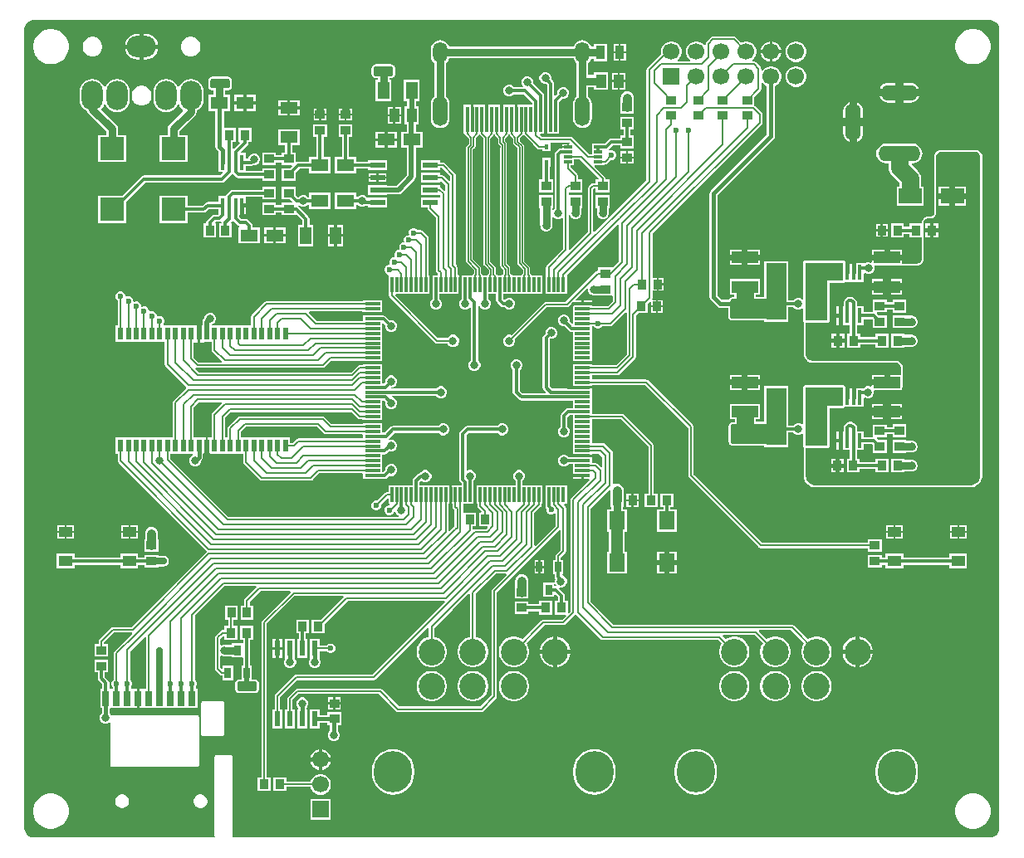
<source format=gtl>
G04*
G04 #@! TF.GenerationSoftware,Altium Limited,Altium Designer,23.4.1 (23)*
G04*
G04 Layer_Physical_Order=1*
G04 Layer_Color=255*
%FSLAX44Y44*%
%MOMM*%
G71*
G04*
G04 #@! TF.SameCoordinates,0BEE9D39-8D09-447D-96B2-328BBDF68ADB*
G04*
G04*
G04 #@! TF.FilePolarity,Positive*
G04*
G01*
G75*
%ADD10C,0.5000*%
%ADD62C,0.3000*%
%ADD63R,0.9000X1.0000*%
%ADD64R,0.3000X2.6000*%
%ADD65R,1.0000X0.9000*%
%ADD66R,1.0000X0.9500*%
%ADD67R,0.6000X1.6000*%
%ADD68R,0.4500X1.5000*%
%ADD69R,1.2000X1.8000*%
%ADD70R,1.8000X1.2500*%
%ADD71R,2.4500X2.3500*%
%ADD72R,1.1500X1.8000*%
%ADD73R,1.8000X1.1500*%
%ADD74R,1.4000X1.1000*%
%ADD75R,0.6500X1.0500*%
%ADD76R,0.9500X1.0000*%
%ADD77R,0.5500X1.3000*%
%ADD78R,0.8500X0.3000*%
%ADD79R,1.5500X0.6000*%
%ADD80R,1.5000X0.3000*%
%ADD81R,0.3000X1.5000*%
%ADD82R,0.9500X1.4000*%
%ADD83R,1.6000X1.8500*%
%ADD84R,2.1000X5.8000*%
%ADD85R,0.4200X0.5500*%
%ADD86R,2.3500X1.5500*%
%ADD87R,0.7000X1.6000*%
%ADD88R,1.6000X1.4000*%
%ADD89R,1.2000X1.4000*%
%ADD90R,1.2000X2.2000*%
%ADD91R,1.0500X1.4000*%
%ADD92R,2.7000X1.1500*%
%ADD93C,0.1500*%
%ADD94C,0.4500*%
%ADD95C,1.7500*%
%ADD96C,1.8000*%
%ADD97C,0.9000*%
%ADD98C,0.6500*%
%ADD99C,0.4000*%
%ADD100C,0.7000*%
%ADD101C,0.7500*%
%ADD102C,0.9500*%
%ADD103C,1.2000*%
%ADD104C,0.8000*%
%ADD105C,0.1431*%
%ADD106C,2.0000*%
%ADD107O,1.5000X2.1000*%
%ADD108O,1.5000X3.0000*%
%ADD109C,1.7000*%
%ADD110R,1.7000X1.7000*%
%ADD111C,2.7000*%
G04:AMPARAMS|DCode=112|XSize=3.9mm|YSize=4.2mm|CornerRadius=1.95mm|HoleSize=0mm|Usage=FLASHONLY|Rotation=0.000|XOffset=0mm|YOffset=0mm|HoleType=Round|Shape=RoundedRectangle|*
%AMROUNDEDRECTD112*
21,1,3.9000,0.3000,0,0,0.0*
21,1,0.0000,4.2000,0,0,0.0*
1,1,3.9000,0.0000,-0.1500*
1,1,3.9000,0.0000,-0.1500*
1,1,3.9000,0.0000,0.1500*
1,1,3.9000,0.0000,0.1500*
%
%ADD112ROUNDEDRECTD112*%
%ADD113O,2.2000X3.0000*%
%ADD114O,3.0000X2.2000*%
%ADD115R,1.7000X1.7000*%
%ADD116O,4.3000X1.6000*%
%ADD117O,3.8000X1.6000*%
%ADD118O,1.6000X3.8000*%
%ADD119C,0.6000*%
%ADD120C,0.8000*%
G36*
X987500Y837000D02*
X988436D01*
X990271Y836635D01*
X992000Y835919D01*
X993556Y834879D01*
X994879Y833556D01*
X995919Y832000D01*
X996635Y830271D01*
X997000Y828436D01*
Y827500D01*
X997000D01*
X997000Y12500D01*
X997000Y11564D01*
X996635Y9729D01*
X995919Y8000D01*
X994879Y6444D01*
X993556Y5121D01*
X992000Y4081D01*
X990271Y3365D01*
X988436Y3000D01*
X987500Y3000D01*
X215597D01*
X214890Y4215D01*
X214895Y4270D01*
X215041Y5002D01*
Y85502D01*
X214886Y86282D01*
X214444Y86944D01*
X213782Y87386D01*
X213002Y87541D01*
X199002D01*
X198221Y87386D01*
X197560Y86944D01*
X197118Y86282D01*
X196963Y85502D01*
Y5002D01*
X197108Y4270D01*
X197114Y4215D01*
X196407Y3000D01*
X12500D01*
X11564Y3000D01*
X9729Y3365D01*
X8000Y4081D01*
X6444Y5121D01*
X5121Y6444D01*
X4081Y8000D01*
X3365Y9729D01*
X3000Y11564D01*
X3000Y12500D01*
Y827500D01*
X3000Y828436D01*
X3365Y830271D01*
X4081Y832000D01*
X5121Y833556D01*
X6444Y834879D01*
X8000Y835919D01*
X9729Y836635D01*
X11564Y837000D01*
X12500Y837000D01*
X12500Y837000D01*
X987500Y837000D01*
D02*
G37*
%LPC*%
G36*
X126500Y823112D02*
X124500D01*
Y812000D01*
X139349D01*
X139165Y813394D01*
X137856Y816556D01*
X135772Y819272D01*
X133056Y821356D01*
X129894Y822665D01*
X126500Y823112D01*
D02*
G37*
G36*
X120500D02*
X118500D01*
X115106Y822665D01*
X111944Y821356D01*
X109228Y819272D01*
X107144Y816556D01*
X105835Y813394D01*
X105651Y812000D01*
X120500D01*
Y823112D01*
D02*
G37*
G36*
X718498Y820354D02*
X708102D01*
X707850Y820304D01*
X705000D01*
X703927Y820090D01*
X703017Y819483D01*
X698517Y814983D01*
X697910Y814073D01*
X697696Y813000D01*
Y811572D01*
X696426Y811232D01*
X696302Y811447D01*
X694347Y813402D01*
X691953Y814784D01*
X689282Y815500D01*
X686518D01*
X683847Y814784D01*
X681453Y813402D01*
X679498Y811447D01*
X678116Y809053D01*
X677400Y806382D01*
Y803618D01*
X678116Y800947D01*
X679498Y798553D01*
X681453Y796598D01*
X681656Y796481D01*
X681327Y795254D01*
X669073D01*
X668744Y796481D01*
X668947Y796598D01*
X670902Y798553D01*
X672284Y800947D01*
X673000Y803618D01*
Y806382D01*
X672284Y809053D01*
X670902Y811447D01*
X668947Y813402D01*
X666553Y814784D01*
X663882Y815500D01*
X661118D01*
X658447Y814784D01*
X656053Y813402D01*
X654098Y811447D01*
X652716Y809053D01*
X652000Y806382D01*
Y803618D01*
X652244Y802709D01*
X638017Y788483D01*
X637410Y787573D01*
X637196Y786500D01*
Y673661D01*
X584074Y620539D01*
X582804Y621065D01*
Y664339D01*
X583661Y665196D01*
X585500D01*
Y661500D01*
X599500D01*
Y674500D01*
X595304D01*
Y675500D01*
X595090Y676573D01*
X594483Y677483D01*
X584139Y687827D01*
X584625Y689000D01*
X594250D01*
Y689696D01*
X595000D01*
X596073Y689910D01*
X596983Y690517D01*
X600965Y694500D01*
X602495D01*
X604332Y695261D01*
X605739Y696668D01*
X606500Y698505D01*
Y700495D01*
X605739Y702332D01*
X604332Y703739D01*
X602495Y704500D01*
X600505D01*
X599276Y703991D01*
X598523Y704977D01*
X602978Y709431D01*
X610500D01*
Y706250D01*
X624500D01*
Y719750D01*
X621069D01*
Y725500D01*
X624500D01*
Y738500D01*
X610500D01*
Y725500D01*
X613931D01*
Y719750D01*
X610500D01*
Y716569D01*
X601500D01*
X600134Y716297D01*
X598977Y715523D01*
X594522Y711069D01*
X588000D01*
X587655Y711000D01*
X581750D01*
Y700304D01*
X578661D01*
X561983Y716983D01*
X561073Y717590D01*
X560000Y717804D01*
X530661D01*
X528639Y719827D01*
X529125Y721000D01*
X533000D01*
Y735655D01*
X533069Y736000D01*
X535931D01*
X535999Y735655D01*
Y721000D01*
X548000D01*
Y735655D01*
X548069Y736000D01*
Y753522D01*
X551547Y757000D01*
X553694D01*
X555899Y757913D01*
X557587Y759601D01*
X558500Y761806D01*
Y764193D01*
X557587Y766399D01*
X555899Y768087D01*
X553694Y769000D01*
X551306D01*
X549101Y768087D01*
X547413Y766399D01*
X546500Y764193D01*
Y762047D01*
X544242Y759789D01*
X543069Y760275D01*
Y772500D01*
X542797Y773866D01*
X542023Y775023D01*
X540000Y777047D01*
Y779193D01*
X539087Y781399D01*
X537399Y783086D01*
X535193Y784000D01*
X532807D01*
X530601Y783086D01*
X528913Y781399D01*
X528000Y779193D01*
Y776806D01*
X528913Y774601D01*
X530601Y772913D01*
X532807Y772000D01*
X534953D01*
X535931Y771022D01*
Y751000D01*
X534303D01*
X533069Y751264D01*
Y760000D01*
X532797Y761366D01*
X532023Y762523D01*
X521500Y773047D01*
Y775193D01*
X520587Y777399D01*
X518899Y779087D01*
X516693Y780000D01*
X514306D01*
X512101Y779087D01*
X510414Y777399D01*
X509500Y775193D01*
Y772806D01*
X510414Y770601D01*
X511176Y769839D01*
X510650Y768569D01*
X502417D01*
X500899Y770087D01*
X498694Y771000D01*
X496306D01*
X494101Y770087D01*
X492413Y768399D01*
X491500Y766193D01*
Y763807D01*
X492413Y761601D01*
X494101Y759913D01*
X496306Y759000D01*
X498694D01*
X500899Y759913D01*
X502417Y761431D01*
X512022D01*
X520931Y752522D01*
Y751000D01*
X506000D01*
Y736000D01*
X503001D01*
Y751000D01*
X490999D01*
Y736000D01*
X488000D01*
Y751000D01*
X475999D01*
Y736000D01*
X473000D01*
Y751000D01*
X460999D01*
Y736000D01*
X458000D01*
Y751000D01*
X451000D01*
Y721000D01*
X451731D01*
X451839Y720460D01*
X452583D01*
X452630Y720225D01*
X453069Y719569D01*
X456125Y716512D01*
Y710488D01*
X453868Y708231D01*
X453429Y707574D01*
X453275Y706799D01*
Y591201D01*
X453429Y590426D01*
X453868Y589769D01*
X461625Y582012D01*
Y578488D01*
X461069Y577931D01*
X460630Y577275D01*
X460583Y577040D01*
X459839D01*
X459731Y576500D01*
X448999D01*
Y567345D01*
X448931Y567000D01*
X446001D01*
Y576500D01*
X445304D01*
Y577040D01*
X444560D01*
Y584500D01*
X444403Y585288D01*
X444000Y585891D01*
Y586965D01*
X442804Y588161D01*
Y679000D01*
X442590Y680073D01*
X441983Y680983D01*
X431933Y691033D01*
X431023Y691640D01*
X429950Y691854D01*
X426750D01*
Y694050D01*
X407250D01*
Y684050D01*
X426750D01*
Y686246D01*
X428789D01*
X437196Y677839D01*
Y673565D01*
X435926Y673039D01*
X430633Y678333D01*
X429723Y678940D01*
X428650Y679154D01*
X426750D01*
Y681350D01*
X407250D01*
Y671350D01*
X426750D01*
Y672489D01*
X428020Y673015D01*
X432196Y668839D01*
Y663565D01*
X430926Y663039D01*
X428333Y665633D01*
X427423Y666240D01*
X426750Y666374D01*
Y668650D01*
X407250D01*
Y658650D01*
X426750D01*
X427196Y657565D01*
Y657035D01*
X426750Y655950D01*
X407250D01*
Y645950D01*
X414196D01*
Y645500D01*
X414410Y644427D01*
X415017Y643517D01*
X422696Y635839D01*
Y582000D01*
X422910Y580927D01*
X423517Y580017D01*
X424696Y578839D01*
Y576500D01*
X418999D01*
Y567345D01*
X418931Y567000D01*
X416001D01*
Y576500D01*
X415304D01*
Y615000D01*
X415090Y616073D01*
X414483Y616983D01*
X409483Y621983D01*
X408573Y622590D01*
X407500Y622804D01*
X404251D01*
X404239Y622832D01*
X402832Y624239D01*
X400994Y625000D01*
X399005D01*
X397168Y624239D01*
X395761Y622832D01*
X395000Y620995D01*
Y619005D01*
X395186Y618556D01*
X394481Y617500D01*
X394005D01*
X392168Y616739D01*
X390761Y615332D01*
X390000Y613495D01*
Y611505D01*
X390186Y611056D01*
X389481Y610000D01*
X389005D01*
X387168Y609239D01*
X385761Y607832D01*
X385000Y605995D01*
Y604005D01*
X385186Y603556D01*
X384481Y602500D01*
X384005D01*
X382168Y601739D01*
X380761Y600332D01*
X380000Y598495D01*
Y596505D01*
X380186Y596056D01*
X379481Y595000D01*
X379005D01*
X377168Y594239D01*
X375761Y592832D01*
X375000Y590995D01*
Y589005D01*
X375186Y588556D01*
X374481Y587500D01*
X374005D01*
X372168Y586739D01*
X370761Y585332D01*
X370000Y583495D01*
Y581505D01*
X370761Y579668D01*
X372168Y578261D01*
X373605Y577666D01*
X374000Y576500D01*
X374000Y576500D01*
X374000Y576500D01*
Y557500D01*
X374696D01*
Y556000D01*
X374910Y554927D01*
X375517Y554017D01*
X421517Y508017D01*
X422427Y507410D01*
X423500Y507196D01*
X434667D01*
X434913Y506601D01*
X436601Y504913D01*
X438806Y504000D01*
X441194D01*
X443399Y504913D01*
X445087Y506601D01*
X446000Y508807D01*
Y511194D01*
X445087Y513399D01*
X443399Y515087D01*
X441194Y516000D01*
X438806D01*
X436601Y515087D01*
X434913Y513399D01*
X434667Y512804D01*
X424661D01*
X381235Y556230D01*
X381761Y557500D01*
X418931D01*
Y552417D01*
X417413Y550899D01*
X416500Y548694D01*
Y546307D01*
X417413Y544101D01*
X419101Y542413D01*
X421306Y541500D01*
X423694D01*
X425899Y542413D01*
X427587Y544101D01*
X428500Y546307D01*
Y548694D01*
X427587Y550899D01*
X426069Y552417D01*
Y557500D01*
X448932D01*
Y552917D01*
X447413Y551399D01*
X446500Y549193D01*
Y546806D01*
X447413Y544601D01*
X449101Y542913D01*
X451306Y542000D01*
X453694D01*
X455899Y542913D01*
X457161Y544176D01*
X458431Y543650D01*
Y489917D01*
X456913Y488399D01*
X456000Y486194D01*
Y483806D01*
X456913Y481601D01*
X458601Y479913D01*
X460807Y479000D01*
X463194D01*
X465399Y479913D01*
X467086Y481601D01*
X468000Y483806D01*
Y486194D01*
X467086Y488399D01*
X465569Y489917D01*
Y545737D01*
X466839Y545989D01*
X467413Y544601D01*
X469101Y542913D01*
X471306Y542000D01*
X473694D01*
X475899Y542913D01*
X477587Y544601D01*
X478500Y546806D01*
Y549193D01*
X477587Y551399D01*
X476069Y552917D01*
Y557500D01*
X483931D01*
Y551500D01*
X484203Y550134D01*
X484977Y548977D01*
X488477Y545477D01*
X489634Y544703D01*
X491000Y544431D01*
X492583D01*
X494101Y542913D01*
X496306Y542000D01*
X498694D01*
X500899Y542913D01*
X502587Y544601D01*
X503500Y546806D01*
Y549193D01*
X502587Y551399D01*
X500899Y553087D01*
X498694Y554000D01*
X496306D01*
X494101Y553087D01*
X492583Y551569D01*
X492478D01*
X491069Y552978D01*
Y557500D01*
X531001D01*
Y567000D01*
Y576500D01*
X520269D01*
X520161Y577040D01*
X519417D01*
X519370Y577275D01*
X518931Y577931D01*
X518375Y578488D01*
Y584469D01*
X518221Y585244D01*
X517782Y585900D01*
X512524Y591158D01*
Y708500D01*
X512370Y709275D01*
X511931Y709931D01*
X507875Y713988D01*
Y716512D01*
X510931Y719568D01*
X510931Y719569D01*
X511316Y720144D01*
X511941Y720219D01*
X511998Y720218D01*
X512647Y720137D01*
X513044Y719544D01*
X522000Y710587D01*
Y709535D01*
X525517Y706017D01*
X526427Y705410D01*
X527500Y705196D01*
X530900D01*
Y703250D01*
X539100D01*
Y712196D01*
X558225D01*
X558544Y711770D01*
X558000Y710683D01*
Y707500D01*
X557000D01*
Y706500D01*
X551250D01*
Y706069D01*
X550000D01*
X548634Y705797D01*
X547477Y705023D01*
X544796Y702343D01*
X544022Y701185D01*
X543751Y699819D01*
Y644736D01*
X542413Y643399D01*
X542388Y643336D01*
X541118Y643589D01*
Y645500D01*
X542000D01*
Y658500D01*
X528000D01*
Y645500D01*
X528882D01*
Y627500D01*
X529000Y626909D01*
Y626306D01*
X529231Y625750D01*
X529348Y625159D01*
X529683Y624658D01*
X529913Y624101D01*
X530340Y623675D01*
X530674Y623174D01*
X531175Y622840D01*
X531601Y622413D01*
X532158Y622183D01*
X532659Y621848D01*
X533250Y621731D01*
X533806Y621500D01*
X534409D01*
X535000Y621382D01*
X535591Y621500D01*
X536194D01*
X536750Y621731D01*
X537341Y621848D01*
X537842Y622183D01*
X538399Y622413D01*
X538825Y622840D01*
X539326Y623174D01*
X539660Y623675D01*
X540087Y624101D01*
X540317Y624658D01*
X540652Y625159D01*
X540769Y625750D01*
X541000Y626306D01*
Y626909D01*
X541118Y627500D01*
Y636411D01*
X542388Y636664D01*
X542413Y636601D01*
X544101Y634913D01*
X546306Y634000D01*
X548694D01*
X550899Y634913D01*
X551023Y635038D01*
X552196Y634552D01*
Y603661D01*
X535517Y586983D01*
X534910Y586073D01*
X534696Y585000D01*
Y576500D01*
X533999D01*
Y567000D01*
Y557500D01*
X556000D01*
Y576500D01*
X556000Y576500D01*
X556000D01*
X556522Y577556D01*
X607926Y628961D01*
X609196Y628435D01*
Y591161D01*
X602732Y584697D01*
X602000Y585000D01*
Y585000D01*
X588000D01*
Y581304D01*
X587500D01*
X586427Y581090D01*
X585517Y580483D01*
X554839Y549804D01*
X534500D01*
X533427Y549590D01*
X532517Y548983D01*
X499288Y515754D01*
X498694Y516000D01*
X496307D01*
X494101Y515087D01*
X492413Y513399D01*
X491500Y511194D01*
Y508807D01*
X492413Y506601D01*
X494101Y504913D01*
X496307Y504000D01*
X498694D01*
X500899Y504913D01*
X502587Y506601D01*
X503500Y508807D01*
Y511194D01*
X503254Y511788D01*
X535661Y544196D01*
X556000D01*
X557073Y544410D01*
X557983Y545017D01*
X561327Y548362D01*
X562500Y547875D01*
Y539000D01*
Y527843D01*
X561230Y527317D01*
X559000Y529547D01*
Y531693D01*
X558087Y533899D01*
X556399Y535587D01*
X554193Y536500D01*
X551806D01*
X549601Y535587D01*
X547914Y533899D01*
X547000Y531693D01*
Y529306D01*
X547914Y527101D01*
X549601Y525414D01*
X551806Y524500D01*
X553953D01*
X558477Y519977D01*
X559634Y519203D01*
X561000Y518931D01*
X562500D01*
Y514000D01*
Y504000D01*
Y494000D01*
Y488999D01*
X572000D01*
X581500D01*
Y494000D01*
Y504000D01*
Y514000D01*
Y524696D01*
X583539D01*
X583551Y524668D01*
X584958Y523261D01*
X586795Y522500D01*
X588785D01*
X590622Y523261D01*
X592029Y524668D01*
X592041Y524696D01*
X600500D01*
X601573Y524910D01*
X602483Y525517D01*
X616023Y539058D01*
X617196Y538572D01*
Y496161D01*
X606339Y485304D01*
X581500D01*
Y486001D01*
X572000D01*
X562500D01*
Y484000D01*
Y474000D01*
Y461069D01*
X547500D01*
X547500Y461069D01*
X540978D01*
X538569Y463478D01*
Y511522D01*
X539047Y512000D01*
X541194D01*
X543399Y512914D01*
X545087Y514601D01*
X546000Y516806D01*
Y519193D01*
X545087Y521399D01*
X543399Y523087D01*
X541194Y524000D01*
X538806D01*
X536601Y523087D01*
X534913Y521399D01*
X534000Y519193D01*
Y517047D01*
X532477Y515523D01*
X531703Y514366D01*
X531431Y513000D01*
Y462000D01*
X531703Y460634D01*
X532477Y459477D01*
X534711Y457242D01*
X534225Y456069D01*
X510978D01*
X508069Y458978D01*
Y480083D01*
X509587Y481601D01*
X510500Y483806D01*
Y486194D01*
X509587Y488399D01*
X507899Y490087D01*
X505694Y491000D01*
X503307D01*
X501101Y490087D01*
X499413Y488399D01*
X498500Y486194D01*
Y483806D01*
X499413Y481601D01*
X500931Y480083D01*
Y457500D01*
X501203Y456134D01*
X501977Y454977D01*
X506977Y449977D01*
X508134Y449203D01*
X509500Y448931D01*
X562500D01*
Y441069D01*
X557500D01*
X556134Y440797D01*
X554977Y440023D01*
X550477Y435523D01*
X549703Y434366D01*
X549431Y433000D01*
Y422417D01*
X547914Y420899D01*
X547000Y418694D01*
Y416307D01*
X547914Y414101D01*
X549601Y412413D01*
X551806Y411500D01*
X554193D01*
X556399Y412413D01*
X558087Y414101D01*
X559000Y416307D01*
Y418694D01*
X558087Y420899D01*
X556569Y422417D01*
Y431522D01*
X558978Y433932D01*
X562500D01*
Y424000D01*
Y414000D01*
Y404000D01*
Y391069D01*
X557917D01*
X556399Y392587D01*
X554193Y393500D01*
X551806D01*
X549601Y392587D01*
X547914Y390899D01*
X547000Y388694D01*
Y386307D01*
X547914Y384101D01*
X549601Y382413D01*
X551806Y381500D01*
X554193D01*
X556399Y382413D01*
X557917Y383932D01*
X562500D01*
Y379000D01*
Y373999D01*
X572000D01*
Y372500D01*
X573500D01*
Y369000D01*
X578375D01*
X578862Y367827D01*
X560517Y349483D01*
X559910Y348573D01*
X559696Y347500D01*
Y233661D01*
X558173Y232139D01*
X557000Y232625D01*
Y244500D01*
X554069D01*
Y250000D01*
X553797Y251366D01*
X553023Y252523D01*
X548149Y257398D01*
X548744Y258396D01*
X548843Y258500D01*
X551194D01*
X553399Y259414D01*
X555087Y261101D01*
X556000Y263307D01*
Y265693D01*
X555087Y267899D01*
X553399Y269587D01*
X551194Y270500D01*
X551242Y271750D01*
X552250D01*
Y286250D01*
X549804D01*
Y288839D01*
X554483Y293517D01*
X555090Y294427D01*
X555304Y295500D01*
Y339000D01*
X555090Y340073D01*
X554483Y340983D01*
X553139Y342327D01*
X553624Y343500D01*
X556000D01*
Y362500D01*
X533999D01*
Y353345D01*
X533931Y353000D01*
X531001D01*
Y362500D01*
X511069D01*
Y367083D01*
X512587Y368601D01*
X513500Y370807D01*
Y373194D01*
X512587Y375399D01*
X510899Y377087D01*
X508694Y378000D01*
X506306D01*
X504101Y377087D01*
X502413Y375399D01*
X501500Y373194D01*
Y370807D01*
X502413Y368601D01*
X503932Y367083D01*
Y362500D01*
X461069D01*
Y367083D01*
X462587Y368601D01*
X463500Y370807D01*
Y373194D01*
X462587Y375399D01*
X460899Y377087D01*
X458694Y378000D01*
X456306D01*
X454839Y377392D01*
X453569Y378213D01*
Y413522D01*
X455978Y415931D01*
X485083D01*
X486601Y414413D01*
X488806Y413500D01*
X491194D01*
X493399Y414413D01*
X495087Y416101D01*
X496000Y418307D01*
Y420694D01*
X495087Y422899D01*
X493399Y424587D01*
X491194Y425500D01*
X488806D01*
X486601Y424587D01*
X485083Y423069D01*
X454500D01*
X453134Y422797D01*
X451977Y422023D01*
X447477Y417523D01*
X446703Y416366D01*
X446431Y415000D01*
Y368500D01*
X446703Y367134D01*
X447477Y365977D01*
X448931Y364522D01*
Y362500D01*
X438999D01*
Y353000D01*
Y343500D01*
X439696D01*
Y340500D01*
X439910Y339427D01*
X440517Y338517D01*
X441446Y337589D01*
Y320411D01*
X440517Y319483D01*
X440516Y319481D01*
X440514Y319479D01*
X436574Y315526D01*
X435304Y316051D01*
Y343500D01*
X436001D01*
Y353000D01*
Y362500D01*
X406069D01*
Y366022D01*
X407781Y367734D01*
X408601Y366913D01*
X410807Y366000D01*
X413194D01*
X415399Y366913D01*
X417087Y368601D01*
X418000Y370807D01*
Y373194D01*
X417087Y375399D01*
X415399Y377087D01*
X413194Y378000D01*
X410807D01*
X408601Y377087D01*
X407083Y375569D01*
X407000D01*
X405634Y375297D01*
X404477Y374523D01*
X399977Y370023D01*
X399203Y368866D01*
X398931Y367500D01*
Y362500D01*
X374000D01*
Y355804D01*
X373000D01*
X371927Y355590D01*
X371017Y354983D01*
X362711Y346676D01*
X362683Y346688D01*
X360694D01*
X358856Y345927D01*
X357449Y344521D01*
X356688Y342683D01*
Y340694D01*
X357449Y338856D01*
X358856Y337449D01*
X360694Y336688D01*
X362683D01*
X364521Y337449D01*
X365927Y338856D01*
X366688Y340694D01*
Y342683D01*
X366677Y342711D01*
X372827Y348861D01*
X374000Y348375D01*
Y343500D01*
X374968D01*
X375552Y342230D01*
X375535Y342210D01*
X374019D01*
X372181Y341449D01*
X370775Y340042D01*
X370014Y338205D01*
Y336215D01*
X370775Y334378D01*
X372181Y332971D01*
X374019Y332210D01*
X376008D01*
X377846Y332971D01*
X379252Y334378D01*
X380014Y336215D01*
Y336480D01*
X380230Y336624D01*
X381500Y335946D01*
Y335807D01*
X382413Y333601D01*
X384101Y331913D01*
X384921Y331574D01*
X384669Y330304D01*
X211161D01*
X151804Y389661D01*
Y394500D01*
X174902D01*
X175155Y393230D01*
X173601Y392587D01*
X171913Y390899D01*
X171000Y388694D01*
Y386306D01*
X171913Y384101D01*
X173601Y382413D01*
X175807Y381500D01*
X178193D01*
X180399Y382413D01*
X182087Y384101D01*
X183000Y386306D01*
Y387732D01*
X183884Y388616D01*
X183884Y388616D01*
X184768Y389939D01*
X185078Y391500D01*
X185078Y391500D01*
Y394500D01*
X185750D01*
Y395000D01*
X188000D01*
Y403000D01*
Y411000D01*
X185750D01*
Y411500D01*
X175804D01*
Y441839D01*
X181161Y447196D01*
X203935D01*
X204461Y445926D01*
X195017Y436483D01*
X194410Y435573D01*
X194196Y434500D01*
Y411500D01*
X192250D01*
Y411000D01*
X190000D01*
Y403000D01*
Y395000D01*
X192250D01*
Y394500D01*
X226196D01*
Y386000D01*
X226410Y384927D01*
X227017Y384017D01*
X243017Y368017D01*
X243927Y367410D01*
X245000Y367196D01*
X295000D01*
X296073Y367410D01*
X296983Y368017D01*
X303661Y374696D01*
X347500D01*
X348500Y374000D01*
Y369000D01*
X357655D01*
X358000Y368931D01*
X370479D01*
X371845Y369203D01*
X373003Y369977D01*
X375255Y372229D01*
X375807Y372000D01*
X378194D01*
X380399Y372914D01*
X382087Y374601D01*
X383000Y376806D01*
Y379193D01*
X382087Y381399D01*
X380399Y383087D01*
X378194Y384000D01*
X375807D01*
X373601Y383087D01*
X371913Y381399D01*
X371000Y379193D01*
Y378068D01*
X369001Y376069D01*
X367500D01*
Y384000D01*
Y393931D01*
X370479D01*
X371845Y394203D01*
X373003Y394977D01*
X375255Y397229D01*
X375807Y397000D01*
X378194D01*
X380399Y397914D01*
X382087Y399601D01*
X383000Y401807D01*
Y404193D01*
X382087Y406399D01*
X380399Y408087D01*
X378194Y409000D01*
X375807D01*
X375768Y408984D01*
X374594Y408509D01*
X373998Y409625D01*
X374116Y409705D01*
X374523Y409977D01*
X380478Y415931D01*
X425083D01*
X426601Y414413D01*
X428806Y413500D01*
X431194D01*
X433399Y414413D01*
X435087Y416101D01*
X436000Y418307D01*
Y420694D01*
X435087Y422899D01*
X433399Y424587D01*
X431194Y425500D01*
X428806D01*
X426601Y424587D01*
X425083Y423069D01*
X379000D01*
X377634Y422797D01*
X376477Y422023D01*
X370522Y416069D01*
X367500D01*
Y426001D01*
X358000D01*
X348500D01*
Y425304D01*
X347500D01*
X347500Y425304D01*
X328500D01*
X328500Y425304D01*
X316161D01*
X309483Y431983D01*
X308573Y432590D01*
X307500Y432804D01*
X222500D01*
X221427Y432590D01*
X220517Y431983D01*
X211017Y422483D01*
X210410Y421573D01*
X210196Y420500D01*
Y411500D01*
X207804D01*
Y431339D01*
X213661Y437196D01*
X336339D01*
X343017Y430517D01*
X343927Y429910D01*
X345000Y429696D01*
X347500D01*
X348500Y429000D01*
Y428999D01*
X358000D01*
X367500D01*
Y429000D01*
Y439000D01*
Y448932D01*
X369501D01*
X371000Y447433D01*
Y445307D01*
X371913Y443101D01*
X373601Y441413D01*
X375807Y440500D01*
X378194D01*
X380399Y441413D01*
X382087Y443101D01*
X383000Y445307D01*
Y447693D01*
X382087Y449899D01*
X380399Y451586D01*
X378194Y452500D01*
X377036D01*
X376928Y452662D01*
X377607Y453932D01*
X422583D01*
X424101Y452413D01*
X426306Y451500D01*
X428694D01*
X430899Y452413D01*
X432587Y454101D01*
X433500Y456307D01*
Y458694D01*
X432587Y460899D01*
X430899Y462587D01*
X428694Y463500D01*
X426306D01*
X424101Y462587D01*
X422583Y461069D01*
X377607D01*
X376928Y462339D01*
X377035Y462500D01*
X378194D01*
X380399Y463413D01*
X382087Y465101D01*
X383000Y467307D01*
Y469693D01*
X382087Y471899D01*
X380399Y473587D01*
X378194Y474500D01*
X375807D01*
X373601Y473587D01*
X371913Y471899D01*
X371000Y469693D01*
Y467568D01*
X369501Y466069D01*
X367500D01*
Y479000D01*
Y486001D01*
X358000D01*
X348500D01*
Y485304D01*
X347500D01*
X347500Y485304D01*
X345000D01*
X343927Y485090D01*
X343017Y484483D01*
X336339Y477804D01*
X181161Y477804D01*
X177390Y481575D01*
X178200Y482561D01*
X178427Y482410D01*
X179500Y482196D01*
X307500D01*
X308573Y482410D01*
X309483Y483017D01*
X316161Y489696D01*
X347500D01*
X348500Y489000D01*
Y488999D01*
X358000D01*
X367500D01*
Y489000D01*
Y499000D01*
Y509000D01*
Y519000D01*
Y527657D01*
X368770Y528183D01*
X371000Y525953D01*
Y523807D01*
X371913Y521601D01*
X373601Y519913D01*
X375807Y519000D01*
X378194D01*
X380399Y519913D01*
X382087Y521601D01*
X383000Y523807D01*
Y526194D01*
X382087Y528399D01*
X380399Y530087D01*
X378194Y531000D01*
X376047D01*
X372023Y535023D01*
X370866Y535797D01*
X369500Y536069D01*
X367500D01*
Y551000D01*
X348500D01*
Y550304D01*
X347500D01*
X347500Y550304D01*
X250000D01*
X248927Y550090D01*
X248017Y549483D01*
X235017Y536483D01*
X234410Y535573D01*
X234196Y534500D01*
Y525500D01*
X194598D01*
X194345Y526770D01*
X195899Y527413D01*
X197586Y529101D01*
X198500Y531306D01*
Y533694D01*
X197586Y535899D01*
X195899Y537587D01*
X193694Y538500D01*
X191306D01*
X189101Y537587D01*
X187413Y535899D01*
X186500Y533694D01*
Y532989D01*
X185756Y532244D01*
X184761Y530756D01*
X184412Y529000D01*
Y526040D01*
X182500D01*
Y517000D01*
Y507960D01*
X186290D01*
Y508500D01*
X194196D01*
Y500500D01*
X194410Y499427D01*
X195017Y498517D01*
X204461Y489074D01*
X203935Y487804D01*
X180661D01*
X175804Y492661D01*
Y507960D01*
X179500D01*
Y517000D01*
Y526040D01*
X175710D01*
Y525500D01*
X145367D01*
X144841Y526770D01*
X145239Y527168D01*
X146000Y529005D01*
Y530995D01*
X145239Y532832D01*
X143832Y534239D01*
X141995Y535000D01*
X140005D01*
X139270Y534695D01*
X138000Y535544D01*
Y535995D01*
X137239Y537832D01*
X135832Y539239D01*
X133995Y540000D01*
X132005D01*
X131270Y539695D01*
X130000Y540544D01*
Y540995D01*
X129239Y542832D01*
X127832Y544239D01*
X125995Y545000D01*
X124005D01*
X123270Y544695D01*
X122000Y545544D01*
Y545995D01*
X121239Y547832D01*
X119832Y549239D01*
X117995Y550000D01*
X116005D01*
X115270Y549695D01*
X114000Y550544D01*
Y550995D01*
X113239Y552832D01*
X111832Y554239D01*
X109995Y555000D01*
X108005D01*
X107270Y554695D01*
X106000Y555544D01*
Y555995D01*
X105239Y557832D01*
X103832Y559239D01*
X101995Y560000D01*
X100005D01*
X98168Y559239D01*
X96761Y557832D01*
X96000Y555995D01*
Y554005D01*
X96761Y552168D01*
X98168Y550761D01*
X98196Y550749D01*
Y525500D01*
X96250D01*
Y508500D01*
X146196D01*
Y486000D01*
X146196Y486000D01*
X146410Y484927D01*
X147017Y484017D01*
X167722Y463313D01*
X167903Y462500D01*
X167722Y461687D01*
X155017Y448983D01*
X154410Y448073D01*
X154196Y447000D01*
Y411500D01*
X96250D01*
Y394500D01*
X98196D01*
Y387500D01*
X98410Y386427D01*
X99017Y385517D01*
X188722Y295813D01*
X188902Y295000D01*
X188722Y294187D01*
X112339Y217804D01*
X93000D01*
X91927Y217590D01*
X91017Y216983D01*
X79517Y205483D01*
X78910Y204573D01*
X78696Y203500D01*
Y200500D01*
X74500D01*
Y187500D01*
X88500D01*
Y200500D01*
X84304D01*
Y202339D01*
X94161Y212196D01*
X112439D01*
X112965Y210926D01*
X95017Y192979D01*
X94410Y192069D01*
X94196Y190996D01*
Y164251D01*
X94168Y164239D01*
X92761Y162832D01*
X92000Y160995D01*
Y159005D01*
X92761Y157168D01*
X92957Y156972D01*
Y155424D01*
X92533Y155000D01*
X91500Y155000D01*
X90467Y155000D01*
X89569Y155898D01*
Y161000D01*
X89297Y162366D01*
X88523Y163523D01*
X85069Y166978D01*
Y171500D01*
X88500D01*
Y184500D01*
X74500D01*
Y171500D01*
X77931D01*
Y165500D01*
X78203Y164134D01*
X78977Y162977D01*
X82431Y159522D01*
Y155000D01*
X80500D01*
Y135000D01*
X81922D01*
Y129907D01*
X80913Y128899D01*
X80000Y126693D01*
Y124306D01*
X80913Y122101D01*
X82601Y120413D01*
X84806Y119500D01*
X87193D01*
X89399Y120413D01*
X89786Y120800D01*
X90959Y120314D01*
Y76998D01*
X91114Y76218D01*
X91556Y75556D01*
X92218Y75114D01*
X92998Y74959D01*
X178998D01*
X179779Y75114D01*
X180440Y75556D01*
X180882Y76218D01*
X181037Y76998D01*
Y125998D01*
X180882Y126778D01*
X180440Y127440D01*
X179779Y127882D01*
X178998Y128037D01*
X92998D01*
X92218Y127882D01*
X91406Y128128D01*
X91087Y128899D01*
X90078Y129907D01*
Y134102D01*
X90976Y135000D01*
X91500D01*
X92770Y135000D01*
X101230D01*
X102500Y135000D01*
Y135000D01*
X102500D01*
Y135000D01*
X117500D01*
Y145000D01*
Y155000D01*
X111569D01*
Y156497D01*
X112239Y157168D01*
X113000Y159005D01*
Y160995D01*
X112239Y162832D01*
X110832Y164239D01*
X110804Y164251D01*
Y193339D01*
X125926Y208461D01*
X127196Y207935D01*
Y155000D01*
X125770D01*
X124500Y155000D01*
Y155000D01*
X124500D01*
Y155000D01*
X120500D01*
Y145000D01*
Y135000D01*
X123230D01*
X124500Y135000D01*
Y135000D01*
X124500D01*
Y135000D01*
X135500D01*
Y135000D01*
X136770Y135000D01*
X145230D01*
X146500Y135000D01*
Y135000D01*
X146500D01*
Y135000D01*
X156230D01*
X157500Y135000D01*
Y135000D01*
X157500D01*
Y135000D01*
X167230D01*
X168500Y135000D01*
Y135000D01*
X168500D01*
Y135000D01*
X179500D01*
Y155000D01*
X177569D01*
Y156497D01*
X178239Y157168D01*
X179000Y159005D01*
Y160995D01*
X178239Y162832D01*
X176832Y164239D01*
X176804Y164251D01*
Y229339D01*
X207161Y259696D01*
X238935D01*
X239461Y258426D01*
X228017Y246983D01*
X227410Y246073D01*
X227196Y245000D01*
Y239500D01*
X223500D01*
Y225500D01*
X236500D01*
Y239500D01*
X232804D01*
Y243839D01*
X243661Y254696D01*
X273935D01*
X274461Y253426D01*
X245517Y224483D01*
X244910Y223573D01*
X244696Y222500D01*
Y64500D01*
X241000D01*
Y50500D01*
X254000D01*
Y64500D01*
X250304D01*
Y221339D01*
X278661Y249696D01*
X327935D01*
X328461Y248426D01*
X305535Y225500D01*
X296000D01*
Y211500D01*
X309000D01*
Y221035D01*
X332661Y244696D01*
X431435D01*
X431961Y243426D01*
X357839Y169304D01*
X280000D01*
X278927Y169090D01*
X278017Y168483D01*
X258967Y149433D01*
X258360Y148523D01*
X258146Y147450D01*
Y134000D01*
X255950D01*
Y114000D01*
X265950D01*
Y134000D01*
X263754D01*
Y146289D01*
X281161Y163696D01*
X359000D01*
X360073Y163910D01*
X360983Y164517D01*
X414176Y217711D01*
X415446Y217185D01*
Y207746D01*
X413729Y207404D01*
X410908Y206236D01*
X408369Y204540D01*
X406210Y202381D01*
X404514Y199842D01*
X403346Y197021D01*
X402750Y194027D01*
Y190973D01*
X403346Y187979D01*
X404514Y185158D01*
X406210Y182619D01*
X408369Y180460D01*
X410908Y178764D01*
X413729Y177596D01*
X416723Y177000D01*
X419777D01*
X422771Y177596D01*
X425592Y178764D01*
X428131Y180460D01*
X430290Y182619D01*
X431986Y185158D01*
X433154Y187979D01*
X433750Y190973D01*
Y194027D01*
X433154Y197021D01*
X431986Y199842D01*
X430290Y202381D01*
X428131Y204540D01*
X425592Y206236D01*
X422771Y207404D01*
X421054Y207746D01*
Y217089D01*
X439483Y235517D01*
X439483Y235517D01*
X456086Y252121D01*
X457356Y251595D01*
Y207746D01*
X455639Y207404D01*
X452818Y206236D01*
X450279Y204540D01*
X448120Y202381D01*
X446424Y199842D01*
X445256Y197021D01*
X444660Y194027D01*
Y190973D01*
X445256Y187979D01*
X446424Y185158D01*
X448120Y182619D01*
X450279Y180460D01*
X452818Y178764D01*
X455639Y177596D01*
X458633Y177000D01*
X461687D01*
X464681Y177596D01*
X467502Y178764D01*
X470041Y180460D01*
X472200Y182619D01*
X473896Y185158D01*
X475064Y187979D01*
X475660Y190973D01*
Y194027D01*
X475064Y197021D01*
X473896Y199842D01*
X472200Y202381D01*
X470041Y204540D01*
X467502Y206236D01*
X464681Y207404D01*
X462964Y207746D01*
Y251499D01*
X483661Y272196D01*
X493935D01*
X494461Y270926D01*
X480017Y256483D01*
X479410Y255573D01*
X479196Y254500D01*
Y148161D01*
X467839Y136804D01*
X385025D01*
X367483Y154346D01*
X366573Y154954D01*
X365500Y155168D01*
X281364D01*
X280291Y154954D01*
X279381Y154346D01*
X271667Y146633D01*
X271060Y145723D01*
X270846Y144650D01*
Y134000D01*
X268650D01*
Y114000D01*
X278650D01*
Y134000D01*
X276454D01*
Y143489D01*
X282525Y149560D01*
X364339D01*
X381881Y132017D01*
X382791Y131410D01*
X383864Y131196D01*
X469000D01*
X470073Y131410D01*
X470983Y132017D01*
X483983Y145017D01*
X484590Y145927D01*
X484804Y147000D01*
Y253339D01*
X548426Y316961D01*
X549696Y316435D01*
Y296661D01*
X545017Y291983D01*
X544410Y291073D01*
X544196Y290000D01*
Y286250D01*
X541750D01*
Y271750D01*
X543431D01*
Y268757D01*
X543703Y267392D01*
X544321Y266467D01*
X544000Y265693D01*
Y263307D01*
X544913Y261101D01*
X545313Y260702D01*
X544687Y259531D01*
X544500Y259569D01*
X542750D01*
Y263250D01*
X532250D01*
Y248750D01*
X542750D01*
Y250907D01*
X544020Y251433D01*
X546931Y248522D01*
Y244500D01*
X544000D01*
Y230500D01*
X554875D01*
X555361Y229327D01*
X551339Y225304D01*
X532070D01*
X530997Y225090D01*
X530087Y224483D01*
X510868Y205263D01*
X509412Y206236D01*
X506591Y207404D01*
X503597Y208000D01*
X500543D01*
X497549Y207404D01*
X494728Y206236D01*
X492189Y204540D01*
X490030Y202381D01*
X488334Y199842D01*
X487166Y197021D01*
X486570Y194027D01*
Y190973D01*
X487166Y187979D01*
X488334Y185158D01*
X490030Y182619D01*
X492189Y180460D01*
X494728Y178764D01*
X497549Y177596D01*
X500543Y177000D01*
X503597D01*
X506591Y177596D01*
X509412Y178764D01*
X511951Y180460D01*
X514110Y182619D01*
X515806Y185158D01*
X516974Y187979D01*
X517570Y190973D01*
Y194027D01*
X516974Y197021D01*
X515806Y199842D01*
X514833Y201298D01*
X533231Y219696D01*
X552500D01*
X553573Y219910D01*
X554483Y220517D01*
X564187Y230222D01*
X565000Y230403D01*
X565813Y230222D01*
X590517Y205517D01*
X591427Y204909D01*
X592500Y204696D01*
X710589D01*
X713987Y201298D01*
X713014Y199842D01*
X711846Y197021D01*
X711250Y194027D01*
Y190973D01*
X711846Y187979D01*
X713014Y185158D01*
X714710Y182619D01*
X716869Y180460D01*
X719408Y178764D01*
X722229Y177596D01*
X725223Y177000D01*
X728277D01*
X731271Y177596D01*
X734092Y178764D01*
X736631Y180460D01*
X738790Y182619D01*
X740486Y185158D01*
X741654Y187979D01*
X742250Y190973D01*
Y194027D01*
X741654Y197021D01*
X740486Y199842D01*
X738790Y202381D01*
X736631Y204540D01*
X734092Y206236D01*
X731271Y207404D01*
X728277Y208000D01*
X725223D01*
X722229Y207404D01*
X719408Y206236D01*
X717952Y205263D01*
X714789Y208426D01*
X715315Y209696D01*
X747499D01*
X755897Y201298D01*
X754924Y199842D01*
X753756Y197021D01*
X753160Y194027D01*
Y190973D01*
X753756Y187979D01*
X754924Y185158D01*
X756620Y182619D01*
X758779Y180460D01*
X761318Y178764D01*
X764139Y177596D01*
X767133Y177000D01*
X770187D01*
X773181Y177596D01*
X776002Y178764D01*
X778541Y180460D01*
X780700Y182619D01*
X782396Y185158D01*
X783564Y187979D01*
X784160Y190973D01*
Y194027D01*
X783564Y197021D01*
X782396Y199842D01*
X780700Y202381D01*
X778541Y204540D01*
X776002Y206236D01*
X773181Y207404D01*
X770187Y208000D01*
X767133D01*
X764139Y207404D01*
X761318Y206236D01*
X759862Y205263D01*
X751699Y213426D01*
X752225Y214696D01*
X784409D01*
X797807Y201298D01*
X796834Y199842D01*
X795666Y197021D01*
X795070Y194027D01*
Y190973D01*
X795666Y187979D01*
X796834Y185158D01*
X798530Y182619D01*
X800689Y180460D01*
X803228Y178764D01*
X806049Y177596D01*
X809043Y177000D01*
X812097D01*
X815091Y177596D01*
X817912Y178764D01*
X820451Y180460D01*
X822610Y182619D01*
X824306Y185158D01*
X825474Y187979D01*
X826070Y190973D01*
Y194027D01*
X825474Y197021D01*
X824306Y199842D01*
X822610Y202381D01*
X820451Y204540D01*
X817912Y206236D01*
X815091Y207404D01*
X812097Y208000D01*
X809043D01*
X806049Y207404D01*
X803228Y206236D01*
X801772Y205263D01*
X787553Y219483D01*
X786643Y220090D01*
X785570Y220304D01*
X603661D01*
X580304Y243661D01*
Y338839D01*
X598922Y357457D01*
X600192Y356931D01*
Y347000D01*
X600250Y346558D01*
Y340000D01*
X601187D01*
Y337750D01*
X597100D01*
Y315250D01*
X599031D01*
Y294750D01*
X597100D01*
Y272250D01*
X617100D01*
Y294750D01*
X615169D01*
Y315250D01*
X617100D01*
Y337750D01*
X612913D01*
Y340000D01*
X613750D01*
Y346558D01*
X613808Y347000D01*
Y357500D01*
X613576Y359262D01*
X612896Y360904D01*
X611814Y362314D01*
X610404Y363396D01*
X608762Y364076D01*
X607000Y364308D01*
X605238Y364076D01*
X604074Y363594D01*
X602804Y364263D01*
Y395500D01*
X602590Y396573D01*
X601983Y397483D01*
X594983Y404483D01*
X594073Y405090D01*
X593000Y405304D01*
X581500D01*
Y419000D01*
Y429696D01*
X611339D01*
X639196Y401839D01*
Y354000D01*
X635500D01*
Y340000D01*
X648500D01*
Y354000D01*
X644804D01*
Y403000D01*
X644591Y404073D01*
X643983Y404983D01*
X614483Y434483D01*
X613573Y435090D01*
X612500Y435304D01*
X581500D01*
Y444000D01*
Y454000D01*
Y461001D01*
X572345D01*
X572000Y461069D01*
Y463999D01*
X581500D01*
Y464696D01*
X635839D01*
X679696Y420839D01*
Y372500D01*
X679910Y371427D01*
X680517Y370517D01*
X752017Y299017D01*
X752927Y298410D01*
X754000Y298196D01*
X863000D01*
Y294500D01*
X877000D01*
Y307500D01*
X863000D01*
Y303804D01*
X755161D01*
X685304Y373661D01*
Y422000D01*
X685090Y423073D01*
X684483Y423983D01*
X638983Y469483D01*
X638073Y470090D01*
X637000Y470304D01*
X581500D01*
Y474696D01*
X607500D01*
X608573Y474910D01*
X609483Y475517D01*
X625483Y491517D01*
X626090Y492427D01*
X626304Y493500D01*
Y535339D01*
X628965Y538000D01*
X638500D01*
Y547535D01*
X640827Y549861D01*
X642000Y549375D01*
Y546000D01*
X647000D01*
Y551500D01*
X643998D01*
X643720Y551784D01*
X643159Y552770D01*
X643304Y553500D01*
Y561000D01*
X647500D01*
Y567500D01*
Y574000D01*
X643304D01*
Y619339D01*
X754483Y730517D01*
X755090Y731427D01*
X755304Y732500D01*
Y741000D01*
X755090Y742073D01*
X754483Y742983D01*
X747983Y749483D01*
X747073Y750090D01*
X747000Y750105D01*
Y758535D01*
X753483Y765017D01*
X754090Y765927D01*
X754304Y767000D01*
Y773027D01*
X755574Y773368D01*
X755698Y773153D01*
X757653Y771198D01*
X760022Y769830D01*
Y720289D01*
X702616Y662884D01*
X701732Y661561D01*
X701422Y660000D01*
X701422Y660000D01*
Y554556D01*
X701422Y554556D01*
X701732Y552996D01*
X702616Y551673D01*
X709672Y544616D01*
X709672Y544616D01*
X710996Y543732D01*
X712556Y543422D01*
X720461D01*
Y534503D01*
X720616Y533722D01*
X720997Y532803D01*
X721439Y532142D01*
X721439Y532142D01*
X722142Y531439D01*
X722803Y530997D01*
X723722Y530616D01*
X724503Y530461D01*
X749511D01*
X750000Y530396D01*
X757000D01*
Y529000D01*
X782000D01*
Y543931D01*
X787083D01*
X788601Y542413D01*
X790807Y541500D01*
X793194D01*
X795399Y542413D01*
X795737Y542752D01*
X796910Y542266D01*
Y530500D01*
X797107Y529509D01*
X797635Y528719D01*
X797616Y528691D01*
X797461Y527910D01*
Y496261D01*
X797500Y496064D01*
Y495863D01*
X797788Y494414D01*
X797865Y494229D01*
X797904Y494032D01*
X798470Y492667D01*
X798581Y492500D01*
X798658Y492314D01*
X799479Y491086D01*
X799621Y490944D01*
X799732Y490777D01*
X800777Y489732D01*
X800944Y489621D01*
X801086Y489479D01*
X802315Y488658D01*
X802500Y488581D01*
X802667Y488470D01*
X804032Y487904D01*
X804229Y487865D01*
X804415Y487788D01*
X805863Y487500D01*
X806064D01*
X806261Y487461D01*
X807000D01*
X888500Y487461D01*
X891450Y487461D01*
X891936Y487437D01*
X892937Y487238D01*
X893834Y486866D01*
X894641Y486327D01*
X895327Y485641D01*
X895866Y484834D01*
X896238Y483937D01*
X896437Y482936D01*
X896461Y482450D01*
Y475250D01*
X885500D01*
Y467500D01*
X882500D01*
Y464500D01*
X867000D01*
Y463645D01*
X865730Y462864D01*
X864193Y463500D01*
X861806D01*
X859601Y462587D01*
X858515Y461500D01*
X850500D01*
Y461000D01*
X849250D01*
Y452000D01*
X847250D01*
Y461000D01*
X842750D01*
Y452000D01*
X840750D01*
Y461000D01*
X840006D01*
Y462000D01*
X839809Y462991D01*
X839248Y463831D01*
X838408Y464393D01*
X837417Y464590D01*
X799500D01*
X798509Y464393D01*
X797669Y463831D01*
X797107Y462991D01*
X796910Y462000D01*
Y425234D01*
X795737Y424748D01*
X795399Y425087D01*
X793194Y426000D01*
X790807D01*
X788601Y425087D01*
X787083Y423569D01*
X782000D01*
Y463500D01*
X757000D01*
Y427104D01*
X750500D01*
X750113Y427053D01*
X748843Y427213D01*
Y429750D01*
X753000D01*
Y445250D01*
X722000D01*
Y429750D01*
X727157D01*
Y427039D01*
X725003D01*
X724222Y426884D01*
X723304Y426503D01*
X722642Y426061D01*
X721939Y425358D01*
X721497Y424697D01*
X721116Y423778D01*
X720961Y422997D01*
Y407003D01*
X721116Y406222D01*
X721497Y405303D01*
X721939Y404642D01*
X721939Y404642D01*
X722642Y403939D01*
X723304Y403497D01*
X724222Y403116D01*
X725003Y402961D01*
X750011D01*
X750500Y402896D01*
X757000D01*
Y401500D01*
X782000D01*
Y416431D01*
X787083D01*
X788601Y414913D01*
X790807Y414000D01*
X793194D01*
X795399Y414913D01*
X795737Y415252D01*
X796910Y414766D01*
Y403000D01*
X797107Y402009D01*
X797635Y401219D01*
X797616Y401191D01*
X797461Y400410D01*
Y372500D01*
X797461Y371515D01*
X797500Y371318D01*
Y371117D01*
X797884Y369185D01*
X797961Y369000D01*
X798000Y368803D01*
X798754Y366983D01*
X798866Y366816D01*
X798942Y366630D01*
X800037Y364992D01*
X800179Y364850D01*
X800291Y364683D01*
X801683Y363290D01*
X801850Y363179D01*
X801992Y363037D01*
X803630Y361943D01*
X803816Y361866D01*
X803983Y361754D01*
X805803Y361000D01*
X806000Y360961D01*
X806185Y360884D01*
X808117Y360500D01*
X808318D01*
X808515Y360461D01*
X809500Y360461D01*
X957500Y360461D01*
X967500Y360461D01*
X967500Y360461D01*
X968485D01*
X968682Y360500D01*
X968883D01*
X970815Y360884D01*
X971000Y360961D01*
X971197Y361000D01*
X973017Y361754D01*
X973184Y361866D01*
X973370Y361943D01*
X975007Y363037D01*
X975150Y363179D01*
X975316Y363291D01*
X976709Y364683D01*
X976821Y364851D01*
X976963Y364992D01*
X978057Y366630D01*
X978134Y366816D01*
X978246Y366983D01*
X979000Y368803D01*
X979039Y369000D01*
X979116Y369185D01*
X979500Y371117D01*
Y371318D01*
X979539Y371515D01*
Y372500D01*
X979539Y697500D01*
Y698494D01*
X979384Y699275D01*
X979384Y699275D01*
X978623Y701113D01*
X978623Y701113D01*
X978181Y701774D01*
X976774Y703181D01*
X976113Y703623D01*
X974275Y704384D01*
X974275Y704384D01*
X973495Y704539D01*
X962498D01*
X962497Y704539D01*
X947875D01*
X943012Y704539D01*
X937575Y704605D01*
X937563Y704603D01*
X937551Y704605D01*
X936546D01*
X935766Y704450D01*
X933909Y703681D01*
X933248Y703239D01*
X931827Y701818D01*
X931385Y701157D01*
X930616Y699300D01*
X930461Y698520D01*
Y697515D01*
X930461Y640101D01*
X930404Y639525D01*
X929929Y638377D01*
X929123Y637571D01*
X927974Y637096D01*
X927400Y637039D01*
X925000Y637039D01*
X925000Y637039D01*
X924005Y637039D01*
X923225Y636884D01*
X923225Y636884D01*
X921387Y636123D01*
X920726Y635681D01*
X919319Y634274D01*
X918877Y633613D01*
X918116Y631775D01*
X918116Y631775D01*
X917961Y630994D01*
Y630770D01*
X916898Y629500D01*
X905500D01*
Y626069D01*
X899500D01*
Y629500D01*
X886500D01*
Y615500D01*
X899500D01*
Y618931D01*
X905500D01*
Y615500D01*
X917961D01*
Y594050D01*
X917934Y593515D01*
X917716Y592418D01*
X917307Y591430D01*
X916714Y590542D01*
X915958Y589786D01*
X915070Y589193D01*
X914082Y588784D01*
X912985Y588565D01*
X912450Y588539D01*
X898000D01*
Y592000D01*
X867000D01*
Y590419D01*
X865730Y589571D01*
X864694Y590000D01*
X862307D01*
X860215Y589133D01*
X859000Y589000D01*
X859000Y589000D01*
X859000Y589000D01*
X850500D01*
Y588500D01*
X849250D01*
Y579500D01*
X847250D01*
Y588500D01*
X842750D01*
Y579500D01*
X840750D01*
Y588500D01*
X840006D01*
Y589500D01*
X839809Y590491D01*
X839248Y591331D01*
X838408Y591893D01*
X837417Y592090D01*
X799500D01*
X798509Y591893D01*
X797669Y591331D01*
X797107Y590491D01*
X796910Y589500D01*
Y552734D01*
X795737Y552248D01*
X795399Y552587D01*
X793194Y553500D01*
X790807D01*
X788601Y552587D01*
X787083Y551069D01*
X782000D01*
Y591000D01*
X757000D01*
Y554604D01*
X750000D01*
X749613Y554553D01*
X748343Y554712D01*
Y557250D01*
X753000D01*
Y572750D01*
X722000D01*
Y557250D01*
X726657D01*
Y554539D01*
X724503D01*
X723722Y554384D01*
X722803Y554003D01*
X722142Y553561D01*
X721439Y552858D01*
X720997Y552197D01*
X720741Y551578D01*
X714246D01*
X709578Y556246D01*
Y658311D01*
X766984Y715716D01*
X766984Y715716D01*
X767868Y717039D01*
X768178Y718600D01*
Y769830D01*
X770547Y771198D01*
X772502Y773153D01*
X773884Y775547D01*
X774600Y778218D01*
Y780982D01*
X773884Y783653D01*
X772502Y786047D01*
X770547Y788002D01*
X768153Y789384D01*
X765482Y790100D01*
X762718D01*
X760047Y789384D01*
X757653Y788002D01*
X755698Y786047D01*
X755574Y785832D01*
X754304Y786172D01*
Y787500D01*
X754090Y788573D01*
X753483Y789483D01*
X748533Y794433D01*
X747623Y795040D01*
X746550Y795254D01*
X745273D01*
X744944Y796481D01*
X745147Y796598D01*
X747102Y798553D01*
X748484Y800947D01*
X749200Y803618D01*
Y806382D01*
X748484Y809053D01*
X747102Y811447D01*
X745147Y813402D01*
X742753Y814784D01*
X740082Y815500D01*
X737318D01*
X734647Y814784D01*
X733527Y814138D01*
X728183Y819483D01*
X727273Y820090D01*
X726200Y820304D01*
X718750D01*
X718498Y820354D01*
D02*
G37*
G36*
X572000Y816582D02*
X569520Y816255D01*
X567209Y815298D01*
X565224Y813775D01*
X563702Y811791D01*
X562903Y809863D01*
X436097D01*
X435298Y811791D01*
X433775Y813775D01*
X431791Y815298D01*
X429480Y816255D01*
X427000Y816582D01*
X424520Y816255D01*
X422209Y815298D01*
X420224Y813775D01*
X418702Y811791D01*
X417744Y809480D01*
X417418Y807000D01*
Y801000D01*
X417744Y798520D01*
X418702Y796209D01*
X420224Y794224D01*
X421137Y793524D01*
Y758976D01*
X420224Y758275D01*
X418702Y756291D01*
X417744Y753980D01*
X417418Y751500D01*
Y736500D01*
X417744Y734020D01*
X418702Y731709D01*
X420224Y729725D01*
X422209Y728202D01*
X424520Y727244D01*
X427000Y726918D01*
X429480Y727244D01*
X431791Y728202D01*
X433775Y729725D01*
X435298Y731709D01*
X436255Y734020D01*
X436582Y736500D01*
Y751500D01*
X436255Y753980D01*
X435298Y756291D01*
X433775Y758275D01*
X432863Y758976D01*
Y793524D01*
X433775Y794224D01*
X435298Y796209D01*
X436097Y798137D01*
X562903D01*
X563702Y796209D01*
X565224Y794224D01*
X566137Y793524D01*
Y758976D01*
X565224Y758275D01*
X563702Y756291D01*
X562744Y753980D01*
X562418Y751500D01*
Y736500D01*
X562744Y734020D01*
X563702Y731709D01*
X565224Y729725D01*
X567209Y728202D01*
X569520Y727244D01*
X572000Y726918D01*
X574480Y727244D01*
X576791Y728202D01*
X578775Y729725D01*
X580298Y731709D01*
X581255Y734020D01*
X581582Y736500D01*
Y751500D01*
X581255Y753980D01*
X580298Y756291D01*
X578775Y758275D01*
X577863Y758976D01*
Y768883D01*
X583750D01*
Y766000D01*
X598250D01*
Y784000D01*
X583750D01*
Y781117D01*
X577863D01*
Y793524D01*
X578775Y794224D01*
X580298Y796209D01*
X580991Y797883D01*
X583250D01*
Y795000D01*
X596750D01*
Y813000D01*
X583250D01*
Y810117D01*
X580991D01*
X580298Y811791D01*
X578775Y813775D01*
X576791Y815298D01*
X574480Y816255D01*
X572000Y816582D01*
D02*
G37*
G36*
X765600Y815469D02*
Y806500D01*
X774568D01*
X773884Y809053D01*
X772502Y811447D01*
X770547Y813402D01*
X768153Y814784D01*
X765600Y815469D01*
D02*
G37*
G36*
X762600D02*
X760047Y814784D01*
X757653Y813402D01*
X755698Y811447D01*
X754316Y809053D01*
X753632Y806500D01*
X762600D01*
Y815469D01*
D02*
G37*
G36*
X616250Y812500D02*
X611000D01*
Y805000D01*
X616250D01*
Y812500D01*
D02*
G37*
G36*
X609000D02*
X603750D01*
Y805000D01*
X609000D01*
Y812500D01*
D02*
G37*
G36*
X173817Y820000D02*
X171183D01*
X168640Y819318D01*
X166360Y818002D01*
X164498Y816140D01*
X163181Y813860D01*
X162500Y811317D01*
Y808683D01*
X163181Y806140D01*
X164498Y803860D01*
X166360Y801998D01*
X168640Y800682D01*
X171183Y800000D01*
X173817D01*
X176360Y800682D01*
X178640Y801998D01*
X180502Y803860D01*
X181819Y806140D01*
X182500Y808683D01*
Y811317D01*
X181819Y813860D01*
X180502Y816140D01*
X178640Y818002D01*
X176360Y819318D01*
X173817Y820000D01*
D02*
G37*
G36*
X73816D02*
X71184D01*
X68640Y819318D01*
X66360Y818002D01*
X64498Y816140D01*
X63182Y813860D01*
X62500Y811317D01*
Y808683D01*
X63182Y806140D01*
X64498Y803860D01*
X66360Y801998D01*
X68640Y800682D01*
X71184Y800000D01*
X73816D01*
X76360Y800682D01*
X78640Y801998D01*
X80502Y803860D01*
X81819Y806140D01*
X82500Y808683D01*
Y811317D01*
X81819Y813860D01*
X80502Y816140D01*
X78640Y818002D01*
X76360Y819318D01*
X73816Y820000D01*
D02*
G37*
G36*
X139349Y808000D02*
X124500D01*
Y796888D01*
X126500D01*
X129894Y797335D01*
X133056Y798644D01*
X135772Y800728D01*
X137856Y803444D01*
X139165Y806606D01*
X139349Y808000D01*
D02*
G37*
G36*
X120500D02*
X105651D01*
X105835Y806606D01*
X107144Y803444D01*
X109228Y800728D01*
X111944Y798644D01*
X115106Y797335D01*
X118500Y796888D01*
X120500D01*
Y808000D01*
D02*
G37*
G36*
X616250Y803000D02*
X611000D01*
Y795500D01*
X616250D01*
Y803000D01*
D02*
G37*
G36*
X609000D02*
X603750D01*
Y795500D01*
X609000D01*
Y803000D01*
D02*
G37*
G36*
X774568Y803500D02*
X765600D01*
Y794532D01*
X768153Y795216D01*
X770547Y796598D01*
X772502Y798553D01*
X773884Y800947D01*
X774568Y803500D01*
D02*
G37*
G36*
X762600D02*
X753632D01*
X754316Y800947D01*
X755698Y798553D01*
X757653Y796598D01*
X760047Y795216D01*
X762600Y794532D01*
Y803500D01*
D02*
G37*
G36*
X790882Y815500D02*
X788118D01*
X785447Y814784D01*
X783053Y813402D01*
X781098Y811447D01*
X779716Y809053D01*
X779000Y806382D01*
Y803618D01*
X779716Y800947D01*
X781098Y798553D01*
X783053Y796598D01*
X785447Y795216D01*
X788118Y794500D01*
X790882D01*
X793553Y795216D01*
X795947Y796598D01*
X797902Y798553D01*
X799284Y800947D01*
X800000Y803618D01*
Y806382D01*
X799284Y809053D01*
X797902Y811447D01*
X795947Y813402D01*
X793553Y814784D01*
X790882Y815500D01*
D02*
G37*
G36*
X971773Y828000D02*
X968227D01*
X964750Y827308D01*
X961474Y825951D01*
X958526Y823981D01*
X956019Y821474D01*
X954049Y818526D01*
X952692Y815250D01*
X952000Y811773D01*
Y808227D01*
X952692Y804750D01*
X954049Y801474D01*
X956019Y798526D01*
X958526Y796019D01*
X961474Y794049D01*
X964750Y792692D01*
X968227Y792000D01*
X971773D01*
X975250Y792692D01*
X978526Y794049D01*
X981474Y796019D01*
X983981Y798526D01*
X985951Y801474D01*
X987308Y804750D01*
X988000Y808227D01*
Y811773D01*
X987308Y815250D01*
X985951Y818526D01*
X983981Y821474D01*
X981474Y823981D01*
X978526Y825951D01*
X975250Y827308D01*
X971773Y828000D01*
D02*
G37*
G36*
X31773D02*
X28227D01*
X24750Y827308D01*
X21474Y825951D01*
X18526Y823981D01*
X16019Y821474D01*
X14049Y818526D01*
X12692Y815250D01*
X12000Y811773D01*
Y808227D01*
X12692Y804750D01*
X14049Y801474D01*
X16019Y798526D01*
X18526Y796019D01*
X21474Y794049D01*
X24750Y792692D01*
X28227Y792000D01*
X31773D01*
X35250Y792692D01*
X38526Y794049D01*
X41474Y796019D01*
X43981Y798526D01*
X45951Y801474D01*
X47308Y804750D01*
X48000Y808227D01*
Y811773D01*
X47308Y815250D01*
X45951Y818526D01*
X43981Y821474D01*
X41474Y823981D01*
X38526Y825951D01*
X35250Y827308D01*
X31773Y828000D01*
D02*
G37*
G36*
X615750Y783500D02*
X610000D01*
Y776000D01*
X615750D01*
Y783500D01*
D02*
G37*
G36*
X608000D02*
X602250D01*
Y776000D01*
X608000D01*
Y783500D01*
D02*
G37*
G36*
X172500Y777112D02*
X169106Y776665D01*
X165944Y775356D01*
X163228Y773272D01*
X161145Y770556D01*
X160635Y769326D01*
X159365D01*
X158855Y770556D01*
X156772Y773272D01*
X154056Y775356D01*
X150894Y776665D01*
X147500Y777112D01*
X144106Y776665D01*
X140944Y775356D01*
X138228Y773272D01*
X136145Y770556D01*
X134835Y767394D01*
X134388Y764000D01*
Y756000D01*
X134835Y752606D01*
X136145Y749444D01*
X138228Y746728D01*
X140944Y744644D01*
X144106Y743335D01*
X147500Y742888D01*
X150894Y743335D01*
X154056Y744644D01*
X156772Y746728D01*
X158855Y749444D01*
X159365Y750674D01*
X160635D01*
X161145Y749444D01*
X163228Y746728D01*
X164642Y745644D01*
X164725Y744376D01*
X150674Y730326D01*
X149348Y728341D01*
X148883Y726000D01*
Y719750D01*
X140750D01*
Y692250D01*
X169250D01*
Y719750D01*
X161117D01*
Y723466D01*
X176826Y739174D01*
X178152Y741159D01*
X178617Y743500D01*
Y744463D01*
X179056Y744644D01*
X181772Y746728D01*
X183855Y749444D01*
X185165Y752606D01*
X185612Y756000D01*
Y764000D01*
X185165Y767394D01*
X183855Y770556D01*
X181772Y773272D01*
X179056Y775356D01*
X175894Y776665D01*
X172500Y777112D01*
D02*
G37*
G36*
X97500D02*
X94106Y776665D01*
X90944Y775356D01*
X88228Y773272D01*
X86145Y770556D01*
X85635Y769326D01*
X84365D01*
X83855Y770556D01*
X81772Y773272D01*
X79056Y775356D01*
X75894Y776665D01*
X72500Y777112D01*
X69106Y776665D01*
X65944Y775356D01*
X63228Y773272D01*
X61144Y770556D01*
X59835Y767394D01*
X59388Y764000D01*
Y756000D01*
X59835Y752606D01*
X61144Y749444D01*
X63228Y746728D01*
X65944Y744644D01*
X66716Y744325D01*
X66848Y743659D01*
X68174Y741674D01*
X86383Y723466D01*
Y719750D01*
X78250D01*
Y692250D01*
X106750D01*
Y719750D01*
X98617D01*
Y726000D01*
X98152Y728341D01*
X96826Y730326D01*
X81689Y745463D01*
X81772Y746728D01*
X83855Y749444D01*
X84365Y750674D01*
X85635D01*
X86145Y749444D01*
X88228Y746728D01*
X90944Y744644D01*
X94106Y743335D01*
X97500Y742888D01*
X100894Y743335D01*
X104056Y744644D01*
X106772Y746728D01*
X108855Y749444D01*
X110165Y752606D01*
X110612Y756000D01*
Y764000D01*
X110165Y767394D01*
X108855Y770556D01*
X106772Y773272D01*
X104056Y775356D01*
X100894Y776665D01*
X97500Y777112D01*
D02*
G37*
G36*
X790882Y790100D02*
X788118D01*
X785447Y789384D01*
X783053Y788002D01*
X781098Y786047D01*
X779716Y783653D01*
X779000Y780982D01*
Y778218D01*
X779716Y775547D01*
X781098Y773153D01*
X783053Y771198D01*
X785447Y769816D01*
X788118Y769100D01*
X790882D01*
X793553Y769816D01*
X795947Y771198D01*
X797902Y773153D01*
X799284Y775547D01*
X800000Y778218D01*
Y780982D01*
X799284Y783653D01*
X797902Y786047D01*
X795947Y788002D01*
X793553Y789384D01*
X790882Y790100D01*
D02*
G37*
G36*
X906000Y773086D02*
X899000D01*
Y767000D01*
X915167D01*
X914735Y768043D01*
X913132Y770132D01*
X911043Y771735D01*
X908611Y772743D01*
X906000Y773086D01*
D02*
G37*
G36*
X891000D02*
X884000D01*
X881389Y772743D01*
X878957Y771735D01*
X876868Y770132D01*
X875265Y768043D01*
X874833Y767000D01*
X891000D01*
Y773086D01*
D02*
G37*
G36*
X615750Y774000D02*
X610000D01*
Y766500D01*
X615750D01*
Y774000D01*
D02*
G37*
G36*
X608000D02*
X602250D01*
Y766500D01*
X608000D01*
Y774000D01*
D02*
G37*
G36*
X376997Y792039D02*
X361003D01*
X360222Y791884D01*
X360222Y791884D01*
X359304Y791503D01*
X359304Y791503D01*
X358642Y791061D01*
X358642Y791061D01*
X357939Y790358D01*
X357497Y789697D01*
X357116Y788778D01*
X356961Y787997D01*
Y782003D01*
X357116Y781222D01*
X357497Y780303D01*
X357939Y779642D01*
X357939Y779642D01*
X358642Y778939D01*
X359304Y778497D01*
X360222Y778116D01*
X361003Y777961D01*
X363137D01*
Y776000D01*
X361000D01*
Y754000D01*
X377000D01*
Y776000D01*
X374863D01*
Y777961D01*
X376997D01*
X377778Y778116D01*
X378697Y778497D01*
X379358Y778939D01*
X379358Y778939D01*
X380061Y779642D01*
X380503Y780303D01*
X380503Y780304D01*
X380884Y781222D01*
X381039Y782003D01*
Y787997D01*
X380884Y788778D01*
X380884Y788778D01*
X380503Y789696D01*
X380503Y789697D01*
X380061Y790358D01*
X380061Y790358D01*
X379358Y791061D01*
X378697Y791503D01*
X377778Y791884D01*
X377778Y791884D01*
X376997Y792039D01*
D02*
G37*
G36*
X239000Y760750D02*
X229500D01*
Y754000D01*
X239000D01*
Y760750D01*
D02*
G37*
G36*
X226500D02*
X217000D01*
Y754000D01*
X226500D01*
Y760750D01*
D02*
G37*
G36*
X915167Y759000D02*
X899000D01*
Y752914D01*
X906000D01*
X908611Y753257D01*
X911043Y754265D01*
X913132Y755868D01*
X914735Y757957D01*
X915167Y759000D01*
D02*
G37*
G36*
X891000D02*
X874833D01*
X875265Y757957D01*
X876868Y755868D01*
X878957Y754265D01*
X881389Y753257D01*
X884000Y752914D01*
X891000D01*
Y759000D01*
D02*
G37*
G36*
X123816Y770000D02*
X121184D01*
X118640Y769318D01*
X116360Y768002D01*
X114498Y766140D01*
X113181Y763860D01*
X112500Y761317D01*
Y758683D01*
X113181Y756140D01*
X114498Y753860D01*
X116360Y751998D01*
X118640Y750682D01*
X121184Y750000D01*
X123816D01*
X126360Y750682D01*
X128640Y751998D01*
X130502Y753860D01*
X131819Y756140D01*
X132500Y758683D01*
Y761317D01*
X131819Y763860D01*
X130502Y766140D01*
X128640Y768002D01*
X126360Y769318D01*
X123816Y770000D01*
D02*
G37*
G36*
X283500Y755250D02*
X274000D01*
Y749000D01*
X283500D01*
Y755250D01*
D02*
G37*
G36*
X271000D02*
X261500D01*
Y749000D01*
X271000D01*
Y755250D01*
D02*
G37*
G36*
X239000Y751000D02*
X229500D01*
Y744250D01*
X239000D01*
Y751000D01*
D02*
G37*
G36*
X226500D02*
X217000D01*
Y744250D01*
X226500D01*
Y751000D01*
D02*
G37*
G36*
X337000Y746500D02*
X331500D01*
Y741500D01*
X337000D01*
Y746500D01*
D02*
G37*
G36*
X329500D02*
X324000D01*
Y741500D01*
X329500D01*
Y746500D01*
D02*
G37*
G36*
X311000D02*
X305500D01*
Y741500D01*
X311000D01*
Y746500D01*
D02*
G37*
G36*
X303500D02*
X298000D01*
Y741500D01*
X303500D01*
Y746500D01*
D02*
G37*
G36*
X617500Y764556D02*
X615803Y764333D01*
X614222Y763678D01*
X612864Y762636D01*
X611822Y761278D01*
X611167Y759697D01*
X610944Y758000D01*
Y754500D01*
X610500D01*
Y741500D01*
X617074D01*
X617500Y741444D01*
X617926Y741500D01*
X624500D01*
Y754500D01*
X624056D01*
Y758000D01*
X623833Y759697D01*
X623178Y761278D01*
X622136Y762636D01*
X620778Y763678D01*
X619197Y764333D01*
X617500Y764556D01*
D02*
G37*
G36*
X386750Y748500D02*
X381000D01*
Y741000D01*
X386750D01*
Y748500D01*
D02*
G37*
G36*
X379000D02*
X373250D01*
Y741000D01*
X379000D01*
Y748500D01*
D02*
G37*
G36*
X283500Y746000D02*
X274000D01*
Y739750D01*
X283500D01*
Y746000D01*
D02*
G37*
G36*
X271000D02*
X261500D01*
Y739750D01*
X271000D01*
Y746000D01*
D02*
G37*
G36*
X852000Y753167D02*
Y737000D01*
X858086D01*
Y744000D01*
X857743Y746610D01*
X856735Y749043D01*
X855132Y751132D01*
X853043Y752735D01*
X852000Y753167D01*
D02*
G37*
G36*
X844000Y753167D02*
X842957Y752735D01*
X840868Y751132D01*
X839265Y749043D01*
X838257Y746610D01*
X837914Y744000D01*
Y737000D01*
X844000D01*
Y753167D01*
D02*
G37*
G36*
X337000Y739500D02*
X331500D01*
Y734500D01*
X337000D01*
Y739500D01*
D02*
G37*
G36*
X329500D02*
X324000D01*
Y734500D01*
X329500D01*
Y739500D01*
D02*
G37*
G36*
X311000Y739500D02*
X305500D01*
Y734500D01*
X311000D01*
Y739500D01*
D02*
G37*
G36*
X303500D02*
X298000D01*
Y734500D01*
X303500D01*
Y739500D01*
D02*
G37*
G36*
X386750Y739000D02*
X381000D01*
Y731500D01*
X386750D01*
Y739000D01*
D02*
G37*
G36*
X379000D02*
X373250D01*
Y731500D01*
X379000D01*
Y739000D01*
D02*
G37*
G36*
X383000Y723250D02*
X373500D01*
Y716500D01*
X383000D01*
Y723250D01*
D02*
G37*
G36*
X370500D02*
X361000D01*
Y716500D01*
X370500D01*
Y723250D01*
D02*
G37*
G36*
X858086Y729000D02*
X852000D01*
Y712833D01*
X853043Y713265D01*
X855132Y714868D01*
X856735Y716957D01*
X857743Y719389D01*
X858086Y722000D01*
Y729000D01*
D02*
G37*
G36*
X844000D02*
X837914D01*
Y722000D01*
X838257Y719389D01*
X839265Y716957D01*
X840868Y714868D01*
X842957Y713265D01*
X844000Y712833D01*
Y729000D01*
D02*
G37*
G36*
X556000Y710500D02*
X551250D01*
Y708500D01*
X556000D01*
Y710500D01*
D02*
G37*
G36*
X383000Y713500D02*
X373500D01*
Y706750D01*
X383000D01*
Y713500D01*
D02*
G37*
G36*
X370500D02*
X361000D01*
Y706750D01*
X370500D01*
Y713500D01*
D02*
G37*
G36*
X624000Y703250D02*
X618500D01*
Y698000D01*
X624000D01*
Y703250D01*
D02*
G37*
G36*
X616500D02*
X611000D01*
Y698000D01*
X616500D01*
Y703250D01*
D02*
G37*
G36*
X311500Y731000D02*
X297500D01*
Y718000D01*
X300931D01*
Y697250D01*
X293500D01*
Y692569D01*
X282000D01*
X280770Y692324D01*
X280394Y692408D01*
X279500Y692886D01*
Y702000D01*
X276069D01*
Y709750D01*
X283500D01*
Y725250D01*
X261500D01*
Y709750D01*
X268931D01*
Y702000D01*
X265500D01*
Y699069D01*
X259500D01*
Y702000D01*
X245500D01*
Y689000D01*
X259500D01*
Y691931D01*
X265500D01*
Y689000D01*
X275294D01*
X275780Y687827D01*
X273953Y686000D01*
X265500D01*
Y673000D01*
X279500D01*
Y681453D01*
X283478Y685431D01*
X293500D01*
Y680750D01*
X315500D01*
Y697250D01*
X308069D01*
Y718000D01*
X311500D01*
Y731000D01*
D02*
G37*
G36*
X624000Y696000D02*
X618500D01*
Y690750D01*
X624000D01*
Y696000D01*
D02*
G37*
G36*
X616500D02*
X611000D01*
Y690750D01*
X616500D01*
Y696000D01*
D02*
G37*
G36*
X337500Y731000D02*
X323500D01*
Y718000D01*
X326931D01*
Y697250D01*
X319500D01*
Y680750D01*
X341500D01*
Y685481D01*
X353250D01*
Y684050D01*
X372750D01*
Y694050D01*
X353250D01*
Y692619D01*
X341500D01*
Y697250D01*
X334069D01*
Y718000D01*
X337500D01*
Y731000D01*
D02*
G37*
G36*
X372250Y680850D02*
X364000D01*
Y677350D01*
X372250D01*
Y680850D01*
D02*
G37*
G36*
X362000D02*
X353750D01*
Y677350D01*
X362000D01*
Y680850D01*
D02*
G37*
G36*
X210497Y779539D02*
X194503D01*
X193722Y779384D01*
X193722Y779384D01*
X192804Y779003D01*
X192803Y779003D01*
X192142Y778561D01*
X192142Y778561D01*
X191439Y777858D01*
X190997Y777197D01*
X190616Y776278D01*
X190461Y775497D01*
Y769503D01*
X190616Y768722D01*
X190997Y767803D01*
X191439Y767142D01*
X191439Y767142D01*
X192142Y766439D01*
X192803Y765997D01*
X193722Y765616D01*
X194503Y765461D01*
X196137D01*
Y760750D01*
X191000D01*
Y744250D01*
X197667D01*
Y708000D01*
X197997Y706342D01*
X198936Y704936D01*
X200917Y702955D01*
Y692000D01*
X201000Y691581D01*
Y682500D01*
X205044D01*
X205530Y681327D01*
X202772Y678569D01*
X125000D01*
X123634Y678297D01*
X122477Y677523D01*
X102703Y657750D01*
X78250D01*
Y630250D01*
X106750D01*
Y651703D01*
X126478Y671431D01*
X204250D01*
X205616Y671703D01*
X206773Y672477D01*
X214129Y679832D01*
X214715Y679920D01*
X215680Y679796D01*
X215727Y679727D01*
X218477Y676977D01*
X219634Y676203D01*
X221000Y675931D01*
X245500D01*
Y673000D01*
X259500D01*
Y686000D01*
X245500D01*
Y683069D01*
X229000D01*
Y688431D01*
X234500D01*
X235866Y688703D01*
X236310Y689000D01*
X238694D01*
X240899Y689913D01*
X242587Y691601D01*
X243500Y693807D01*
Y696193D01*
X242587Y698399D01*
X240899Y700087D01*
X238694Y701000D01*
X236306D01*
X234101Y700087D01*
X232414Y698399D01*
X231500Y696193D01*
Y695569D01*
X229000D01*
Y701500D01*
X224206D01*
X223720Y702673D01*
X230523Y709477D01*
X231297Y710634D01*
X231569Y712000D01*
Y713000D01*
X234500D01*
Y727000D01*
X221500D01*
Y713000D01*
X222294D01*
X222780Y711827D01*
X216589Y705635D01*
X215319Y706161D01*
Y713000D01*
X218500D01*
Y727000D01*
X206333D01*
Y744250D01*
X213000D01*
Y760750D01*
X207863D01*
Y765461D01*
X210497D01*
X211278Y765616D01*
X212197Y765997D01*
X212858Y766439D01*
X212858Y766439D01*
X213561Y767142D01*
X214003Y767803D01*
X214003Y767804D01*
X214384Y768722D01*
X214539Y769503D01*
Y775497D01*
X214384Y776278D01*
X214384Y776278D01*
X214003Y777196D01*
X214003Y777197D01*
X213561Y777858D01*
X213561Y777858D01*
X212858Y778561D01*
X212197Y779003D01*
X211278Y779384D01*
X211278Y779384D01*
X210497Y779539D01*
D02*
G37*
G36*
X372250Y675350D02*
X364000D01*
Y671850D01*
X372250D01*
Y675350D01*
D02*
G37*
G36*
X362000D02*
X353750D01*
Y671850D01*
X362000D01*
Y675350D01*
D02*
G37*
G36*
X406000Y776000D02*
X390000D01*
Y754000D01*
X393412D01*
Y749000D01*
X390750D01*
Y731000D01*
X392912D01*
Y723250D01*
X387000D01*
Y706750D01*
X392912D01*
Y678901D01*
X382249Y668238D01*
X372750D01*
Y668650D01*
X353250D01*
Y658650D01*
X372750D01*
Y659062D01*
X384150D01*
X385906Y659411D01*
X387394Y660406D01*
X400744Y673756D01*
X401739Y675244D01*
X402088Y677000D01*
Y706750D01*
X409000D01*
Y723250D01*
X402088D01*
Y731000D01*
X405250D01*
Y749000D01*
X402588D01*
Y754000D01*
X406000D01*
Y776000D01*
D02*
G37*
G36*
X539100Y696750D02*
X530900D01*
Y687250D01*
X531431D01*
Y674500D01*
X528000D01*
Y661500D01*
X542000D01*
Y674500D01*
X538569D01*
Y687250D01*
X539100D01*
Y696750D01*
D02*
G37*
G36*
X279500Y667000D02*
X265500D01*
Y654000D01*
X273953D01*
X275780Y652173D01*
X275294Y651000D01*
X265500D01*
Y648069D01*
X259500D01*
Y651000D01*
X245500D01*
Y638000D01*
X259500D01*
Y640931D01*
X265500D01*
Y638000D01*
X279500D01*
Y638294D01*
X280673Y638780D01*
X286431Y633022D01*
Y628500D01*
X282250D01*
Y606500D01*
X297750D01*
Y628500D01*
X293569D01*
Y634500D01*
X293297Y635866D01*
X292523Y637023D01*
X282523Y647023D01*
X282363Y647131D01*
X282518Y648550D01*
X282971Y648544D01*
X284101Y647413D01*
X286306Y646500D01*
X288694D01*
X290899Y647413D01*
X292230Y648745D01*
X293500Y648481D01*
Y644250D01*
X315500D01*
Y660750D01*
X293500D01*
Y656519D01*
X292230Y656255D01*
X290899Y657587D01*
X288694Y658500D01*
X286306D01*
X284101Y657587D01*
X282583Y656069D01*
X281978D01*
X279500Y658547D01*
Y667000D01*
D02*
G37*
G36*
X908500Y711086D02*
X881500D01*
X878889Y710743D01*
X876457Y709735D01*
X874368Y708132D01*
X872765Y706043D01*
X871757Y703611D01*
X871414Y701000D01*
X871757Y698390D01*
X872765Y695957D01*
X874368Y693868D01*
X876457Y692265D01*
X878889Y691257D01*
X881500Y690914D01*
X883905D01*
Y686500D01*
X884283Y683628D01*
X885391Y680953D01*
X887155Y678655D01*
X894905Y670904D01*
Y667250D01*
X892250D01*
Y647750D01*
X919750D01*
Y667250D01*
X917095D01*
Y675500D01*
X916717Y678372D01*
X915609Y681048D01*
X913845Y683345D01*
X907450Y689740D01*
X907936Y690914D01*
X908500D01*
X911111Y691257D01*
X913543Y692265D01*
X915632Y693868D01*
X917235Y695957D01*
X918243Y698390D01*
X918586Y701000D01*
X918243Y703611D01*
X917235Y706043D01*
X915632Y708132D01*
X913543Y709735D01*
X911111Y710743D01*
X908500Y711086D01*
D02*
G37*
G36*
X259500Y667000D02*
X245500D01*
Y664069D01*
X215000D01*
X213634Y663797D01*
X212477Y663023D01*
X209227Y659773D01*
X208453Y658616D01*
X208231Y657500D01*
X201000D01*
Y651569D01*
X190000D01*
X188634Y651297D01*
X187477Y650523D01*
X184522Y647569D01*
X169250D01*
Y657750D01*
X140750D01*
Y630250D01*
X169250D01*
Y640432D01*
X186000D01*
X187366Y640703D01*
X188523Y641477D01*
X191478Y644431D01*
X201000D01*
Y639047D01*
X200522Y638569D01*
X196250D01*
X194884Y638297D01*
X193727Y637523D01*
X189477Y633273D01*
X188703Y632116D01*
X188431Y630750D01*
Y629500D01*
X185500D01*
Y615500D01*
X198500D01*
Y629500D01*
X197806D01*
X197281Y630697D01*
X197871Y631431D01*
X202000D01*
X203366Y631703D01*
X203377Y631711D01*
X204520Y630947D01*
X204431Y630500D01*
Y629500D01*
X201500D01*
Y615500D01*
X214500D01*
Y629500D01*
X213706D01*
X213220Y630673D01*
X214273Y631727D01*
X214403Y631921D01*
X214978Y632054D01*
X215971Y631982D01*
X219977Y627977D01*
X221134Y627203D01*
X222055Y627020D01*
X221930Y625750D01*
X221000D01*
Y609250D01*
X243000D01*
Y625750D01*
X235569D01*
Y627000D01*
X235297Y628366D01*
X234523Y629523D01*
X231023Y633023D01*
X229866Y633797D01*
X228500Y634069D01*
X223978D01*
X221819Y636228D01*
Y638500D01*
X222500D01*
Y639000D01*
X222500D01*
Y648000D01*
X224750D01*
Y650250D01*
X228500D01*
Y656932D01*
X245500D01*
Y654000D01*
X259500D01*
Y667000D01*
D02*
G37*
G36*
X341500Y660750D02*
X319500D01*
Y644250D01*
X341500D01*
Y648481D01*
X342770Y648745D01*
X344101Y647413D01*
X346306Y646500D01*
X348694D01*
X350821Y647381D01*
X353250D01*
Y645950D01*
X372750D01*
Y655950D01*
X353250D01*
X353250Y655950D01*
X352143Y656343D01*
X350899Y657587D01*
X348694Y658500D01*
X346306D01*
X344101Y657587D01*
X342770Y656255D01*
X341500Y656519D01*
Y660750D01*
D02*
G37*
G36*
X228500Y645750D02*
X227000D01*
Y639000D01*
X228500D01*
Y645750D01*
D02*
G37*
G36*
X599500Y658500D02*
X585500D01*
Y645500D01*
X586637D01*
Y641525D01*
X586500Y641193D01*
Y638806D01*
X587413Y636601D01*
X589101Y634913D01*
X591306Y634000D01*
X593694D01*
X595899Y634913D01*
X597587Y636601D01*
X598500Y638806D01*
Y641193D01*
X598363Y641525D01*
Y645500D01*
X599500D01*
Y658500D01*
D02*
G37*
G36*
X883000Y629000D02*
X878000D01*
Y623500D01*
X883000D01*
Y629000D01*
D02*
G37*
G36*
X876000D02*
X871000D01*
Y623500D01*
X876000D01*
Y629000D01*
D02*
G37*
G36*
X327750Y628500D02*
X321500D01*
Y619000D01*
X327750D01*
Y628500D01*
D02*
G37*
G36*
X318500D02*
X312250D01*
Y619000D01*
X318500D01*
Y628500D01*
D02*
G37*
G36*
X269000Y625750D02*
X259500D01*
Y619000D01*
X269000D01*
Y625750D01*
D02*
G37*
G36*
X256500D02*
X247000D01*
Y619000D01*
X256500D01*
Y625750D01*
D02*
G37*
G36*
X883000Y621500D02*
X878000D01*
Y616000D01*
X883000D01*
Y621500D01*
D02*
G37*
G36*
X876000D02*
X871000D01*
Y616000D01*
X876000D01*
Y621500D01*
D02*
G37*
G36*
X269000Y616000D02*
X259500D01*
Y609250D01*
X269000D01*
Y616000D01*
D02*
G37*
G36*
X256500D02*
X247000D01*
Y609250D01*
X256500D01*
Y616000D01*
D02*
G37*
G36*
X327750Y616000D02*
X321500D01*
Y606500D01*
X327750D01*
Y616000D01*
D02*
G37*
G36*
X318500D02*
X312250D01*
Y606500D01*
X318500D01*
Y616000D01*
D02*
G37*
G36*
X898000Y602750D02*
X885500D01*
Y598000D01*
X898000D01*
Y602750D01*
D02*
G37*
G36*
X879500D02*
X867000D01*
Y598000D01*
X879500D01*
Y602750D01*
D02*
G37*
G36*
X753000D02*
X740500D01*
Y598000D01*
X753000D01*
Y602750D01*
D02*
G37*
G36*
X734500D02*
X722000D01*
Y598000D01*
X734500D01*
Y602750D01*
D02*
G37*
G36*
X753000Y592000D02*
X740500D01*
Y587250D01*
X753000D01*
Y592000D01*
D02*
G37*
G36*
X734500D02*
X722000D01*
Y587250D01*
X734500D01*
Y592000D01*
D02*
G37*
G36*
X654500Y574000D02*
X649500D01*
Y568500D01*
X654500D01*
Y574000D01*
D02*
G37*
G36*
Y566500D02*
X649500D01*
Y561000D01*
X654500D01*
Y566500D01*
D02*
G37*
G36*
X654000Y551500D02*
X649000D01*
Y546000D01*
X654000D01*
Y551500D01*
D02*
G37*
G36*
Y544000D02*
X649000D01*
Y538500D01*
X654000D01*
Y544000D01*
D02*
G37*
G36*
X647000D02*
X642000D01*
Y538500D01*
X647000D01*
Y544000D01*
D02*
G37*
G36*
X879500Y475250D02*
X867000D01*
Y470500D01*
X879500D01*
Y475250D01*
D02*
G37*
G36*
X753000D02*
X740500D01*
Y470500D01*
X753000D01*
Y475250D01*
D02*
G37*
G36*
X734500D02*
X722000D01*
Y470500D01*
X734500D01*
Y475250D01*
D02*
G37*
G36*
X753000Y464500D02*
X740500D01*
Y459750D01*
X753000D01*
Y464500D01*
D02*
G37*
G36*
X734500D02*
X722000D01*
Y459750D01*
X734500D01*
Y464500D01*
D02*
G37*
G36*
X570500Y371000D02*
X562500D01*
Y369000D01*
X570500D01*
Y371000D01*
D02*
G37*
G36*
X629250Y353500D02*
X624000D01*
Y348000D01*
X629250D01*
Y353500D01*
D02*
G37*
G36*
X622000D02*
X616750D01*
Y348000D01*
X622000D01*
Y353500D01*
D02*
G37*
G36*
X629250Y346000D02*
X624000D01*
Y340500D01*
X629250D01*
Y346000D01*
D02*
G37*
G36*
X622000D02*
X616750D01*
Y340500D01*
X622000D01*
Y346000D01*
D02*
G37*
G36*
X963500Y322000D02*
X956000D01*
Y316000D01*
X963500D01*
Y322000D01*
D02*
G37*
G36*
X118500D02*
X111000D01*
Y316000D01*
X118500D01*
Y322000D01*
D02*
G37*
G36*
X53500D02*
X46000D01*
Y316000D01*
X53500D01*
Y322000D01*
D02*
G37*
G36*
X898500D02*
X891000D01*
Y316000D01*
X898500D01*
Y322000D01*
D02*
G37*
G36*
X954000D02*
X946500D01*
Y316000D01*
X954000D01*
Y322000D01*
D02*
G37*
G36*
X109000D02*
X101500D01*
Y316000D01*
X109000D01*
Y322000D01*
D02*
G37*
G36*
X44000D02*
X36500D01*
Y316000D01*
X44000D01*
Y322000D01*
D02*
G37*
G36*
X889000D02*
X881500D01*
Y316000D01*
X889000D01*
Y322000D01*
D02*
G37*
G36*
X664500Y354000D02*
X651500D01*
Y340000D01*
X654432D01*
Y337750D01*
X647900D01*
Y315250D01*
X667900D01*
Y337750D01*
X661569D01*
Y340000D01*
X664500D01*
Y354000D01*
D02*
G37*
G36*
X963500Y314000D02*
X956000D01*
Y308000D01*
X963500D01*
Y314000D01*
D02*
G37*
G36*
X954000D02*
X946500D01*
Y308000D01*
X954000D01*
Y314000D01*
D02*
G37*
G36*
X898500D02*
X891000D01*
Y308000D01*
X898500D01*
Y314000D01*
D02*
G37*
G36*
X889000D02*
X881500D01*
Y308000D01*
X889000D01*
Y314000D01*
D02*
G37*
G36*
X118500D02*
X111000D01*
Y308000D01*
X118500D01*
Y314000D01*
D02*
G37*
G36*
X109000D02*
X101500D01*
Y308000D01*
X109000D01*
Y314000D01*
D02*
G37*
G36*
X53500D02*
X46000D01*
Y308000D01*
X53500D01*
Y314000D01*
D02*
G37*
G36*
X44000D02*
X36500D01*
Y308000D01*
X44000D01*
Y314000D01*
D02*
G37*
G36*
X132500Y320056D02*
X130803Y319833D01*
X129222Y319178D01*
X127864Y318136D01*
X126822Y316778D01*
X126167Y315197D01*
X125944Y313500D01*
Y307500D01*
X125500D01*
Y294500D01*
X132074D01*
X132500Y294444D01*
X132926Y294500D01*
X139500D01*
Y307500D01*
X139056D01*
Y313500D01*
X138833Y315197D01*
X138178Y316778D01*
X137136Y318136D01*
X135778Y319178D01*
X134197Y319833D01*
X132500Y320056D01*
D02*
G37*
G36*
X964000Y292500D02*
X946000D01*
Y288569D01*
X899000D01*
Y292500D01*
X881000D01*
Y288569D01*
X877000D01*
Y291500D01*
X863000D01*
Y278500D01*
X877000D01*
Y281431D01*
X881000D01*
Y277500D01*
X899000D01*
Y281431D01*
X946000D01*
Y277500D01*
X964000D01*
Y292500D01*
D02*
G37*
G36*
X119000D02*
X101000D01*
Y288569D01*
X54000D01*
Y292500D01*
X36000D01*
Y277500D01*
X54000D01*
Y281431D01*
X101000D01*
Y277500D01*
X119000D01*
Y281431D01*
X125500D01*
Y278500D01*
X139500D01*
Y279647D01*
X145000D01*
X147048Y280055D01*
X148785Y281215D01*
X149945Y282952D01*
X150353Y285000D01*
X149945Y287048D01*
X148785Y288785D01*
X147048Y289945D01*
X145000Y290353D01*
X139500D01*
Y291500D01*
X125500D01*
Y288569D01*
X119000D01*
Y292500D01*
D02*
G37*
G36*
X667900Y294750D02*
X660400D01*
Y286000D01*
X667900D01*
Y294750D01*
D02*
G37*
G36*
X655400D02*
X647900D01*
Y286000D01*
X655400D01*
Y294750D01*
D02*
G37*
G36*
X532750Y285750D02*
X529000D01*
Y280000D01*
X532750D01*
Y285750D01*
D02*
G37*
G36*
X527000D02*
X523250D01*
Y280000D01*
X527000D01*
Y285750D01*
D02*
G37*
G36*
X667900Y281000D02*
X660400D01*
Y272250D01*
X667900D01*
Y281000D01*
D02*
G37*
G36*
X655400D02*
X647900D01*
Y272250D01*
X655400D01*
Y281000D01*
D02*
G37*
G36*
X532750Y278000D02*
X529000D01*
Y272250D01*
X532750D01*
Y278000D01*
D02*
G37*
G36*
X527000D02*
X523250D01*
Y272250D01*
X527000D01*
Y278000D01*
D02*
G37*
G36*
X510000Y271556D02*
X508303Y271333D01*
X506722Y270678D01*
X505364Y269636D01*
X504322Y268278D01*
X503667Y266697D01*
X503444Y265000D01*
Y260000D01*
X503000D01*
Y247000D01*
X509574D01*
X510000Y246944D01*
X510426Y247000D01*
X517000D01*
Y260000D01*
X516556D01*
Y265000D01*
X516333Y266697D01*
X515678Y268278D01*
X514636Y269636D01*
X513278Y270678D01*
X511697Y271333D01*
X510000Y271556D01*
D02*
G37*
G36*
X541000Y244500D02*
X528000D01*
Y241069D01*
X517000D01*
Y244000D01*
X503000D01*
Y231000D01*
X517000D01*
Y233931D01*
X528000D01*
Y230500D01*
X541000D01*
Y244500D01*
D02*
G37*
G36*
X265950Y206000D02*
X262450D01*
Y197500D01*
X265950D01*
Y206000D01*
D02*
G37*
G36*
X259450D02*
X255950D01*
Y197500D01*
X259450D01*
Y206000D01*
D02*
G37*
G36*
X854500Y207906D02*
Y194500D01*
X867906D01*
X867404Y197021D01*
X866236Y199842D01*
X864540Y202381D01*
X862381Y204540D01*
X859842Y206236D01*
X857021Y207404D01*
X854500Y207906D01*
D02*
G37*
G36*
X850500D02*
X847979Y207404D01*
X845158Y206236D01*
X842619Y204540D01*
X840460Y202381D01*
X838764Y199842D01*
X837596Y197021D01*
X837094Y194500D01*
X850500D01*
Y207906D01*
D02*
G37*
G36*
X546000D02*
Y194500D01*
X559406D01*
X558904Y197021D01*
X557736Y199842D01*
X556040Y202381D01*
X553881Y204540D01*
X551342Y206236D01*
X548521Y207404D01*
X546000Y207906D01*
D02*
G37*
G36*
X542000D02*
X539479Y207404D01*
X536658Y206236D01*
X534119Y204540D01*
X531960Y202381D01*
X530264Y199842D01*
X529096Y197021D01*
X528594Y194500D01*
X542000D01*
Y207906D01*
D02*
G37*
G36*
X304050Y206000D02*
X294050D01*
Y186000D01*
X294050Y186000D01*
X293697Y184876D01*
X293000Y183193D01*
Y180807D01*
X293913Y178601D01*
X295601Y176913D01*
X297806Y176000D01*
X300194D01*
X302399Y176913D01*
X304087Y178601D01*
X305000Y180807D01*
Y183193D01*
X304349Y184766D01*
X304050Y186000D01*
X304050D01*
X304050Y186000D01*
Y193196D01*
X310749D01*
X310761Y193168D01*
X312168Y191761D01*
X314005Y191000D01*
X315995D01*
X317832Y191761D01*
X319239Y193168D01*
X320000Y195005D01*
Y196995D01*
X319239Y198832D01*
X317832Y200239D01*
X315995Y201000D01*
X314005D01*
X312168Y200239D01*
X310761Y198832D01*
X310749Y198804D01*
X304050D01*
Y206000D01*
D02*
G37*
G36*
X293000Y225500D02*
X280000D01*
Y211500D01*
X282781D01*
Y206000D01*
X281350D01*
Y186000D01*
X291350D01*
Y206000D01*
X289919D01*
Y211500D01*
X293000D01*
Y225500D01*
D02*
G37*
G36*
X265950Y194500D02*
X262450D01*
Y186000D01*
X265950D01*
Y194500D01*
D02*
G37*
G36*
X259450D02*
X255950D01*
Y186000D01*
X259450D01*
Y194500D01*
D02*
G37*
G36*
X867906Y190500D02*
X854500D01*
Y177094D01*
X857021Y177596D01*
X859842Y178764D01*
X862381Y180460D01*
X864540Y182619D01*
X866236Y185158D01*
X867404Y187979D01*
X867906Y190500D01*
D02*
G37*
G36*
X850500D02*
X837094D01*
X837596Y187979D01*
X838764Y185158D01*
X840460Y182619D01*
X842619Y180460D01*
X845158Y178764D01*
X847979Y177596D01*
X850500Y177094D01*
Y190500D01*
D02*
G37*
G36*
X559406D02*
X546000D01*
Y177094D01*
X548521Y177596D01*
X551342Y178764D01*
X553881Y180460D01*
X556040Y182619D01*
X557736Y185158D01*
X558904Y187979D01*
X559406Y190500D01*
D02*
G37*
G36*
X542000D02*
X528594D01*
X529096Y187979D01*
X530264Y185158D01*
X531960Y182619D01*
X534119Y180460D01*
X536658Y178764D01*
X539479Y177596D01*
X542000Y177094D01*
Y190500D01*
D02*
G37*
G36*
X278650Y206000D02*
X268650D01*
Y186000D01*
X268650Y186000D01*
X268650D01*
X268638Y184735D01*
X268000Y183193D01*
Y180807D01*
X268913Y178601D01*
X270601Y176913D01*
X272806Y176000D01*
X275194D01*
X277399Y176913D01*
X279087Y178601D01*
X280000Y180807D01*
Y183193D01*
X279087Y185399D01*
X278896Y185590D01*
X278650Y186000D01*
Y206000D01*
D02*
G37*
G36*
X220500Y239500D02*
X207500D01*
Y225500D01*
X210696D01*
Y219000D01*
X207000D01*
Y214804D01*
X205000D01*
X203927Y214590D01*
X203017Y213983D01*
X198017Y208983D01*
X197410Y208073D01*
X197196Y207000D01*
Y175000D01*
X197410Y173927D01*
X198017Y173017D01*
X202103Y168932D01*
X203012Y168324D01*
X204085Y168111D01*
X205250D01*
Y163665D01*
X215750D01*
Y178165D01*
X205250D01*
Y175511D01*
X203980Y174985D01*
X202804Y176161D01*
Y188051D01*
X204074Y188718D01*
X205807Y188000D01*
X208193D01*
X208525Y188137D01*
X214750D01*
Y186665D01*
X224661D01*
X225250Y186665D01*
X225931Y185677D01*
Y178165D01*
X224250D01*
Y164539D01*
X222003D01*
X221222Y164384D01*
X220303Y164003D01*
X219642Y163561D01*
X218939Y162858D01*
X218497Y162197D01*
X218116Y161278D01*
X217961Y160497D01*
Y154503D01*
X218116Y153722D01*
X218497Y152803D01*
X218939Y152142D01*
X218939Y152142D01*
X219642Y151439D01*
X220303Y150997D01*
X221222Y150616D01*
X222003Y150461D01*
X237997D01*
X238778Y150616D01*
X239697Y150997D01*
X240358Y151439D01*
X240358Y151439D01*
X241061Y152142D01*
X241503Y152803D01*
X241884Y153722D01*
X241884Y153722D01*
X242039Y154503D01*
Y160497D01*
X241884Y161278D01*
X241503Y162197D01*
X241061Y162858D01*
X240358Y163561D01*
X239697Y164003D01*
X239696Y164003D01*
X238778Y164384D01*
X237997Y164539D01*
X234750D01*
Y178165D01*
X233069D01*
Y205000D01*
X236000D01*
Y219000D01*
X223000D01*
Y205000D01*
X225931D01*
Y202153D01*
X225250Y201165D01*
X224661Y201165D01*
X214750D01*
Y199863D01*
X208525D01*
X208193Y200000D01*
X205807D01*
X204074Y199282D01*
X202804Y199949D01*
Y205839D01*
X205730Y208765D01*
X207000Y208239D01*
Y205000D01*
X220000D01*
Y219000D01*
X216304D01*
Y225500D01*
X220500D01*
Y239500D01*
D02*
G37*
G36*
X812097Y173000D02*
X809043D01*
X806049Y172404D01*
X803228Y171236D01*
X800689Y169540D01*
X798530Y167381D01*
X796834Y164842D01*
X795666Y162021D01*
X795070Y159027D01*
Y155973D01*
X795666Y152979D01*
X796834Y150158D01*
X798530Y147619D01*
X800689Y145460D01*
X803228Y143764D01*
X806049Y142596D01*
X809043Y142000D01*
X812097D01*
X815091Y142596D01*
X817912Y143764D01*
X820451Y145460D01*
X822610Y147619D01*
X824306Y150158D01*
X825474Y152979D01*
X826070Y155973D01*
Y159027D01*
X825474Y162021D01*
X824306Y164842D01*
X822610Y167381D01*
X820451Y169540D01*
X817912Y171236D01*
X815091Y172404D01*
X812097Y173000D01*
D02*
G37*
G36*
X770187D02*
X767133D01*
X764139Y172404D01*
X761318Y171236D01*
X758779Y169540D01*
X756620Y167381D01*
X754924Y164842D01*
X753756Y162021D01*
X753160Y159027D01*
Y155973D01*
X753756Y152979D01*
X754924Y150158D01*
X756620Y147619D01*
X758779Y145460D01*
X761318Y143764D01*
X764139Y142596D01*
X767133Y142000D01*
X770187D01*
X773181Y142596D01*
X776002Y143764D01*
X778541Y145460D01*
X780700Y147619D01*
X782396Y150158D01*
X783564Y152979D01*
X784160Y155973D01*
Y159027D01*
X783564Y162021D01*
X782396Y164842D01*
X780700Y167381D01*
X778541Y169540D01*
X776002Y171236D01*
X773181Y172404D01*
X770187Y173000D01*
D02*
G37*
G36*
X728277D02*
X725223D01*
X722229Y172404D01*
X719408Y171236D01*
X716869Y169540D01*
X714710Y167381D01*
X713014Y164842D01*
X711846Y162021D01*
X711250Y159027D01*
Y155973D01*
X711846Y152979D01*
X713014Y150158D01*
X714710Y147619D01*
X716869Y145460D01*
X719408Y143764D01*
X722229Y142596D01*
X725223Y142000D01*
X728277D01*
X731271Y142596D01*
X734092Y143764D01*
X736631Y145460D01*
X738790Y147619D01*
X740486Y150158D01*
X741654Y152979D01*
X742250Y155973D01*
Y159027D01*
X741654Y162021D01*
X740486Y164842D01*
X738790Y167381D01*
X736631Y169540D01*
X734092Y171236D01*
X731271Y172404D01*
X728277Y173000D01*
D02*
G37*
G36*
X503597D02*
X500543D01*
X497549Y172404D01*
X494728Y171236D01*
X492189Y169540D01*
X490030Y167381D01*
X488334Y164842D01*
X487166Y162021D01*
X486570Y159027D01*
Y155973D01*
X487166Y152979D01*
X488334Y150158D01*
X490030Y147619D01*
X492189Y145460D01*
X494728Y143764D01*
X497549Y142596D01*
X500543Y142000D01*
X503597D01*
X506591Y142596D01*
X509412Y143764D01*
X511951Y145460D01*
X514110Y147619D01*
X515806Y150158D01*
X516974Y152979D01*
X517570Y155973D01*
Y159027D01*
X516974Y162021D01*
X515806Y164842D01*
X514110Y167381D01*
X511951Y169540D01*
X509412Y171236D01*
X506591Y172404D01*
X503597Y173000D01*
D02*
G37*
G36*
X461687D02*
X458633D01*
X455639Y172404D01*
X452818Y171236D01*
X450279Y169540D01*
X448120Y167381D01*
X446424Y164842D01*
X445256Y162021D01*
X444660Y159027D01*
Y155973D01*
X445256Y152979D01*
X446424Y150158D01*
X448120Y147619D01*
X450279Y145460D01*
X452818Y143764D01*
X455639Y142596D01*
X458633Y142000D01*
X461687D01*
X464681Y142596D01*
X467502Y143764D01*
X470041Y145460D01*
X472200Y147619D01*
X473896Y150158D01*
X475064Y152979D01*
X475660Y155973D01*
Y159027D01*
X475064Y162021D01*
X473896Y164842D01*
X472200Y167381D01*
X470041Y169540D01*
X467502Y171236D01*
X464681Y172404D01*
X461687Y173000D01*
D02*
G37*
G36*
X419777D02*
X416723D01*
X413729Y172404D01*
X410908Y171236D01*
X408369Y169540D01*
X406210Y167381D01*
X404514Y164842D01*
X403346Y162021D01*
X402750Y159027D01*
Y155973D01*
X403346Y152979D01*
X404514Y150158D01*
X406210Y147619D01*
X408369Y145460D01*
X410908Y143764D01*
X413729Y142596D01*
X416723Y142000D01*
X419777D01*
X422771Y142596D01*
X425592Y143764D01*
X428131Y145460D01*
X430290Y147619D01*
X431986Y150158D01*
X433154Y152979D01*
X433750Y155973D01*
Y159027D01*
X433154Y162021D01*
X431986Y164842D01*
X430290Y167381D01*
X428131Y169540D01*
X425592Y171236D01*
X422771Y172404D01*
X419777Y173000D01*
D02*
G37*
G36*
X325500Y146250D02*
X320000D01*
Y141000D01*
X325500D01*
Y146250D01*
D02*
G37*
G36*
X318000D02*
X312500D01*
Y141000D01*
X318000D01*
Y146250D01*
D02*
G37*
G36*
X325500Y139000D02*
X320000D01*
Y133750D01*
X325500D01*
Y139000D01*
D02*
G37*
G36*
X318000D02*
X312500D01*
Y133750D01*
X318000D01*
Y139000D01*
D02*
G37*
G36*
X287694Y146000D02*
X285306D01*
X283101Y145087D01*
X281413Y143399D01*
X280500Y141194D01*
Y138806D01*
X281413Y136601D01*
X282347Y135668D01*
Y134000D01*
X281350D01*
Y114000D01*
X291350D01*
Y134000D01*
X290503D01*
Y135518D01*
X291586Y136601D01*
X292500Y138806D01*
Y141194D01*
X291586Y143399D01*
X289899Y145087D01*
X287694Y146000D01*
D02*
G37*
G36*
X205002Y142041D02*
X185002D01*
X184221Y141886D01*
X183560Y141444D01*
X183118Y140782D01*
X182963Y140002D01*
Y109002D01*
X183118Y108222D01*
X183560Y107560D01*
X184221Y107118D01*
X185002Y106963D01*
X205002D01*
X205782Y107118D01*
X206444Y107560D01*
X206886Y108222D01*
X207041Y109002D01*
Y140002D01*
X206886Y140782D01*
X206444Y141444D01*
X205782Y141886D01*
X205002Y142041D01*
D02*
G37*
G36*
X304050Y134000D02*
X294050D01*
Y114000D01*
X304050D01*
Y119922D01*
X312000D01*
Y117250D01*
X314672D01*
Y112157D01*
X313413Y110899D01*
X312500Y108694D01*
Y106306D01*
X313413Y104101D01*
X315101Y102414D01*
X317306Y101500D01*
X319694D01*
X321899Y102414D01*
X323587Y104101D01*
X324500Y106306D01*
Y108694D01*
X323587Y110899D01*
X322828Y111657D01*
Y117250D01*
X326000D01*
Y130750D01*
X312000D01*
Y128078D01*
X304050D01*
Y134000D01*
D02*
G37*
G36*
X307000Y92835D02*
Y84500D01*
X315334D01*
X314784Y86553D01*
X313402Y88947D01*
X311447Y90902D01*
X309053Y92284D01*
X307000Y92835D01*
D02*
G37*
G36*
X303000D02*
X300947Y92284D01*
X298553Y90902D01*
X296598Y88947D01*
X295216Y86553D01*
X294666Y84500D01*
X303000D01*
Y92835D01*
D02*
G37*
G36*
Y80500D02*
X294666D01*
X295216Y78447D01*
X296598Y76053D01*
X298553Y74098D01*
X300947Y72716D01*
X303000Y72165D01*
Y80500D01*
D02*
G37*
G36*
X315334D02*
X307000D01*
Y72165D01*
X309053Y72716D01*
X311447Y74098D01*
X313402Y76053D01*
X314784Y78447D01*
X315334Y80500D01*
D02*
G37*
G36*
X306382Y67600D02*
X303618D01*
X300947Y66884D01*
X298553Y65502D01*
X296598Y63547D01*
X295216Y61153D01*
X294988Y60304D01*
X270000D01*
Y64500D01*
X257000D01*
Y50500D01*
X270000D01*
Y54696D01*
X294774D01*
X295216Y53047D01*
X296598Y50653D01*
X298553Y48698D01*
X300947Y47316D01*
X303618Y46600D01*
X306382D01*
X309053Y47316D01*
X311447Y48698D01*
X313402Y50653D01*
X314784Y53047D01*
X315500Y55718D01*
Y58482D01*
X314784Y61153D01*
X313402Y63547D01*
X311447Y65502D01*
X309053Y66884D01*
X306382Y67600D01*
D02*
G37*
G36*
X892500Y93104D02*
X888285Y92689D01*
X884232Y91460D01*
X880498Y89463D01*
X877224Y86776D01*
X874537Y83503D01*
X872541Y79767D01*
X871311Y75715D01*
X870896Y71500D01*
Y68500D01*
X871311Y64285D01*
X872541Y60233D01*
X874537Y56498D01*
X877224Y53224D01*
X880498Y50537D01*
X884232Y48541D01*
X888285Y47311D01*
X892500Y46896D01*
X896715Y47311D01*
X900768Y48541D01*
X904502Y50537D01*
X907776Y53224D01*
X910463Y56498D01*
X912459Y60233D01*
X913689Y64285D01*
X914104Y68500D01*
Y71500D01*
X913689Y75715D01*
X912459Y79767D01*
X910463Y83503D01*
X907776Y86776D01*
X904502Y89463D01*
X900768Y91460D01*
X896715Y92689D01*
X892500Y93104D01*
D02*
G37*
G36*
X687500D02*
X683285Y92689D01*
X679232Y91460D01*
X675498Y89463D01*
X672224Y86776D01*
X669537Y83503D01*
X667541Y79767D01*
X666311Y75715D01*
X665896Y71500D01*
Y68500D01*
X666311Y64285D01*
X667541Y60233D01*
X669537Y56498D01*
X672224Y53224D01*
X675498Y50537D01*
X679232Y48541D01*
X683285Y47311D01*
X687500Y46896D01*
X691715Y47311D01*
X695768Y48541D01*
X699502Y50537D01*
X702776Y53224D01*
X705463Y56498D01*
X707459Y60233D01*
X708689Y64285D01*
X709104Y68500D01*
Y71500D01*
X708689Y75715D01*
X707459Y79767D01*
X705463Y83503D01*
X702776Y86776D01*
X699502Y89463D01*
X695768Y91460D01*
X691715Y92689D01*
X687500Y93104D01*
D02*
G37*
G36*
X584000D02*
X579785Y92689D01*
X575732Y91460D01*
X571997Y89463D01*
X568724Y86776D01*
X566037Y83503D01*
X564040Y79767D01*
X562811Y75715D01*
X562396Y71500D01*
Y68500D01*
X562811Y64285D01*
X564040Y60233D01*
X566037Y56498D01*
X568724Y53224D01*
X571997Y50537D01*
X575732Y48541D01*
X579785Y47311D01*
X584000Y46896D01*
X588215Y47311D01*
X592267Y48541D01*
X596003Y50537D01*
X599276Y53224D01*
X601963Y56498D01*
X603960Y60233D01*
X605189Y64285D01*
X605604Y68500D01*
Y71500D01*
X605189Y75715D01*
X603960Y79767D01*
X601963Y83503D01*
X599276Y86776D01*
X596003Y89463D01*
X592267Y91460D01*
X588215Y92689D01*
X584000Y93104D01*
D02*
G37*
G36*
X379000D02*
X374785Y92689D01*
X370732Y91460D01*
X366997Y89463D01*
X363724Y86776D01*
X361037Y83503D01*
X359040Y79767D01*
X357811Y75715D01*
X357396Y71500D01*
Y68500D01*
X357811Y64285D01*
X359040Y60233D01*
X361037Y56498D01*
X363724Y53224D01*
X366997Y50537D01*
X370732Y48541D01*
X374785Y47311D01*
X379000Y46896D01*
X383215Y47311D01*
X387267Y48541D01*
X391003Y50537D01*
X394276Y53224D01*
X396963Y56498D01*
X398960Y60233D01*
X400189Y64285D01*
X400604Y68500D01*
Y71500D01*
X400189Y75715D01*
X398960Y79767D01*
X396963Y83503D01*
X394276Y86776D01*
X391003Y89463D01*
X387267Y91460D01*
X383215Y92689D01*
X379000Y93104D01*
D02*
G37*
G36*
X183422Y47000D02*
X181578D01*
X179798Y46523D01*
X178202Y45601D01*
X176899Y44298D01*
X175977Y42702D01*
X175500Y40922D01*
Y39078D01*
X175977Y37298D01*
X176899Y35702D01*
X178202Y34399D01*
X179798Y33477D01*
X181578Y33000D01*
X183422D01*
X185202Y33477D01*
X186798Y34399D01*
X188101Y35702D01*
X189023Y37298D01*
X189500Y39078D01*
Y40922D01*
X189023Y42702D01*
X188101Y44298D01*
X186798Y45601D01*
X185202Y46523D01*
X183422Y47000D01*
D02*
G37*
G36*
X103622D02*
X101778D01*
X99998Y46523D01*
X98402Y45601D01*
X97099Y44298D01*
X96177Y42702D01*
X95700Y40922D01*
Y39078D01*
X96177Y37298D01*
X97099Y35702D01*
X98402Y34399D01*
X99998Y33477D01*
X101778Y33000D01*
X103622D01*
X105402Y33477D01*
X106998Y34399D01*
X108301Y35702D01*
X109223Y37298D01*
X109700Y39078D01*
Y40922D01*
X109223Y42702D01*
X108301Y44298D01*
X106998Y45601D01*
X105402Y46523D01*
X103622Y47000D01*
D02*
G37*
G36*
X315500Y42200D02*
X294500D01*
Y21200D01*
X315500D01*
Y42200D01*
D02*
G37*
G36*
X971773Y48000D02*
X968227D01*
X964750Y47308D01*
X961474Y45951D01*
X958526Y43981D01*
X956019Y41474D01*
X954049Y38526D01*
X952692Y35250D01*
X952000Y31773D01*
Y28227D01*
X952692Y24750D01*
X954049Y21474D01*
X956019Y18526D01*
X958526Y16019D01*
X961474Y14049D01*
X964750Y12692D01*
X968227Y12000D01*
X971773D01*
X975250Y12692D01*
X978526Y14049D01*
X981474Y16019D01*
X983981Y18526D01*
X985951Y21474D01*
X987308Y24750D01*
X988000Y28227D01*
Y31773D01*
X987308Y35250D01*
X985951Y38526D01*
X983981Y41474D01*
X981474Y43981D01*
X978526Y45951D01*
X975250Y47308D01*
X971773Y48000D01*
D02*
G37*
G36*
X31773D02*
X28227D01*
X24750Y47308D01*
X21474Y45951D01*
X18526Y43981D01*
X16019Y41474D01*
X14049Y38526D01*
X12692Y35250D01*
X12000Y31773D01*
Y28227D01*
X12692Y24750D01*
X14049Y21474D01*
X16019Y18526D01*
X18526Y16019D01*
X21474Y14049D01*
X24750Y12692D01*
X28227Y12000D01*
X31773D01*
X35250Y12692D01*
X38526Y14049D01*
X41474Y16019D01*
X43981Y18526D01*
X45951Y21474D01*
X47308Y24750D01*
X48000Y28227D01*
Y31773D01*
X47308Y35250D01*
X45951Y38526D01*
X43981Y41474D01*
X41474Y43981D01*
X38526Y45951D01*
X35250Y47308D01*
X31773Y48000D01*
D02*
G37*
%LPD*%
G36*
X943000Y702500D02*
X947875Y702500D01*
X962497D01*
X962497Y702500D01*
X962500D01*
X973495D01*
X975332Y701739D01*
X976739Y700332D01*
X977500Y698494D01*
Y697500D01*
X977500Y372500D01*
Y371515D01*
X977116Y369583D01*
X976362Y367763D01*
X975267Y366125D01*
X973875Y364733D01*
X972237Y363638D01*
X970417Y362884D01*
X968485Y362500D01*
X967500D01*
Y362500D01*
X957500Y362500D01*
X809500Y362500D01*
X808515Y362500D01*
X806583Y362884D01*
X804763Y363638D01*
X803125Y364732D01*
X801732Y366125D01*
X800638Y367763D01*
X799884Y369583D01*
X799500Y371515D01*
X799500Y372500D01*
Y400410D01*
X821500D01*
X822491Y400607D01*
X823331Y401169D01*
X823893Y402009D01*
X824090Y403000D01*
Y441410D01*
X837500D01*
X838491Y441607D01*
X839331Y442169D01*
X839553Y442500D01*
X859000D01*
Y451355D01*
X860270Y452136D01*
X861806Y451500D01*
X864193D01*
X866399Y452413D01*
X868087Y454101D01*
X869000Y456306D01*
Y458694D01*
X869000Y458694D01*
X869705Y459750D01*
X898000D01*
Y462000D01*
X898500D01*
Y482500D01*
X898466Y483186D01*
X898199Y484532D01*
X897673Y485800D01*
X896911Y486941D01*
X895941Y487911D01*
X894800Y488673D01*
X893532Y489199D01*
X892186Y489466D01*
X891500Y489500D01*
X888500Y489500D01*
X807000Y489500D01*
X806261D01*
X804812Y489788D01*
X803447Y490354D01*
X802219Y491174D01*
X801174Y492219D01*
X800354Y493447D01*
X799788Y494812D01*
X799500Y496261D01*
Y527910D01*
X821500Y527910D01*
X822491Y528107D01*
X823331Y528669D01*
X823893Y529509D01*
X824090Y530500D01*
Y568910D01*
X837500D01*
X838491Y569107D01*
X839331Y569669D01*
X839553Y570000D01*
X859000D01*
Y578355D01*
X860270Y578844D01*
X862307Y578000D01*
X864694D01*
X866899Y578913D01*
X868587Y580601D01*
X869500Y582807D01*
Y585193D01*
X869396Y585444D01*
X870102Y586500D01*
X912500D01*
X913235Y586536D01*
X914677Y586823D01*
X916036Y587386D01*
X917258Y588202D01*
X918298Y589242D01*
X919114Y590465D01*
X919677Y591823D01*
X919964Y593265D01*
X920000Y594000D01*
Y630000D01*
X920000Y630994D01*
X920761Y632832D01*
X922168Y634239D01*
X924005Y635000D01*
X925000Y635000D01*
X925000Y635000D01*
X927500Y635000D01*
X928475Y635096D01*
X930278Y635843D01*
X931657Y637222D01*
X932404Y639025D01*
X932500Y640000D01*
X932500Y640000D01*
X932500Y697515D01*
Y698520D01*
X933269Y700376D01*
X934690Y701797D01*
X936546Y702566D01*
X937551D01*
X943000Y702500D01*
D02*
G37*
G36*
X588362Y675673D02*
X587876Y674500D01*
X585500D01*
Y670804D01*
X582500D01*
X581427Y670590D01*
X580517Y669983D01*
X578017Y667483D01*
X577410Y666573D01*
X577196Y665500D01*
Y621161D01*
X559074Y603039D01*
X557804Y603565D01*
Y638628D01*
X559000Y638806D01*
X559913Y636601D01*
X561601Y634913D01*
X563806Y634000D01*
X566194D01*
X568399Y634913D01*
X570087Y636601D01*
X571000Y638806D01*
Y641193D01*
X570863Y641525D01*
Y645500D01*
X572000D01*
Y658500D01*
X558000Y658500D01*
X557804Y659689D01*
Y660311D01*
X558000Y661500D01*
X572000D01*
Y674500D01*
X567804D01*
Y678000D01*
X567590Y679073D01*
X566983Y679983D01*
X559804Y687161D01*
Y689000D01*
X563250D01*
Y694696D01*
X569339D01*
X588362Y675673D01*
D02*
G37*
G36*
X497657Y720185D02*
X498069Y719569D01*
X501125Y716512D01*
Y712031D01*
X501279Y711256D01*
X501718Y710600D01*
X505775Y706543D01*
Y589201D01*
X505929Y588426D01*
X506368Y587769D01*
X511625Y582512D01*
Y578488D01*
X511069Y577931D01*
X510630Y577275D01*
X510583Y577040D01*
X509839D01*
X509731Y576500D01*
X500269D01*
X500161Y577040D01*
X499417D01*
X499370Y577275D01*
X498931Y577931D01*
X498375Y578488D01*
Y583969D01*
X498220Y584744D01*
X497782Y585401D01*
X494980Y588202D01*
Y706279D01*
X495024Y706500D01*
Y710850D01*
X494870Y711625D01*
X494431Y712282D01*
X492875Y713839D01*
Y716512D01*
X495931Y719568D01*
X495931Y719569D01*
X496343Y720185D01*
X496598Y720225D01*
X497402D01*
X497657Y720185D01*
D02*
G37*
G36*
X482657D02*
X483069Y719569D01*
X486125Y716512D01*
Y711881D01*
X486279Y711107D01*
X486718Y710450D01*
X488275Y708893D01*
Y707221D01*
X488231Y707000D01*
Y586245D01*
X488385Y585470D01*
X488824Y584813D01*
X491625Y582012D01*
Y578488D01*
X491069Y577931D01*
X490630Y577275D01*
X490583Y577040D01*
X489839D01*
X489731Y576500D01*
X485269D01*
X485161Y577040D01*
X484417D01*
X484370Y577275D01*
X483931Y577931D01*
X483375Y578488D01*
Y583969D01*
X483221Y584744D01*
X482782Y585400D01*
X477875Y590308D01*
Y716512D01*
X480931Y719568D01*
X480931Y719569D01*
X481343Y720185D01*
X481599Y720225D01*
X482401D01*
X482657Y720185D01*
D02*
G37*
G36*
X467657D02*
X468069Y719569D01*
X471125Y716512D01*
Y588350D01*
X471279Y587576D01*
X471718Y586919D01*
X476625Y582012D01*
Y578488D01*
X476069Y577931D01*
X475630Y577275D01*
X475583Y577040D01*
X474839D01*
X474731Y576500D01*
X470269D01*
X470161Y577040D01*
X469417D01*
X469370Y577275D01*
X468931Y577931D01*
X468375Y578488D01*
Y583969D01*
X468221Y584744D01*
X467782Y585400D01*
X460024Y593158D01*
Y704842D01*
X461591Y706409D01*
X461591Y706409D01*
X462282Y707100D01*
X462720Y707756D01*
X462875Y708531D01*
Y716512D01*
X465931Y719568D01*
X465931Y719569D01*
X466343Y720185D01*
X466599Y720225D01*
X467402D01*
X467657Y720185D01*
D02*
G37*
G36*
X576277Y563258D02*
X577412Y562651D01*
X577383Y562500D01*
X577500Y561909D01*
Y561306D01*
X577731Y560750D01*
X577848Y560159D01*
X578183Y559658D01*
X578413Y559101D01*
X578839Y558675D01*
X579174Y558174D01*
X579675Y557840D01*
X580101Y557413D01*
X580658Y557183D01*
X581159Y556848D01*
X581750Y556731D01*
X582307Y556500D01*
X582909D01*
X583500Y556382D01*
X588000D01*
Y556000D01*
X602000D01*
X602696Y555018D01*
Y550161D01*
X597839Y545304D01*
X581500D01*
Y546001D01*
X572000D01*
Y547500D01*
X570500D01*
Y551000D01*
X565625D01*
X565139Y552173D01*
X576230Y563265D01*
X576277Y563258D01*
D02*
G37*
G36*
X751416Y552119D02*
X752119Y551416D01*
X752500Y550497D01*
Y550000D01*
Y535000D01*
Y534503D01*
X752119Y533584D01*
X751416Y532881D01*
X750497Y532500D01*
X724503D01*
X723584Y532881D01*
X722881Y533584D01*
X722500Y534503D01*
Y535000D01*
Y550000D01*
Y550497D01*
X722881Y551416D01*
X723584Y552119D01*
X724503Y552500D01*
X750497D01*
X751416Y552119D01*
D02*
G37*
G36*
X837417Y579500D02*
X837500Y579081D01*
Y571500D01*
X821500D01*
Y530500D01*
X799500Y530500D01*
Y589500D01*
X837417D01*
Y579500D01*
D02*
G37*
G36*
X348500Y539000D02*
Y538999D01*
X358000D01*
Y536069D01*
X357655Y536001D01*
X348500D01*
Y530304D01*
X301161D01*
X293039Y538426D01*
X293565Y539696D01*
X347500D01*
X348500Y539000D01*
D02*
G37*
G36*
X308017Y415517D02*
X308927Y414910D01*
X310000Y414696D01*
X347500D01*
X348500Y414000D01*
Y410304D01*
X347500D01*
X347500Y410304D01*
X282500D01*
X281427Y410090D01*
X280517Y409483D01*
X276839Y405804D01*
X273750D01*
Y411500D01*
X223804D01*
Y417339D01*
X228661Y422196D01*
X301339D01*
X308017Y415517D01*
D02*
G37*
G36*
X751916Y424619D02*
X752619Y423916D01*
X753000Y422997D01*
Y422500D01*
Y407500D01*
Y407003D01*
X752619Y406084D01*
X751916Y405381D01*
X750997Y405000D01*
X725003D01*
X724084Y405381D01*
X723381Y406084D01*
X723000Y407003D01*
Y407500D01*
Y422500D01*
Y422997D01*
X723381Y423916D01*
X724084Y424619D01*
X725003Y425000D01*
X750997D01*
X751916Y424619D01*
D02*
G37*
G36*
X837417Y452000D02*
X837500Y451581D01*
Y444000D01*
X821500D01*
Y403000D01*
X799500D01*
Y462000D01*
X837417D01*
Y452000D01*
D02*
G37*
G36*
X592196Y391339D02*
Y381065D01*
X590926Y380539D01*
X586983Y384483D01*
X586073Y385090D01*
X585000Y385304D01*
X581500D01*
Y391001D01*
X572345D01*
X572000Y391069D01*
Y393999D01*
X581500D01*
Y394696D01*
X588839D01*
X592196Y391339D01*
D02*
G37*
G36*
X463999Y343500D02*
X464696D01*
Y341500D01*
X464910Y340427D01*
X465517Y339517D01*
X469265Y335770D01*
X468739Y334500D01*
X466500D01*
Y320500D01*
X474875D01*
X475361Y319327D01*
X473839Y317804D01*
X462500D01*
X461427Y317590D01*
X461074Y317355D01*
X459804Y318027D01*
Y320500D01*
X463500D01*
Y334500D01*
X450500D01*
X450304Y335689D01*
Y342500D01*
X450304Y342500D01*
Y343500D01*
X461001D01*
Y352655D01*
X461069Y353000D01*
X463999D01*
Y343500D01*
D02*
G37*
G36*
X533931Y340812D02*
X534203Y339446D01*
X534977Y338288D01*
X535000Y338265D01*
Y336505D01*
X535761Y334668D01*
X537168Y333261D01*
X539005Y332500D01*
X540995D01*
X542832Y333261D01*
X543426Y333855D01*
X544696Y333329D01*
Y321161D01*
X524074Y300539D01*
X522804Y301065D01*
Y333970D01*
X529086Y340252D01*
X529483Y340517D01*
X530090Y341427D01*
X530304Y342500D01*
Y343500D01*
X533931D01*
Y340812D01*
D02*
G37*
%LPC*%
G36*
X962750Y667250D02*
X952000D01*
Y660500D01*
X962750D01*
Y667250D01*
D02*
G37*
G36*
X946000D02*
X935250D01*
Y660500D01*
X946000D01*
Y667250D01*
D02*
G37*
G36*
X962750Y654500D02*
X952000D01*
Y647750D01*
X962750D01*
Y654500D01*
D02*
G37*
G36*
X946000D02*
X935250D01*
Y647750D01*
X946000D01*
Y654500D01*
D02*
G37*
G36*
X934500Y629500D02*
X930000D01*
Y624500D01*
X934500D01*
Y629500D01*
D02*
G37*
G36*
X926000D02*
X921500D01*
Y624500D01*
X926000D01*
Y629500D01*
D02*
G37*
G36*
X934500Y620500D02*
X930000D01*
Y615500D01*
X934500D01*
Y620500D01*
D02*
G37*
G36*
X926000D02*
X921500D01*
Y615500D01*
X926000D01*
Y620500D01*
D02*
G37*
G36*
X898000Y572750D02*
X886500D01*
Y569000D01*
X898000D01*
Y572750D01*
D02*
G37*
G36*
X878500D02*
X867000D01*
Y569000D01*
X878500D01*
Y572750D01*
D02*
G37*
G36*
X898000Y561000D02*
X886500D01*
Y557250D01*
X898000D01*
Y561000D01*
D02*
G37*
G36*
X878500D02*
X867000D01*
Y557250D01*
X878500D01*
Y561000D01*
D02*
G37*
G36*
X846250Y554569D02*
X843750D01*
X842384Y554297D01*
X841227Y553523D01*
X839227Y551523D01*
X838453Y550366D01*
X838181Y549000D01*
Y545000D01*
X837250D01*
Y535500D01*
Y526000D01*
X844681D01*
Y517000D01*
X842000D01*
Y503000D01*
X855000D01*
Y506431D01*
X870250D01*
Y503000D01*
X883750D01*
Y517000D01*
X870250D01*
Y513569D01*
X855000D01*
Y517000D01*
X851819D01*
Y526000D01*
X859000D01*
Y531931D01*
X867522D01*
X868000Y531453D01*
Y523000D01*
X882000D01*
Y536000D01*
X873547D01*
X871817Y537730D01*
X872195Y538888D01*
X872282Y539000D01*
X882000D01*
Y541931D01*
X888000D01*
Y538750D01*
X902000D01*
Y552250D01*
X888000D01*
Y549069D01*
X882000D01*
Y552000D01*
X868000D01*
Y539069D01*
X859000D01*
Y545000D01*
X851819D01*
Y549000D01*
X851547Y550366D01*
X850773Y551523D01*
X848773Y553523D01*
X847616Y554297D01*
X846250Y554569D01*
D02*
G37*
G36*
X833250Y545000D02*
X831000D01*
Y537500D01*
X833250D01*
Y545000D01*
D02*
G37*
G36*
Y533500D02*
X831000D01*
Y526000D01*
X833250D01*
Y533500D01*
D02*
G37*
G36*
X902000Y536250D02*
X888000D01*
Y522750D01*
X902000D01*
Y523382D01*
X907500D01*
X908091Y523500D01*
X908693D01*
X909250Y523731D01*
X909841Y523848D01*
X910342Y524183D01*
X910899Y524413D01*
X911325Y524840D01*
X911826Y525174D01*
X912160Y525675D01*
X912587Y526101D01*
X912817Y526658D01*
X913152Y527159D01*
X913269Y527750D01*
X913500Y528307D01*
Y528909D01*
X913617Y529500D01*
X913500Y530091D01*
Y530694D01*
X913269Y531250D01*
X913152Y531841D01*
X912817Y532342D01*
X912587Y532899D01*
X912160Y533325D01*
X911826Y533826D01*
X911325Y534160D01*
X910899Y534587D01*
X910342Y534817D01*
X909841Y535152D01*
X909250Y535269D01*
X908693Y535500D01*
X908091D01*
X907500Y535617D01*
X902000D01*
Y536250D01*
D02*
G37*
G36*
X839000Y517000D02*
X834500D01*
Y512000D01*
X839000D01*
Y517000D01*
D02*
G37*
G36*
X830500D02*
X826000D01*
Y512000D01*
X830500D01*
Y517000D01*
D02*
G37*
G36*
X899750Y517000D02*
X886250D01*
Y503000D01*
X899750D01*
Y503882D01*
X907500D01*
X908091Y504000D01*
X908693D01*
X909250Y504231D01*
X909841Y504348D01*
X910342Y504683D01*
X910899Y504913D01*
X911325Y505340D01*
X911826Y505674D01*
X912160Y506175D01*
X912587Y506601D01*
X912817Y507158D01*
X913152Y507659D01*
X913269Y508250D01*
X913500Y508807D01*
Y509409D01*
X913617Y510000D01*
X913500Y510591D01*
Y511194D01*
X913269Y511750D01*
X913152Y512341D01*
X912817Y512842D01*
X912587Y513399D01*
X912160Y513825D01*
X911826Y514326D01*
X911325Y514660D01*
X910899Y515087D01*
X910342Y515317D01*
X909841Y515652D01*
X909250Y515770D01*
X908693Y516000D01*
X908091D01*
X907500Y516118D01*
X899750D01*
Y517000D01*
D02*
G37*
G36*
X839000Y508000D02*
X834500D01*
Y503000D01*
X839000D01*
Y508000D01*
D02*
G37*
G36*
X830500D02*
X826000D01*
Y503000D01*
X830500D01*
Y508000D01*
D02*
G37*
G36*
X898000Y445250D02*
X886500D01*
Y441500D01*
X898000D01*
Y445250D01*
D02*
G37*
G36*
X878500D02*
X867000D01*
Y441500D01*
X878500D01*
Y445250D01*
D02*
G37*
G36*
X898000Y433500D02*
X886500D01*
Y429750D01*
X898000D01*
Y433500D01*
D02*
G37*
G36*
X878500D02*
X867000D01*
Y429750D01*
X878500D01*
Y433500D01*
D02*
G37*
G36*
X846250Y427069D02*
X843750D01*
X842384Y426797D01*
X841227Y426023D01*
X839227Y424023D01*
X838453Y422866D01*
X838181Y421500D01*
Y417500D01*
X837250D01*
Y408000D01*
Y398500D01*
X844681D01*
Y389500D01*
X841500D01*
Y375500D01*
X854500D01*
Y378931D01*
X870250D01*
Y375500D01*
X883750D01*
Y389500D01*
X870250D01*
Y386069D01*
X854500D01*
Y389500D01*
X851819D01*
Y398500D01*
X859000D01*
Y404431D01*
X867522D01*
X868000Y403953D01*
Y395500D01*
X882000D01*
Y408500D01*
X873547D01*
X871817Y410230D01*
X872195Y411388D01*
X872282Y411500D01*
X882000D01*
Y414431D01*
X888000D01*
Y411250D01*
X902000D01*
Y424750D01*
X888000D01*
Y421569D01*
X882000D01*
Y424500D01*
X868000D01*
Y411569D01*
X859000D01*
Y417500D01*
X851819D01*
Y421500D01*
X851547Y422866D01*
X850773Y424023D01*
X848773Y426023D01*
X847616Y426797D01*
X846250Y427069D01*
D02*
G37*
G36*
X833250Y417500D02*
X831000D01*
Y410000D01*
X833250D01*
Y417500D01*
D02*
G37*
G36*
Y406000D02*
X831000D01*
Y398500D01*
X833250D01*
Y406000D01*
D02*
G37*
G36*
X902000Y408750D02*
X888000D01*
Y395250D01*
X902000D01*
Y395882D01*
X907500D01*
X908091Y396000D01*
X908693D01*
X909250Y396231D01*
X909841Y396348D01*
X910342Y396683D01*
X910899Y396913D01*
X911325Y397340D01*
X911826Y397674D01*
X912160Y398175D01*
X912587Y398601D01*
X912817Y399158D01*
X913152Y399659D01*
X913269Y400250D01*
X913500Y400807D01*
Y401409D01*
X913617Y402000D01*
X913500Y402591D01*
Y403194D01*
X913269Y403750D01*
X913152Y404341D01*
X912817Y404842D01*
X912587Y405399D01*
X912160Y405825D01*
X911826Y406326D01*
X911325Y406660D01*
X910899Y407087D01*
X910342Y407317D01*
X909841Y407652D01*
X909250Y407769D01*
X908693Y408000D01*
X908091D01*
X907500Y408117D01*
X902000D01*
Y408750D01*
D02*
G37*
G36*
X838500Y389500D02*
X834000D01*
Y384500D01*
X838500D01*
Y389500D01*
D02*
G37*
G36*
X830000D02*
X825500D01*
Y384500D01*
X830000D01*
Y389500D01*
D02*
G37*
G36*
X899750D02*
X886250D01*
Y375500D01*
X899750D01*
Y376382D01*
X907500D01*
X908091Y376500D01*
X908693D01*
X909250Y376731D01*
X909841Y376848D01*
X910342Y377183D01*
X910899Y377413D01*
X911325Y377840D01*
X911826Y378174D01*
X912160Y378675D01*
X912587Y379101D01*
X912817Y379658D01*
X913152Y380159D01*
X913269Y380750D01*
X913500Y381306D01*
Y381909D01*
X913617Y382500D01*
X913500Y383091D01*
Y383694D01*
X913269Y384250D01*
X913152Y384841D01*
X912817Y385342D01*
X912587Y385899D01*
X912160Y386325D01*
X911826Y386826D01*
X911325Y387160D01*
X910899Y387587D01*
X910342Y387817D01*
X909841Y388152D01*
X909250Y388269D01*
X908693Y388500D01*
X908091D01*
X907500Y388618D01*
X899750D01*
Y389500D01*
D02*
G37*
G36*
X838500Y380500D02*
X834000D01*
Y375500D01*
X838500D01*
Y380500D01*
D02*
G37*
G36*
X830000D02*
X825500D01*
Y375500D01*
X830000D01*
Y380500D01*
D02*
G37*
G36*
X581500Y551000D02*
X573500D01*
Y549000D01*
X581500D01*
Y551000D01*
D02*
G37*
%LPD*%
G36*
X377916Y789619D02*
X378619Y788916D01*
X379000Y787997D01*
Y787500D01*
Y782500D01*
Y782003D01*
X378619Y781084D01*
X377916Y780381D01*
X376997Y780000D01*
X361003D01*
X360084Y780381D01*
X359381Y781084D01*
X359000Y782003D01*
Y782500D01*
Y784500D01*
Y787500D01*
Y787997D01*
X359381Y788916D01*
X360084Y789619D01*
X361003Y790000D01*
X376997D01*
X377916Y789619D01*
D02*
G37*
G36*
X211416Y777119D02*
X212119Y776416D01*
X212500Y775497D01*
Y775000D01*
Y770000D01*
Y769503D01*
X212119Y768584D01*
X211416Y767881D01*
X210497Y767500D01*
X194503D01*
X193584Y767881D01*
X192881Y768584D01*
X192500Y769503D01*
Y770000D01*
Y772000D01*
Y775000D01*
Y775497D01*
X192881Y776416D01*
X193584Y777119D01*
X194503Y777500D01*
X210497D01*
X211416Y777119D01*
D02*
G37*
G36*
X238916Y162119D02*
X239619Y161416D01*
X240000Y160497D01*
Y160000D01*
Y155000D01*
Y154503D01*
X239619Y153584D01*
X238916Y152881D01*
X237997Y152500D01*
X222003D01*
X221084Y152881D01*
X220381Y153584D01*
X220000Y154503D01*
Y155000D01*
Y160000D01*
Y160497D01*
X220381Y161416D01*
X221084Y162119D01*
X222003Y162500D01*
X237997D01*
X238916Y162119D01*
D02*
G37*
D10*
X229500Y162000D02*
Y170915D01*
X189000Y391500D02*
X193000Y387500D01*
X398000Y740000D02*
Y765000D01*
X397500Y739500D02*
X398000Y740000D01*
X397500Y727500D02*
Y739500D01*
Y715500D02*
Y727500D01*
X363000Y663650D02*
X384150D01*
X397500Y677000D01*
Y714500D01*
X398000Y715000D01*
X397500Y715500D02*
X398000Y715000D01*
X189000Y391500D02*
Y403000D01*
X181000Y517000D02*
Y529000D01*
X189000Y517000D02*
Y529000D01*
X177500Y532500D02*
X181000Y529000D01*
X189000Y529000D02*
X192500Y532500D01*
D62*
X347500Y652500D02*
G03*
X349050Y650950I1550J0D01*
G01*
X232000Y617500D02*
Y627000D01*
X218250Y634750D02*
Y648000D01*
X228500Y630500D02*
X232000Y627000D01*
X218250Y634750D02*
X222500Y630500D01*
X228500D01*
X515500Y774000D02*
X529500Y760000D01*
Y751264D02*
Y760000D01*
X544500Y755000D02*
X552500Y763000D01*
X544500Y736000D02*
Y755000D01*
X539500Y736000D02*
Y772500D01*
X534000Y778000D02*
X539500Y772500D01*
X513500Y765000D02*
X524500Y754000D01*
X497500Y765000D02*
X513500D01*
X841750Y535500D02*
Y549000D01*
X848250Y535500D02*
Y549000D01*
X841750D02*
X843750Y551000D01*
X846250D01*
X848250Y549000D01*
X846250Y423500D02*
X848250Y421500D01*
X843750Y423500D02*
X846250D01*
X841750Y421500D02*
X843750Y423500D01*
X848250Y408000D02*
Y421500D01*
X841750Y408000D02*
Y421500D01*
X462500Y403500D02*
X463000Y404000D01*
X462500Y404500D02*
X463000Y404000D01*
X462500Y377607D02*
Y403500D01*
Y377607D02*
X465000Y375107D01*
X535000Y462000D02*
Y513000D01*
X540000Y518000D01*
X562000Y547000D02*
X562500Y547500D01*
X572000D01*
X557500Y462500D02*
X557500Y462500D01*
X572000D01*
X509500Y452500D02*
X565121D01*
X547500Y457500D02*
X572000D01*
X539500Y457500D02*
X547500D01*
X504500D02*
Y485000D01*
X547500Y457500D02*
X547500Y457500D01*
X557500Y437500D02*
X572000D01*
X553000Y433000D02*
X557500Y437500D01*
X553000Y417500D02*
Y433000D01*
X558500Y393000D02*
X559000Y392500D01*
X572000D01*
X553000Y387500D02*
X572000D01*
X532500Y340500D02*
X532500Y340500D01*
Y353000D01*
X465000Y368893D02*
Y375107D01*
X384500Y522000D02*
Y528107D01*
X380107Y532500D02*
X384500Y528107D01*
X462500Y353000D02*
Y366393D01*
X371269Y536770D02*
X375539Y532500D01*
X369730Y536770D02*
X371269D01*
X462500Y366393D02*
X465000Y368893D01*
X375539Y532500D02*
X380107D01*
X457500Y372000D02*
X457500Y372000D01*
X369500Y532500D02*
X377000Y525000D01*
X358000Y532500D02*
X369500D01*
X369000Y537500D02*
X369730Y536770D01*
X358000Y537500D02*
X369000D01*
X417500Y556500D02*
X417500Y556500D01*
Y567000D01*
X447500Y556500D02*
Y567000D01*
X447500Y567000D01*
X534500Y736000D02*
Y754500D01*
X848500Y510000D02*
X877000D01*
X848250Y510250D02*
Y535500D01*
Y510250D02*
X848500Y510000D01*
X561000Y522500D02*
X572000D01*
X553000Y530500D02*
X561000Y522500D01*
X912000Y622500D02*
X912000Y622500D01*
X893000Y622500D02*
X912000D01*
X565121Y452500D02*
X565121Y452500D01*
X504500Y457500D02*
X509500Y452500D01*
X565121Y452500D02*
X572000D01*
X457500Y553607D02*
X462000Y549107D01*
Y485000D02*
Y549107D01*
X110000Y285000D02*
X132500D01*
X45000D02*
X110000D01*
X372000Y412500D02*
X379000Y419500D01*
X430000D01*
X358000Y412500D02*
X372000D01*
X450000Y368500D02*
Y415000D01*
X454500Y419500D02*
X490000D01*
X450000Y415000D02*
X454500Y419500D01*
X457500Y353000D02*
Y372000D01*
X450000Y368500D02*
X452500Y366000D01*
Y353000D02*
Y366000D01*
X407000Y372000D02*
X412000D01*
X402500Y367500D02*
X407000Y372000D01*
X402500Y353000D02*
Y367500D01*
X507500Y353000D02*
Y372000D01*
X507500Y372000D02*
X507500Y372000D01*
X358000Y372500D02*
X370479D01*
X375979Y378000D01*
X377000D01*
X370979Y462500D02*
X376979Y468500D01*
X377000D01*
X358000Y462500D02*
X370979D01*
X358000Y452500D02*
X370979D01*
X376979Y446500D02*
X377000D01*
X370979Y452500D02*
X376979Y446500D01*
X358000Y397500D02*
X370479D01*
X375979Y403000D01*
X377000D01*
X358000Y457500D02*
X427500D01*
X457500Y553607D02*
Y567000D01*
X535000Y462000D02*
X539500Y457500D01*
X487500Y551500D02*
Y567000D01*
X491000Y548000D02*
X497500D01*
X487500Y551500D02*
X491000Y548000D01*
X472500Y548000D02*
Y567000D01*
X472500Y548000D02*
X472500Y548000D01*
X452500D02*
Y567000D01*
X452500Y548000D02*
X452500Y548000D01*
X422500Y547500D02*
Y567000D01*
X547000Y268757D02*
X550000Y265757D01*
X547000Y268757D02*
Y279000D01*
X550000Y264500D02*
Y265757D01*
X658000Y326600D02*
Y347000D01*
X657900Y326500D02*
X658000Y326600D01*
X510000Y237500D02*
X534500D01*
X550500D02*
X550500Y237500D01*
Y250000D01*
X544500Y256000D02*
X550500Y250000D01*
X537500Y256000D02*
X544500D01*
X86000Y145000D02*
Y161000D01*
X81500Y165500D02*
Y178000D01*
Y165500D02*
X86000Y161000D01*
X174000Y145000D02*
Y160000D01*
X163000Y145000D02*
Y160000D01*
X152000Y145000D02*
Y160000D01*
X108000Y145000D02*
Y160000D01*
X97000Y145000D02*
Y160000D01*
X870000Y285000D02*
X890000D01*
X870000Y285000D02*
X870000Y285000D01*
X890000D02*
X955000D01*
X286350Y219500D02*
X287000D01*
X286350Y196000D02*
Y219500D01*
X540000Y337500D02*
Y338312D01*
X537500Y340812D02*
X540000Y338312D01*
X537500Y340812D02*
Y353000D01*
X229500Y170915D02*
Y212000D01*
X387500Y337000D02*
Y353000D01*
X204250Y675000D02*
X211750Y682500D01*
X125000Y675000D02*
X204250D01*
X94000Y644000D02*
X125000Y675000D01*
X192000Y622500D02*
Y630750D01*
X196250Y635000D01*
X202000D01*
X205250Y638250D01*
Y648000D01*
X190000D02*
X205250D01*
X186000Y644000D02*
X190000Y648000D01*
X155000Y644000D02*
X186000D01*
X855000Y584000D02*
X863500D01*
X856000Y457500D02*
X863000D01*
X524500Y736000D02*
Y754000D01*
X529500Y751264D02*
X529500Y751264D01*
X529500Y736000D02*
Y751264D01*
X863000Y456500D02*
Y457500D01*
X228000Y712000D02*
Y720000D01*
X211750Y719750D02*
X212000Y720000D01*
X218250Y702250D02*
X228000Y712000D01*
X211750Y692000D02*
Y719750D01*
X218250Y692000D02*
Y702250D01*
X92500Y644000D02*
X94000D01*
X775000Y547500D02*
X792000D01*
X769500Y420000D02*
X792000D01*
X875000Y418000D02*
X895000D01*
X850000Y382500D02*
X877000D01*
X848250Y387250D02*
Y408000D01*
X854750D02*
X869000D01*
X875000Y402000D01*
Y545500D02*
X895000D01*
X869000Y535500D02*
X875000Y529500D01*
X854750Y535500D02*
X869000D01*
X272500Y695500D02*
Y717500D01*
Y660500D02*
X280500Y652500D01*
X282000Y689000D02*
X304500D01*
X272500Y679500D02*
X282000Y689000D01*
X280000Y644500D02*
X290000Y634500D01*
X272500Y644500D02*
X280000D01*
X280500Y652500D02*
X287500D01*
X304500Y724000D02*
X305000Y724500D01*
X330550Y689050D02*
X363000D01*
X330000Y724500D02*
X330500Y724000D01*
Y689000D02*
Y724000D01*
X304500Y689000D02*
Y724000D01*
X290000Y617500D02*
Y634500D01*
X287500Y652500D02*
X304500D01*
X330500D02*
X347500D01*
X617500Y713000D02*
Y732000D01*
X596000Y707500D02*
X601500Y713000D01*
X617500D01*
X588000Y702500D02*
Y707500D01*
X596000D01*
X550000Y702500D02*
X557000D01*
X547319Y699819D02*
X550000Y702500D01*
X535000Y668000D02*
Y692000D01*
X547319Y640181D02*
Y699819D01*
X349050Y650950D02*
X363000D01*
X224750Y692000D02*
X234500D01*
X252500Y695500D02*
X272500D01*
X234500Y692000D02*
X237500Y695000D01*
X221000Y679500D02*
X252500D01*
X218250Y682250D02*
Y692000D01*
Y682250D02*
X221000Y679500D01*
X252500D02*
X252500Y679500D01*
X211750Y682500D02*
Y692000D01*
X208000Y630500D02*
X211750Y634250D01*
X208000Y622500D02*
Y630500D01*
X252500Y644500D02*
X272500D01*
X211750Y634250D02*
Y648000D01*
X215000Y660500D02*
X252500D01*
X211750Y657250D02*
X215000Y660500D01*
X211750Y648000D02*
Y657250D01*
D63*
X229500Y212000D02*
D03*
X213500D02*
D03*
X550500Y237500D02*
D03*
X534500D02*
D03*
X263500Y57500D02*
D03*
X247500D02*
D03*
X228000Y720000D02*
D03*
X212000D02*
D03*
X208000Y622500D02*
D03*
X192000D02*
D03*
X214000Y232500D02*
D03*
X230000D02*
D03*
X658000Y347000D02*
D03*
X642000D02*
D03*
X302500Y218500D02*
D03*
X286500D02*
D03*
X648500Y567500D02*
D03*
X632500D02*
D03*
X648000Y545000D02*
D03*
X632000D02*
D03*
X457000Y327500D02*
D03*
X473000D02*
D03*
X832000Y382500D02*
D03*
X848000D02*
D03*
X832500Y510000D02*
D03*
X848500D02*
D03*
X912000Y622500D02*
D03*
X928000D02*
D03*
X877000Y622500D02*
D03*
X893000D02*
D03*
D64*
X454500Y736000D02*
D03*
X544500D02*
D03*
X539500D02*
D03*
X534500D02*
D03*
X529500D02*
D03*
X524500D02*
D03*
X519500D02*
D03*
X514500D02*
D03*
X509500D02*
D03*
X504500D02*
D03*
X499500D02*
D03*
X494500D02*
D03*
X489500D02*
D03*
X484500D02*
D03*
X479500D02*
D03*
X474500D02*
D03*
X469500D02*
D03*
X464500D02*
D03*
X459500D02*
D03*
D65*
X565000Y668000D02*
D03*
Y652000D02*
D03*
X740000Y739500D02*
D03*
Y755500D02*
D03*
X715000Y739500D02*
D03*
Y755500D02*
D03*
X252500Y695500D02*
D03*
Y679500D02*
D03*
Y660500D02*
D03*
Y644500D02*
D03*
X870000Y301000D02*
D03*
Y285000D02*
D03*
X132500Y301000D02*
D03*
Y285000D02*
D03*
X690000Y755500D02*
D03*
Y739500D02*
D03*
X662500Y755500D02*
D03*
Y739500D02*
D03*
X595000Y578500D02*
D03*
Y562500D02*
D03*
X81500Y194000D02*
D03*
Y178000D02*
D03*
X304500Y724500D02*
D03*
Y740500D02*
D03*
X330500Y724500D02*
D03*
Y740500D02*
D03*
X592500Y652000D02*
D03*
Y668000D02*
D03*
X617500Y748000D02*
D03*
Y732000D02*
D03*
X272500Y695500D02*
D03*
Y679500D02*
D03*
X535000Y668000D02*
D03*
Y652000D02*
D03*
X272500Y644500D02*
D03*
Y660500D02*
D03*
X875000Y418000D02*
D03*
Y402000D02*
D03*
Y545500D02*
D03*
Y529500D02*
D03*
X510000Y237500D02*
D03*
Y253500D02*
D03*
D66*
X319000Y140000D02*
D03*
Y124000D02*
D03*
X617500Y697000D02*
D03*
Y713000D02*
D03*
X895000Y418000D02*
D03*
Y402000D02*
D03*
Y545500D02*
D03*
Y529500D02*
D03*
D67*
X299050Y196000D02*
D03*
X286350D02*
D03*
X273650D02*
D03*
X260950D02*
D03*
Y124000D02*
D03*
X273650D02*
D03*
X286350D02*
D03*
X299050D02*
D03*
D68*
X205250Y692000D02*
D03*
X211750D02*
D03*
X218250D02*
D03*
X224750D02*
D03*
Y648000D02*
D03*
X218250D02*
D03*
X211750D02*
D03*
X205250D02*
D03*
X835250Y408000D02*
D03*
X841750D02*
D03*
X848250D02*
D03*
X854750D02*
D03*
Y452000D02*
D03*
X848250D02*
D03*
X841750D02*
D03*
X835250D02*
D03*
X835250Y535500D02*
D03*
X841750D02*
D03*
X848250D02*
D03*
X854750D02*
D03*
Y579500D02*
D03*
X848250D02*
D03*
X841750D02*
D03*
X835250D02*
D03*
D69*
X369000Y765000D02*
D03*
X398000D02*
D03*
D70*
X258000Y617500D02*
D03*
X232000D02*
D03*
X202000Y752500D02*
D03*
X228000D02*
D03*
X330500Y689000D02*
D03*
X304500D02*
D03*
X330500Y652500D02*
D03*
X304500D02*
D03*
X398000Y715000D02*
D03*
X372000D02*
D03*
D71*
X92500Y706000D02*
D03*
Y644000D02*
D03*
X155000Y706000D02*
D03*
Y644000D02*
D03*
D72*
X320000Y617500D02*
D03*
X290000D02*
D03*
D73*
X272500Y717500D02*
D03*
Y747500D02*
D03*
D74*
X955000Y285000D02*
D03*
X890000D02*
D03*
X955000Y315000D02*
D03*
X890000D02*
D03*
X45000D02*
D03*
X110000D02*
D03*
X45000Y285000D02*
D03*
X110000D02*
D03*
D75*
X537500Y256000D02*
D03*
X528000Y279000D02*
D03*
X547000D02*
D03*
X220000Y193915D02*
D03*
X229500Y170915D02*
D03*
X210500D02*
D03*
D76*
X607000Y347000D02*
D03*
X623000D02*
D03*
X877000Y382500D02*
D03*
X893000D02*
D03*
X877000Y510000D02*
D03*
X893000D02*
D03*
D77*
X101000Y403000D02*
D03*
X109000D02*
D03*
X117000D02*
D03*
X125000D02*
D03*
X133000D02*
D03*
X141000D02*
D03*
X149000D02*
D03*
X157000D02*
D03*
X165000D02*
D03*
X173000D02*
D03*
X181000D02*
D03*
X189000D02*
D03*
X197000D02*
D03*
X205000D02*
D03*
X213000D02*
D03*
X221000D02*
D03*
X229000D02*
D03*
X237000D02*
D03*
X245000D02*
D03*
X253000D02*
D03*
X261000D02*
D03*
X269000D02*
D03*
Y517000D02*
D03*
X261000D02*
D03*
X253000D02*
D03*
X245000D02*
D03*
X237000D02*
D03*
X229000D02*
D03*
X221000D02*
D03*
X213000D02*
D03*
X205000D02*
D03*
X197000D02*
D03*
X189000D02*
D03*
X181000D02*
D03*
X173000D02*
D03*
X165000D02*
D03*
X157000D02*
D03*
X149000D02*
D03*
X141000D02*
D03*
X133000D02*
D03*
X125000D02*
D03*
X117000D02*
D03*
X109000D02*
D03*
X101000D02*
D03*
D78*
X588000Y707500D02*
D03*
Y702500D02*
D03*
Y697500D02*
D03*
Y692500D02*
D03*
X557000D02*
D03*
Y697500D02*
D03*
Y702500D02*
D03*
Y707500D02*
D03*
D79*
X417000Y650950D02*
D03*
X363000Y689050D02*
D03*
Y676350D02*
D03*
Y663650D02*
D03*
Y650950D02*
D03*
X417000Y689050D02*
D03*
Y676350D02*
D03*
Y663650D02*
D03*
D80*
X358000Y547500D02*
D03*
Y542500D02*
D03*
Y537500D02*
D03*
Y532500D02*
D03*
Y527500D02*
D03*
Y522500D02*
D03*
Y517500D02*
D03*
Y512500D02*
D03*
Y507500D02*
D03*
Y502500D02*
D03*
Y497500D02*
D03*
Y492500D02*
D03*
Y487500D02*
D03*
Y482500D02*
D03*
Y477500D02*
D03*
Y472500D02*
D03*
Y467500D02*
D03*
Y462500D02*
D03*
Y457500D02*
D03*
Y452500D02*
D03*
Y447500D02*
D03*
Y442500D02*
D03*
Y437500D02*
D03*
Y432500D02*
D03*
Y427500D02*
D03*
Y422500D02*
D03*
Y417500D02*
D03*
Y412500D02*
D03*
Y407500D02*
D03*
Y402500D02*
D03*
Y397500D02*
D03*
Y392500D02*
D03*
Y387500D02*
D03*
Y382500D02*
D03*
Y377500D02*
D03*
Y372500D02*
D03*
X572000D02*
D03*
Y377500D02*
D03*
Y382500D02*
D03*
Y387500D02*
D03*
Y392500D02*
D03*
Y397500D02*
D03*
Y402500D02*
D03*
Y407500D02*
D03*
Y412500D02*
D03*
Y417500D02*
D03*
Y422500D02*
D03*
Y427500D02*
D03*
Y432500D02*
D03*
Y437500D02*
D03*
Y442500D02*
D03*
Y447500D02*
D03*
Y452500D02*
D03*
Y457500D02*
D03*
Y462500D02*
D03*
Y467500D02*
D03*
Y472500D02*
D03*
Y477500D02*
D03*
Y482500D02*
D03*
Y487500D02*
D03*
Y492500D02*
D03*
Y497500D02*
D03*
Y502500D02*
D03*
Y507500D02*
D03*
Y512500D02*
D03*
Y517500D02*
D03*
Y522500D02*
D03*
Y527500D02*
D03*
Y532500D02*
D03*
Y537500D02*
D03*
Y542500D02*
D03*
Y547500D02*
D03*
D81*
X377500Y353000D02*
D03*
X382500D02*
D03*
X387500D02*
D03*
X392500D02*
D03*
X397500D02*
D03*
X402500D02*
D03*
X407500D02*
D03*
X412500D02*
D03*
X417500D02*
D03*
X422500D02*
D03*
X427500D02*
D03*
X432500D02*
D03*
X437500D02*
D03*
X442500D02*
D03*
X447500D02*
D03*
X452500D02*
D03*
X457500D02*
D03*
X462500D02*
D03*
X467500D02*
D03*
X472500D02*
D03*
X477500D02*
D03*
X482500D02*
D03*
X487500D02*
D03*
X492500D02*
D03*
X497500D02*
D03*
X502500D02*
D03*
X507500D02*
D03*
X512500D02*
D03*
X517500D02*
D03*
X522500D02*
D03*
X527500D02*
D03*
X532500D02*
D03*
X537500D02*
D03*
X542500D02*
D03*
X547500D02*
D03*
X552500D02*
D03*
Y567000D02*
D03*
X547500D02*
D03*
X542500D02*
D03*
X537500D02*
D03*
X532500D02*
D03*
X527500D02*
D03*
X522500D02*
D03*
X517500D02*
D03*
X512500D02*
D03*
X507500D02*
D03*
X502500D02*
D03*
X497500D02*
D03*
X492500D02*
D03*
X487500D02*
D03*
X482500D02*
D03*
X477500D02*
D03*
X472500D02*
D03*
X467500D02*
D03*
X462500D02*
D03*
X457500D02*
D03*
X452500D02*
D03*
X447500D02*
D03*
X442500D02*
D03*
X437500D02*
D03*
X432500D02*
D03*
X427500D02*
D03*
X422500D02*
D03*
X417500D02*
D03*
X412500D02*
D03*
X407500D02*
D03*
X402500D02*
D03*
X397500D02*
D03*
X392500D02*
D03*
X387500D02*
D03*
X382500D02*
D03*
X377500D02*
D03*
D82*
X610000Y804000D02*
D03*
X590000D02*
D03*
D83*
X607100Y283500D02*
D03*
X657900D02*
D03*
Y326500D02*
D03*
X607100D02*
D03*
D84*
X769500Y432500D02*
D03*
X810500D02*
D03*
X769500Y560000D02*
D03*
X810500D02*
D03*
D85*
X535000Y692000D02*
D03*
Y708000D02*
D03*
D86*
X949000Y657500D02*
D03*
X906000D02*
D03*
D87*
X174000Y145000D02*
D03*
X163000D02*
D03*
X152000D02*
D03*
X141000D02*
D03*
X130000D02*
D03*
X119000D02*
D03*
X108000D02*
D03*
X97000D02*
D03*
X86000D02*
D03*
D88*
X220500Y140000D02*
D03*
D89*
X74500D02*
D03*
D90*
X229500Y44000D02*
D03*
X74500D02*
D03*
D91*
X591000Y775000D02*
D03*
X609000D02*
D03*
X398000Y740000D02*
D03*
X380000D02*
D03*
D92*
X882500Y467500D02*
D03*
Y437500D02*
D03*
X737500Y467500D02*
D03*
Y437500D02*
D03*
X882500Y595000D02*
D03*
Y565000D02*
D03*
X737500Y595000D02*
D03*
Y565000D02*
D03*
D93*
X97000Y160000D02*
Y190996D01*
X116004Y210000D01*
X469000Y134000D02*
X482000Y147000D01*
X383864Y134000D02*
X469000D01*
X482000Y147000D02*
Y254500D01*
X365500Y152364D02*
X383864Y134000D01*
X620000Y495000D02*
Y563000D01*
X624500Y567500D02*
X632500D01*
X620000Y563000D02*
X624500Y567500D01*
X273650Y124000D02*
Y144650D01*
X281364Y152364D02*
X365500D01*
X273650Y144650D02*
X281364Y152364D01*
X260950Y124000D02*
Y147450D01*
X280000Y166500D02*
X359000D01*
X260950Y147450D02*
X280000Y166500D01*
X359000D02*
X435000Y242500D01*
X179500Y485000D02*
X307500D01*
X173000Y491500D02*
Y517000D01*
Y491500D02*
X179500Y485000D01*
X149000Y486000D02*
X170000Y465000D01*
X337500Y465000D01*
X149000Y486000D02*
Y517000D01*
X175000Y470000D02*
X337500D01*
X157000Y488000D02*
Y517000D01*
Y488000D02*
X175000Y470000D01*
X180000Y475000D02*
X337500Y475000D01*
X165000Y490000D02*
Y517000D01*
Y490000D02*
X180000Y475000D01*
X556000Y547000D02*
X587500Y578500D01*
X497500Y510000D02*
X534500Y547000D01*
X556000D01*
X645000Y773000D02*
Y785500D01*
X651950Y792450D01*
X645000Y773000D02*
X653500Y764500D01*
X547500Y580000D02*
X640000Y672500D01*
Y786500D01*
X658500Y805000D01*
X647500Y672500D02*
Y740000D01*
X610000Y635000D02*
X647500Y672500D01*
Y740000D02*
X655000Y747500D01*
X547500Y567000D02*
Y580000D01*
X587500Y578500D02*
X595000D01*
X482000Y254500D02*
X547500Y320000D01*
X206000Y262500D02*
X425000Y262500D01*
X174000Y160000D02*
Y230500D01*
X425000Y262500D02*
X467500Y305000D01*
X174000Y230500D02*
X206000Y262500D01*
X163000Y160000D02*
Y227000D01*
X203500Y267500D01*
X422500Y267500D02*
X465000Y310000D01*
X203500Y267500D02*
X422500Y267500D01*
X754000Y301000D02*
X870000D01*
X572000Y467500D02*
X637000D01*
X682500Y422000D01*
Y372500D02*
Y422000D01*
Y372500D02*
X754000Y301000D01*
X612500Y432500D02*
X642000Y403000D01*
Y347000D02*
Y403000D01*
X642500Y347000D02*
X643000Y347500D01*
X711750Y207500D02*
X726750Y192500D01*
X592500Y207500D02*
X711750D01*
X567500Y232500D02*
X592500Y207500D01*
X785570Y217500D02*
X810570Y192500D01*
X602500Y217500D02*
X785570D01*
X577500Y242500D02*
X602500Y217500D01*
X597500Y212500D02*
X748660D01*
X572500Y237500D02*
X597500Y212500D01*
X748660D02*
X768660Y192500D01*
X577500Y242500D02*
Y340000D01*
X567500Y232500D02*
Y345000D01*
X572500Y237500D02*
Y342500D01*
X562500Y232500D02*
Y347500D01*
X585000Y370000D01*
X552500Y222500D02*
X562500Y232500D01*
X600000Y362500D02*
Y395500D01*
X577500Y340000D02*
X600000Y362500D01*
X590000Y397500D02*
X595000Y392500D01*
X572500Y342500D02*
X595000Y365000D01*
Y392500D01*
X593000Y402500D02*
X600000Y395500D01*
X567500Y345000D02*
X590000Y367500D01*
Y377500D01*
X532070Y222500D02*
X552500D01*
X502070Y192500D02*
X532070Y222500D01*
X585000Y370000D02*
Y375000D01*
X582500Y377500D02*
X585000Y375000D01*
X572000Y377500D02*
X582500D01*
X585000Y382500D02*
X590000Y377500D01*
X572000Y382500D02*
X585000D01*
X572000Y397500D02*
X590000D01*
X572000Y402500D02*
X593000D01*
X547500Y320000D02*
Y338132D01*
X482500Y275000D02*
X495000D01*
X480000Y280000D02*
X492500D01*
X520000Y300000D02*
Y335132D01*
X490000Y285000D02*
X510000Y305000D01*
X515000Y302500D02*
Y335000D01*
X495000Y275000D02*
X520000Y300000D01*
X492500Y280000D02*
X515000Y302500D01*
X477500Y285000D02*
X490000D01*
X510000Y305000D02*
Y335000D01*
X487500Y290000D02*
X505000Y307500D01*
Y335000D01*
X475000Y290000D02*
X487500D01*
X460160Y252660D02*
X482500Y275000D01*
X542500Y343132D02*
Y344000D01*
X487500Y312500D02*
X490000Y315000D01*
X435000Y242500D02*
X435000D01*
X472500Y295000D02*
X485000D01*
X470000Y300000D02*
X482500D01*
X490000Y315000D02*
Y335000D01*
X485000Y317500D02*
Y335000D01*
X542500Y344000D02*
Y353000D01*
X485000Y295000D02*
X500000Y310000D01*
X465000D02*
X477500D01*
X487500Y312500D02*
Y312500D01*
X495000D02*
Y335000D01*
X542500Y343132D02*
X547500Y338132D01*
X480000Y305000D02*
X487500Y312500D01*
X432500Y247500D02*
X475000Y290000D01*
X467500Y305000D02*
X480000D01*
X482500Y300000D02*
X495000Y312500D01*
X477500Y310000D02*
X485000Y317500D01*
X500000Y310000D02*
Y335000D01*
X418250Y218250D02*
X437500Y237500D01*
X542500Y344000D02*
X542500Y344000D01*
X331500Y247500D02*
X432500D01*
X437500Y237500D02*
X437500D01*
X435000Y242500D02*
X477500Y285000D01*
X437500Y237500D02*
X480000Y280000D01*
X302500Y218500D02*
X331500Y247500D01*
X247500Y57500D02*
Y222500D01*
X277500Y252500D01*
X430000D01*
X472500Y295000D01*
X230000Y232500D02*
Y245000D01*
X242500Y257500D02*
X427500D01*
X230000Y245000D02*
X242500Y257500D01*
X427500D02*
X470000Y300000D01*
X81500Y194000D02*
Y203500D01*
X93000Y215000D01*
X152000Y160000D02*
Y223500D01*
X201000Y272500D01*
X130000Y145000D02*
Y209000D01*
X198500Y277500D01*
X101000Y387500D02*
X191000Y297500D01*
X113500Y215000D02*
X191000Y292500D01*
X193500Y287496D02*
X412594Y287496D01*
X116004Y210000D02*
X193500Y287496D01*
X191000Y292500D02*
X410000D01*
X412594Y287496D02*
X442500Y317500D01*
X191000Y297500D02*
X407500D01*
X108000Y194500D02*
X196000Y282500D01*
X407500Y297500D02*
X427500Y317500D01*
X410000Y292500D02*
X432500Y315000D01*
X93000Y215000D02*
X113500D01*
X196000Y282500D02*
X415000Y282500D01*
X108000Y160000D02*
Y194500D01*
X109000Y387000D02*
X193500Y302500D01*
X405000D01*
X422500Y320000D01*
X196000Y307500D02*
X402500D01*
X117000Y386500D02*
X196000Y307500D01*
X402500D02*
X417500Y322500D01*
X101000Y387500D02*
Y403000D01*
X201000Y272500D02*
X420000Y272500D01*
X462500Y315000D01*
X198500Y277500D02*
X417500D01*
X457000Y317000D01*
X460160Y192500D02*
Y252660D01*
X213500Y212000D02*
Y232500D01*
X299050Y196000D02*
X315000D01*
X263000Y57500D02*
X304600D01*
X305000Y57100D01*
X547500Y344000D02*
X552500Y339000D01*
Y295500D02*
Y339000D01*
X547000Y290000D02*
X552500Y295500D01*
X418250Y192500D02*
Y218250D01*
X520000Y335132D02*
X527368Y342500D01*
X515000Y335000D02*
X522500Y342500D01*
X221000Y418500D02*
X227500Y425000D01*
X221000Y403000D02*
Y418500D01*
X227500Y425000D02*
X302500D01*
X213000Y420500D02*
X222500Y430000D01*
X213000Y403000D02*
Y420500D01*
X222500Y430000D02*
X307500D01*
X180000Y450000D02*
X337500D01*
X173000Y403000D02*
Y443000D01*
X180000Y450000D01*
X175000Y455000D02*
X340000D01*
X165000Y403000D02*
Y445000D01*
X175000Y455000D01*
X157000Y403000D02*
Y447000D01*
X170000Y460000D02*
X340000D01*
X157000Y447000D02*
X170000Y460000D01*
X510000Y335000D02*
X517500Y342500D01*
Y353000D01*
X522500Y342500D02*
Y353000D01*
X512500Y342500D02*
Y353000D01*
X505000Y335000D02*
X512500Y342500D01*
X527500D02*
Y353000D01*
X547500Y344000D02*
Y353000D01*
X487500Y342500D02*
X495000Y335000D01*
X482500Y342500D02*
X490000Y335000D01*
X492500Y342500D02*
Y353000D01*
Y342500D02*
X500000Y335000D01*
X487500Y342500D02*
Y353000D01*
X477500Y342500D02*
X485000Y335000D01*
X462500Y315000D02*
X475000D01*
X457000Y317000D02*
Y327500D01*
X475000Y315000D02*
X480500Y320500D01*
Y334500D01*
X467500Y341500D02*
X473000Y336000D01*
Y327500D02*
Y336000D01*
X200000Y207000D02*
X205000Y212000D01*
X200000Y175000D02*
Y207000D01*
X205000Y212000D02*
X213500D01*
X200000Y175000D02*
X204085Y170915D01*
X210500D01*
X415000Y282500D02*
X447500Y315000D01*
X442500Y340500D02*
X444250Y338750D01*
X442500Y317500D02*
X444250Y319250D01*
Y338750D01*
X447500Y342500D02*
Y353000D01*
X447500Y315000D02*
Y342500D01*
X447500Y342500D01*
X432500Y315000D02*
Y353000D01*
X198500Y312500D02*
X400000D01*
X201000Y317500D02*
X397500D01*
X109000Y387000D02*
Y403000D01*
X133000Y385500D02*
X201000Y317500D01*
X125000Y386000D02*
X198500Y312500D01*
X117000Y386500D02*
Y403000D01*
X125000Y386000D02*
Y403000D01*
X133000Y385500D02*
Y403000D01*
X206000Y322500D02*
X392500D01*
X141000Y387500D02*
X206000Y322500D01*
X149000Y388500D02*
Y403000D01*
X210000Y327500D02*
X390000D01*
X149000Y388500D02*
X210000Y327500D01*
X390000D02*
X395000Y332500D01*
X392500Y322500D02*
X400000Y330000D01*
X141000Y387500D02*
Y403000D01*
X141000Y403000D01*
X482500Y342500D02*
Y353000D01*
X477500Y342500D02*
Y353000D01*
X472500Y342500D02*
Y353000D01*
Y342500D02*
X480500Y334500D01*
X328500Y422500D02*
X347500D01*
X328500Y422500D02*
X328500Y422500D01*
X400000Y330000D02*
Y340000D01*
X397500Y342500D02*
X400000Y340000D01*
X395000Y332500D02*
Y340020D01*
X392500Y342520D02*
X395000Y340020D01*
X442500Y340500D02*
Y353000D01*
X417500Y322500D02*
Y342500D01*
X400000Y312500D02*
X412500Y325000D01*
X397500Y317500D02*
X407500Y327500D01*
Y342500D01*
X392500Y342520D02*
Y353000D01*
X375014Y337210D02*
X375710D01*
X382500Y344000D01*
X361688Y341688D02*
X373000Y353000D01*
X427500Y317500D02*
Y353000D01*
X422500Y320000D02*
Y353000D01*
X417500Y342500D02*
Y353000D01*
X417500Y342500D02*
X417500Y342500D01*
X412500Y325000D02*
Y353000D01*
X407500Y342500D02*
Y353000D01*
X407500Y342500D02*
X407500Y342500D01*
X397500Y342500D02*
X397500Y342500D01*
Y353000D01*
X302500Y377500D02*
X347500D01*
X297500Y382500D02*
X347500D01*
X292500Y387500D02*
X347500D01*
X295000Y370000D02*
X302500Y377500D01*
X245000Y370000D02*
X295000D01*
X290000Y375000D02*
X297500Y382500D01*
X250000Y375000D02*
X290000D01*
X285000Y380000D02*
X292500Y387500D01*
X255000Y380000D02*
X285000D01*
X229000Y386000D02*
X245000Y370000D01*
X229000Y386000D02*
Y403000D01*
X237000Y388000D02*
X250000Y375000D01*
X237000Y388000D02*
Y403000D01*
X245000Y390000D02*
X255000Y380000D01*
X245000Y390000D02*
Y403000D01*
X253000Y392127D02*
X260063Y385064D01*
X253000Y392127D02*
Y403000D01*
X260063Y385064D02*
X280014D01*
X287450Y392500D01*
X347500D01*
X278000Y403000D02*
X282500Y407500D01*
X347500D01*
X269000Y403000D02*
X278000D01*
X287500Y402500D02*
X347500D01*
X275000Y390000D02*
X287500Y402500D01*
X265000Y390000D02*
X275000D01*
X261000Y394000D02*
X265000Y390000D01*
X261000Y394000D02*
Y403000D01*
X337500Y440000D02*
X345000Y432500D01*
X212500Y440000D02*
X337500D01*
X205000Y432500D02*
X212500Y440000D01*
X337500Y475000D02*
X345000Y482500D01*
X337500Y470000D02*
X345000Y477500D01*
X337500Y465000D02*
X345000Y472500D01*
X207500Y445000D02*
X337500D01*
X197000Y434500D02*
X207500Y445000D01*
X337500D02*
X345000Y437500D01*
X337500Y450000D02*
X345000Y442500D01*
X340000Y460000D02*
X347500Y467500D01*
X340000Y455000D02*
X347500Y447500D01*
X197000Y403000D02*
Y434500D01*
X205000Y403000D02*
X205000Y403000D01*
X205000Y403000D02*
Y432500D01*
X302500Y425000D02*
X310000Y417500D01*
X347500D01*
X307500Y430000D02*
X315000Y422500D01*
X328500D01*
X345000Y442500D02*
X347500D01*
X345000Y437500D02*
X347500D01*
X345000Y432500D02*
X347500D01*
X307500Y485000D02*
X315000Y492500D01*
X347500D01*
X310000Y497500D02*
X347500D01*
X302500Y490000D02*
X310000Y497500D01*
X207500Y490000D02*
X302500D01*
X305000Y502500D02*
X347500D01*
X297500Y495000D02*
X305000Y502500D01*
X212500Y495000D02*
X297500D01*
X300000Y507500D02*
X347500D01*
X292500Y500000D02*
X300000Y507500D01*
X217500Y500000D02*
X292500D01*
X197000Y500500D02*
X207500Y490000D01*
X197000Y500500D02*
Y517000D01*
X205000Y502500D02*
X212500Y495000D01*
X205000Y502500D02*
Y517000D01*
X213000Y504500D02*
X217500Y500000D01*
X213000Y504500D02*
Y517000D01*
X287500Y505000D02*
X295000Y512500D01*
X223000Y505000D02*
X287500D01*
X295000Y512500D02*
X358000D01*
X221000Y507000D02*
X223000Y505000D01*
X221000Y507000D02*
X221000Y507000D01*
Y517000D01*
X345000Y472500D02*
X347500D01*
X345000Y477500D02*
X347500D01*
X345000Y482500D02*
X347500D01*
X300000Y527500D02*
X347500D01*
X290000Y537500D02*
X300000Y527500D01*
X260000Y537500D02*
X290000D01*
X237000Y517000D02*
Y534500D01*
X250000Y547500D01*
X347500D01*
X245000Y517000D02*
Y532500D01*
X255000Y542500D01*
X347500D01*
X253000Y517000D02*
Y530500D01*
X260000Y537500D01*
X285000Y532500D02*
X295000Y522500D01*
X347500D01*
X269000Y517000D02*
X269500Y517500D01*
X358000D01*
X265000Y532500D02*
X285000D01*
X261000Y528500D02*
X265000Y532500D01*
X261000Y517000D02*
Y528500D01*
X101000Y517000D02*
Y555000D01*
X109000Y517000D02*
Y550000D01*
X117000Y545000D02*
X117000Y545000D01*
Y517000D02*
Y545000D01*
X125000Y517000D02*
Y540000D01*
X133000Y535000D02*
X133000Y535000D01*
Y517000D02*
Y535000D01*
X141000Y525500D02*
Y530000D01*
Y525500D02*
X141000Y525500D01*
Y517000D02*
Y525500D01*
X347500Y542500D02*
X347500Y542500D01*
X407500Y620000D02*
X412500Y615000D01*
X400000Y620000D02*
X407500D01*
X412500Y567000D02*
Y615000D01*
X402500Y612500D02*
X407500Y607500D01*
X395000Y612500D02*
X402500D01*
X407500Y567000D02*
Y607500D01*
X397500Y605000D02*
X402500Y600000D01*
X390000Y605000D02*
X397500D01*
X402500Y567000D02*
Y600000D01*
X392500Y597500D02*
X397500Y592500D01*
X385000Y597500D02*
X392500D01*
Y577000D02*
Y585000D01*
X387500Y590000D02*
X392500Y585000D01*
X380000Y590000D02*
X387500D01*
X375000Y582500D02*
X383500D01*
X387500Y578500D01*
Y567000D02*
Y578500D01*
X429950Y689050D02*
X440000Y679000D01*
Y587000D02*
X442500Y584500D01*
X440000Y587000D02*
Y679000D01*
X425500Y582000D02*
Y637000D01*
Y582000D02*
X427500Y580000D01*
X417000Y645500D02*
X425500Y637000D01*
X397500Y577000D02*
Y592500D01*
X397500Y567000D02*
Y577000D01*
X397500Y577000D02*
X397500Y577000D01*
X623500Y536500D02*
X632000Y545000D01*
X623500Y493500D02*
Y536500D01*
X632000Y545000D02*
X640500Y553500D01*
X601500Y699000D02*
Y699500D01*
X595000Y692500D02*
X601500Y699000D01*
X588000Y692500D02*
X595000D01*
X514500Y721000D02*
X527500Y708000D01*
X514500Y721000D02*
Y721000D01*
X527500Y708000D02*
X535000D01*
X529500Y715000D02*
X560000D01*
X524500Y720000D02*
X529500Y715000D01*
X524500Y720000D02*
Y736000D01*
X514500Y721000D02*
X514500Y721000D01*
X514500Y721000D02*
Y736000D01*
X640500Y620500D02*
X752500Y732500D01*
X640500Y553500D02*
Y620500D01*
X555000Y665000D02*
X558000Y668000D01*
X565000D01*
X580000Y620000D02*
Y665500D01*
X582500Y668000D01*
X592500D01*
X542500Y582500D02*
X580000Y620000D01*
X627500Y622500D02*
X715000Y710000D01*
Y739500D01*
X700500Y766000D02*
Y790000D01*
X718498Y817550D02*
X718548Y817500D01*
X708052D02*
X708102Y817550D01*
X718498D01*
X718548Y817500D02*
X726200D01*
X726150Y792450D02*
X746550D01*
X713300Y779600D02*
X726150Y792450D01*
X726200Y817500D02*
X738700Y805000D01*
X746550Y792450D02*
X751500Y787500D01*
X713300Y802800D02*
Y805000D01*
X752500Y732500D02*
Y741000D01*
X746000Y747500D02*
X752500Y741000D01*
X751500Y767000D02*
Y787500D01*
X738700Y779200D02*
Y779600D01*
X740000Y755500D02*
X751500Y767000D01*
X715000Y755500D02*
X738700Y779200D01*
X680000Y682500D02*
Y725000D01*
X632500Y620000D02*
X740000Y727500D01*
X678500Y753500D02*
Y770200D01*
X690000Y755500D02*
X700500Y766000D01*
X698000Y747500D02*
X746000D01*
X740000Y727500D02*
Y739500D01*
X693450Y792450D02*
X700500Y799500D01*
Y813000D02*
X705000Y817500D01*
X678500Y770200D02*
X687900Y779600D01*
X700500Y799500D02*
Y813000D01*
Y790000D02*
X713300Y802800D01*
X651950Y792450D02*
X693450D01*
X705000Y817500D02*
X708052D01*
X672500Y747500D02*
X678500Y753500D01*
X690000Y739500D02*
X698000Y747500D01*
X655000D02*
X672500D01*
X535000Y708000D02*
X535000Y708000D01*
X347500Y377500D02*
X347500Y377500D01*
X442500Y567000D02*
Y584500D01*
X622500Y625000D02*
X680000Y682500D01*
X552500Y577500D02*
X610000Y635000D01*
X347500Y527500D02*
X358000D01*
X347500Y527500D02*
X347500Y527500D01*
Y542500D02*
X358000D01*
X347500Y547500D02*
X358000D01*
X347500Y547500D02*
X347500Y547500D01*
X347500Y467500D02*
X358000D01*
X347500Y402500D02*
X358000D01*
X347500Y382500D02*
X347500Y382500D01*
Y387500D02*
X358000D01*
X347500Y377500D02*
X358000D01*
X347500Y382500D02*
X358000D01*
X347500Y387500D02*
X347500Y387500D01*
Y392500D02*
X358000D01*
X347500Y392500D02*
X347500Y392500D01*
X347500Y402500D02*
X347500Y402500D01*
X347500Y407500D02*
X347500Y407500D01*
X347500Y417500D02*
X358000D01*
X347500Y417500D02*
X347500Y417500D01*
Y422500D02*
X358000D01*
X347500Y407500D02*
X358000D01*
X347500Y422500D02*
X347500Y422500D01*
X347500Y442500D02*
X347500Y442500D01*
Y432500D02*
X358000D01*
X347500Y432500D02*
X347500Y432500D01*
Y437500D02*
X358000D01*
X347500Y437500D02*
X347500Y437500D01*
Y442500D02*
X358000D01*
X347500Y447500D02*
X358000D01*
X347500Y447500D02*
X347500Y447500D01*
X347500Y497500D02*
X358000D01*
X347500Y497500D02*
X347500Y497500D01*
X347500Y502500D02*
X358000D01*
X347500Y502500D02*
X347500Y502500D01*
Y507500D02*
X358000D01*
X347500Y507500D02*
X347500Y507500D01*
Y472500D02*
X358000D01*
X347500Y472500D02*
X347500Y472500D01*
Y477500D02*
X358000D01*
X347500Y477500D02*
X347500Y477500D01*
X347500Y482500D02*
X347500Y482500D01*
X358000D01*
X347500Y492500D02*
X358000D01*
X347500Y492500D02*
X347500Y492500D01*
X347500Y522500D02*
X358000D01*
X347500Y522500D02*
X347500Y522500D01*
X547000Y279000D02*
Y290000D01*
X373000Y353000D02*
X377500D01*
X423500Y510000D02*
X440000D01*
X377500Y556000D02*
X423500Y510000D01*
X531325Y555595D02*
X531340D01*
X467500Y341500D02*
Y353000D01*
X382500Y344000D02*
Y353000D01*
X653500Y764500D02*
X662500Y755500D01*
X667500Y677500D02*
Y725000D01*
X662500Y730500D02*
Y739500D01*
X657500Y725500D02*
X662500Y730500D01*
X658500Y805000D02*
X662500D01*
X610000Y635000D02*
X610000D01*
X612000Y629500D02*
X657500Y675000D01*
X617500Y627500D02*
X667500Y677500D01*
X611000Y573500D02*
X622500Y585000D01*
X632500Y570500D02*
Y620000D01*
X622500Y585000D02*
Y625000D01*
X627500Y582500D02*
Y622500D01*
X616000Y571000D02*
X627500Y582500D01*
X617500Y588000D02*
Y627500D01*
X599000Y542500D02*
X605500Y549000D01*
Y576000D02*
X617500Y588000D01*
X572000Y542500D02*
X599000D01*
X616000Y543000D02*
Y571000D01*
X611000Y546000D02*
Y573500D01*
X605500Y549000D02*
Y576000D01*
X612000Y590000D02*
Y629500D01*
X595000Y578500D02*
X600500D01*
X612000Y590000D01*
X657500Y675000D02*
Y725500D01*
X560000Y715000D02*
X577500Y697500D01*
X570500D02*
X592500Y675500D01*
X557000Y686000D02*
X565000Y678000D01*
X557000Y686000D02*
Y692500D01*
X577500Y697500D02*
X588000D01*
X592500Y668000D02*
Y675500D01*
X557000Y697500D02*
X570500D01*
X565000Y668000D02*
Y678000D01*
X555000Y602500D02*
Y665000D01*
X428650Y676350D02*
X435000Y670000D01*
X417000Y689050D02*
X429950D01*
X417000Y663650D02*
X426350D01*
X417000Y676350D02*
X428650D01*
X427500Y567000D02*
Y580000D01*
X432500Y567000D02*
Y581500D01*
X430000Y584000D02*
X432500Y581500D01*
X437500Y567000D02*
Y583000D01*
X435000Y585500D02*
X437500Y583000D01*
X430000Y584000D02*
Y660000D01*
X435000Y585500D02*
Y670000D01*
X426350Y663650D02*
X430000Y660000D01*
X417000Y645500D02*
Y650950D01*
X377500Y556000D02*
Y567000D01*
X392500D02*
Y577000D01*
X392500Y577000D02*
X392500Y577000D01*
X141500Y516750D02*
X141500Y516750D01*
X600500Y527500D02*
X616000Y543000D01*
X587790Y527500D02*
X587790Y527500D01*
X602500Y537500D02*
X611000Y546000D01*
X572000Y537500D02*
X602500D01*
X572000Y527500D02*
X587790D01*
X587790Y527500D02*
X600500D01*
X572000Y432500D02*
X612500D01*
X607500Y477500D02*
X623500Y493500D01*
X572000Y477500D02*
X607500D01*
X572000Y482500D02*
X607500D01*
X620000Y495000D01*
X537500Y585000D02*
X555000Y602500D01*
X552500Y567000D02*
Y577500D01*
X552500Y577500D02*
X552500Y577500D01*
X542500Y567000D02*
Y582500D01*
X537500Y567000D02*
Y585000D01*
D94*
X848000Y465000D02*
X848250Y464750D01*
Y452000D02*
Y464750D01*
X841750Y464750D02*
X842000Y465000D01*
X841750Y452000D02*
Y464750D01*
X848250Y592250D02*
X848500Y592500D01*
X848250Y579500D02*
Y592250D01*
X841750Y592750D02*
X842000Y593000D01*
X841750Y579500D02*
Y592750D01*
X205250Y692000D02*
Y704750D01*
X202000Y708000D02*
X205250Y704750D01*
X202000Y708000D02*
Y752500D01*
D95*
X737500Y547500D02*
Y559500D01*
X738000Y420000D02*
Y432000D01*
D96*
X906000Y660000D02*
Y675500D01*
X895000Y686500D02*
X906000Y675500D01*
X895000Y686500D02*
Y698500D01*
D97*
X132500Y301000D02*
Y313500D01*
X510000Y253500D02*
Y265000D01*
X617500Y748000D02*
Y758000D01*
D98*
X132500Y285000D02*
X145000D01*
D99*
X86000Y125500D02*
Y145000D01*
X299050Y196000D02*
X299050Y196000D01*
X299000Y182000D02*
X299025Y182025D01*
Y195975D02*
X299050Y196000D01*
X299025Y182025D02*
Y195975D01*
X273650Y196000D02*
X273825Y195825D01*
Y182175D02*
Y195825D01*
Y182175D02*
X274000Y182000D01*
X286425Y124075D02*
Y139925D01*
X286500Y140000D01*
X286350Y124000D02*
X286425Y124075D01*
X318500Y107500D02*
X318750Y107750D01*
Y123750D02*
X319000Y124000D01*
X318750Y107750D02*
Y123750D01*
X299050Y124000D02*
Y124000D01*
Y124000D02*
X319000D01*
X705500Y554556D02*
Y660000D01*
X764100Y718600D01*
Y779600D01*
X712556Y547500D02*
X727500D01*
X705500Y554556D02*
X712556Y547500D01*
X181000Y391500D02*
Y403000D01*
X177000Y387500D02*
X181000Y391500D01*
D100*
X141000Y145000D02*
Y194000D01*
D101*
X207500D02*
X217500D01*
X207500D02*
X207543Y193957D01*
X607050Y326550D02*
Y346950D01*
X607000Y347000D02*
X607050Y346950D01*
Y326550D02*
X607100Y326500D01*
X427000Y744000D02*
Y804000D01*
X428000D02*
X572000D01*
Y744000D02*
Y804000D01*
X202000Y752500D02*
Y768500D01*
X565000Y640000D02*
Y652000D01*
X592500Y640000D02*
Y652000D01*
X369000Y765000D02*
Y782000D01*
D102*
X607000Y347000D02*
Y357500D01*
D103*
X607100Y283500D02*
Y326500D01*
D104*
X155000Y726000D02*
X172500Y743500D01*
Y760000D01*
X72500Y746000D02*
X92500Y726000D01*
X72500Y746000D02*
Y760000D01*
X155000Y706000D02*
Y726000D01*
X92500Y706000D02*
Y726000D01*
X572000Y804000D02*
X590000D01*
X428000D02*
Y805000D01*
X427000Y804000D02*
X428000D01*
X573000Y775000D02*
X591000D01*
X304500Y740500D02*
Y752500D01*
X330500Y740500D02*
Y752500D01*
X573000Y775000D02*
X573000Y775000D01*
X895000Y402000D02*
X907500D01*
X893000Y382500D02*
X907500D01*
X893000Y510000D02*
X907500D01*
X895000Y529500D02*
X907500D01*
X583500Y562500D02*
X595000D01*
X535000Y627500D02*
Y652000D01*
D105*
X505850Y713150D02*
X510500Y708500D01*
X505850Y713150D02*
Y717350D01*
X509500Y721000D01*
X503150Y712031D02*
Y717350D01*
X499500Y721000D02*
X503150Y717350D01*
X509500Y721000D02*
X509500Y721000D01*
X509500Y721000D02*
Y736000D01*
X499500Y721000D02*
Y736000D01*
X507799Y589201D02*
Y707381D01*
X510500Y590319D02*
Y708500D01*
X503150Y712031D02*
X507799Y707381D01*
X484500Y721000D02*
X488150Y717350D01*
X492956Y706500D02*
X493000D01*
X490255Y707000D02*
X490299Y707044D01*
Y709732D01*
X488150Y711881D02*
X490299Y709732D01*
X493000Y706500D02*
Y710850D01*
X490850Y713000D02*
X493000Y710850D01*
X490850Y713000D02*
Y717350D01*
X494500Y721000D01*
X488150Y711881D02*
Y717350D01*
X494500Y721000D02*
X494500Y721000D01*
X494500Y721000D02*
Y736000D01*
X484500Y721000D02*
Y736000D01*
X507799Y589201D02*
X513650Y583350D01*
X510500Y590319D02*
X516350Y584469D01*
X460160Y707840D02*
Y707840D01*
X460850Y708531D01*
X455299Y706799D02*
X458150Y709650D01*
X460850Y708531D02*
Y717350D01*
X464500Y721000D01*
X458150Y709650D02*
Y717350D01*
X473150Y588350D02*
Y717350D01*
Y588350D02*
X478650Y582850D01*
X475850Y589469D02*
Y717350D01*
Y589469D02*
X481350Y583969D01*
X492956Y587363D02*
Y706500D01*
X490255Y586245D02*
Y707000D01*
X469500Y721000D02*
X473150Y717350D01*
X475850D02*
X479500Y721000D01*
X458000Y705681D02*
X460160Y707840D01*
X464500Y721000D02*
X464500Y721000D01*
X464500Y721000D02*
Y736000D01*
X454500Y721000D02*
X458150Y717350D01*
X454500Y721000D02*
Y736000D01*
X479500Y721000D02*
X479500Y721000D01*
X479500Y721000D02*
Y736000D01*
X469500Y721000D02*
Y736000D01*
X458000Y592319D02*
Y705681D01*
X455299Y591201D02*
Y706799D01*
X516350Y577650D02*
Y584469D01*
X513650Y577650D02*
Y583350D01*
X496350Y577650D02*
Y583969D01*
X493650Y577650D02*
Y582850D01*
X490255Y586245D02*
X493650Y582850D01*
X492956Y587363D02*
X496350Y583969D01*
X481350Y577650D02*
Y583969D01*
X478650Y577650D02*
Y582850D01*
X463650Y577650D02*
Y582850D01*
X466350Y577650D02*
Y583969D01*
X455299Y591201D02*
X463650Y582850D01*
X458000Y592319D02*
X466350Y583969D01*
X516350Y577650D02*
X517500Y576500D01*
Y567000D02*
Y576500D01*
X467500Y567000D02*
Y576500D01*
X466350Y577650D02*
X467500Y576500D01*
X462500D02*
X463650Y577650D01*
X462500Y567000D02*
Y576500D01*
X477500Y567000D02*
Y576500D01*
X478650Y577650D01*
X481350Y577650D02*
X482500Y576500D01*
Y567000D02*
Y576500D01*
X492500D02*
X492500Y576500D01*
X497500Y567000D02*
Y576500D01*
X492500Y567000D02*
Y576500D01*
X492500Y576500D02*
X493650Y577650D01*
X512500Y567000D02*
Y576500D01*
X513650Y577650D01*
X496350D02*
X497500Y576500D01*
D106*
X750000Y542500D02*
X762000D01*
X750500Y415000D02*
X762500D01*
D107*
X572000Y804000D02*
D03*
X427000D02*
D03*
D108*
X572000Y744000D02*
D03*
X427000D02*
D03*
D109*
X305000Y82500D02*
D03*
Y57100D02*
D03*
X662500Y805000D02*
D03*
X687900Y779600D02*
D03*
Y805000D02*
D03*
X713300Y779600D02*
D03*
Y805000D02*
D03*
X738700Y779600D02*
D03*
Y805000D02*
D03*
X764100Y779600D02*
D03*
Y805000D02*
D03*
X789500Y779600D02*
D03*
Y805000D02*
D03*
D110*
X305000Y31700D02*
D03*
D111*
X418250Y157500D02*
D03*
X460160D02*
D03*
X502070D02*
D03*
Y192500D02*
D03*
X418250D02*
D03*
X544000D02*
D03*
X460160D02*
D03*
X768660D02*
D03*
X852500D02*
D03*
X726750D02*
D03*
X810570D02*
D03*
Y157500D02*
D03*
X768660D02*
D03*
X726750D02*
D03*
D112*
X379000Y70000D02*
D03*
X584000D02*
D03*
X892500D02*
D03*
X687500D02*
D03*
D113*
X172500Y760000D02*
D03*
X147500D02*
D03*
X97500D02*
D03*
X72500D02*
D03*
D114*
X122500Y810000D02*
D03*
D115*
X662500Y779600D02*
D03*
D116*
X895000Y701000D02*
D03*
D117*
Y763000D02*
D03*
D118*
X848000Y733000D02*
D03*
D119*
X104000Y208500D02*
D03*
X454500Y814000D02*
D03*
X487000D02*
D03*
X552000D02*
D03*
X519500D02*
D03*
X419000Y612500D02*
D03*
X119000Y162500D02*
D03*
X587500Y390000D02*
D03*
X534500Y292000D02*
D03*
X174000Y160000D02*
D03*
X97000D02*
D03*
X108000D02*
D03*
X152000D02*
D03*
X141000Y194000D02*
D03*
X527500Y310000D02*
D03*
X531000Y335500D02*
D03*
X540000Y337500D02*
D03*
X462500Y338500D02*
D03*
X438500Y335000D02*
D03*
X375014Y337210D02*
D03*
X361688Y341688D02*
D03*
X141000Y530000D02*
D03*
X448000Y621500D02*
D03*
X465500D02*
D03*
X483000D02*
D03*
X500500D02*
D03*
X518000D02*
D03*
X448000Y594000D02*
D03*
Y649000D02*
D03*
Y676500D02*
D03*
Y704000D02*
D03*
X465500D02*
D03*
Y676500D02*
D03*
Y649000D02*
D03*
Y594000D02*
D03*
X483000D02*
D03*
X500500D02*
D03*
X518000D02*
D03*
X500500Y649000D02*
D03*
X518000D02*
D03*
X500500Y676500D02*
D03*
X518000D02*
D03*
X500500Y704000D02*
D03*
X518000D02*
D03*
X395000Y612500D02*
D03*
X400000Y620000D02*
D03*
X380000Y590000D02*
D03*
X375000Y582500D02*
D03*
X390000Y605000D02*
D03*
X419000Y582500D02*
D03*
X385000Y597500D02*
D03*
X459500Y755500D02*
D03*
X474500D02*
D03*
X489500D02*
D03*
X504500D02*
D03*
X601500Y699500D02*
D03*
X483000Y676500D02*
D03*
Y649000D02*
D03*
Y704000D02*
D03*
X109000Y550000D02*
D03*
X117000Y545000D02*
D03*
X125000Y540000D02*
D03*
X133000Y535000D02*
D03*
X315000Y196000D02*
D03*
X587790Y527500D02*
D03*
X163000Y160000D02*
D03*
X101000Y555000D02*
D03*
X145000Y285000D02*
D03*
X680000Y725000D02*
D03*
X667500D02*
D03*
D120*
X176000Y789000D02*
D03*
X69000D02*
D03*
X117000Y490500D02*
D03*
X555000Y750000D02*
D03*
X899500Y180500D02*
D03*
Y233500D02*
D03*
X762500Y666000D02*
D03*
X812762Y779544D02*
D03*
Y749544D02*
D03*
Y719544D02*
D03*
X761500Y233500D02*
D03*
X833000D02*
D03*
X74500Y64000D02*
D03*
Y23500D02*
D03*
X229500D02*
D03*
Y64000D02*
D03*
X57500Y44000D02*
D03*
X189000Y90500D02*
D03*
X102500Y62000D02*
D03*
X182500D02*
D03*
X970000Y777000D02*
D03*
Y747000D02*
D03*
Y717000D02*
D03*
X865000Y733000D02*
D03*
X895000D02*
D03*
X925000D02*
D03*
X829000Y805000D02*
D03*
X859000D02*
D03*
X889000D02*
D03*
X82500Y515500D02*
D03*
Y463000D02*
D03*
Y405000D02*
D03*
X155000Y685000D02*
D03*
X252500Y785000D02*
D03*
X443500D02*
D03*
Y765000D02*
D03*
X758500Y70000D02*
D03*
X829000D02*
D03*
X758500Y127000D02*
D03*
X688000D02*
D03*
X829000D02*
D03*
X899500D02*
D03*
X589500D02*
D03*
X518000D02*
D03*
X92500Y685000D02*
D03*
X148500Y789000D02*
D03*
X96500D02*
D03*
X515500Y774000D02*
D03*
X552500Y763000D02*
D03*
X595000Y754000D02*
D03*
X534000Y778000D02*
D03*
X497500Y765000D02*
D03*
Y218000D02*
D03*
X952500Y341000D02*
D03*
X922500D02*
D03*
X892500D02*
D03*
X832000Y340500D02*
D03*
X802000D02*
D03*
X772000D02*
D03*
X642000Y432500D02*
D03*
X690000Y233500D02*
D03*
X618500D02*
D03*
X690000Y334500D02*
D03*
X720000Y301000D02*
D03*
X589500Y173500D02*
D03*
X688000D02*
D03*
X591000Y418000D02*
D03*
X663000Y407000D02*
D03*
Y377000D02*
D03*
X616500Y407000D02*
D03*
Y377000D02*
D03*
X588500Y255500D02*
D03*
Y295500D02*
D03*
X589000Y334500D02*
D03*
X383500Y127000D02*
D03*
X447500D02*
D03*
X518000Y70000D02*
D03*
X447500D02*
D03*
X701500Y377000D02*
D03*
Y407000D02*
D03*
X650000Y478000D02*
D03*
X700000D02*
D03*
X675000D02*
D03*
X334000Y210500D02*
D03*
X229500Y90500D02*
D03*
X143000Y40000D02*
D03*
X74500Y89500D02*
D03*
X196500Y233000D02*
D03*
X200000Y157500D02*
D03*
X471500Y218000D02*
D03*
X440000D02*
D03*
X384000Y161000D02*
D03*
X525000Y264500D02*
D03*
X260500Y161000D02*
D03*
X356000Y237000D02*
D03*
X382000D02*
D03*
X239000Y194000D02*
D03*
X266000Y218000D02*
D03*
X286000Y238500D02*
D03*
X55500Y206500D02*
D03*
X87500Y239500D02*
D03*
X176500Y295000D02*
D03*
X250500Y245000D02*
D03*
X213500Y249500D02*
D03*
X147000Y463000D02*
D03*
X117000Y433000D02*
D03*
X82500Y360000D02*
D03*
Y560500D02*
D03*
X675000Y623500D02*
D03*
Y593500D02*
D03*
Y563500D02*
D03*
Y533500D02*
D03*
X625500Y775000D02*
D03*
Y804000D02*
D03*
X813000Y623500D02*
D03*
X61000Y622500D02*
D03*
X124500D02*
D03*
X177000D02*
D03*
X189500Y706000D02*
D03*
X278500Y785000D02*
D03*
X304500D02*
D03*
X330500D02*
D03*
X189500Y662000D02*
D03*
X783000Y623500D02*
D03*
X753000D02*
D03*
X723000D02*
D03*
Y502500D02*
D03*
X753000D02*
D03*
X783000D02*
D03*
X337500Y670500D02*
D03*
X317500Y705500D02*
D03*
Y670500D02*
D03*
Y635000D02*
D03*
X237500Y670000D02*
D03*
X413500Y765000D02*
D03*
X124500Y706000D02*
D03*
X230500Y359500D02*
D03*
X260500D02*
D03*
X290500D02*
D03*
X320500D02*
D03*
X349500Y635000D02*
D03*
X379500D02*
D03*
X409500D02*
D03*
X237500Y648000D02*
D03*
X274500Y617500D02*
D03*
X320500Y556000D02*
D03*
X290500D02*
D03*
X260500D02*
D03*
X230500D02*
D03*
X463000Y404000D02*
D03*
X502000D02*
D03*
X411000Y438000D02*
D03*
X531500Y430000D02*
D03*
X437500Y385000D02*
D03*
X521000Y404000D02*
D03*
X597000Y515000D02*
D03*
X551500Y487500D02*
D03*
X521500Y495000D02*
D03*
X497500Y532000D02*
D03*
X537000Y531000D02*
D03*
X595000Y732500D02*
D03*
X617500Y679000D02*
D03*
X540000Y518000D02*
D03*
X482000Y495000D02*
D03*
X439500D02*
D03*
X411000D02*
D03*
X429500Y526500D02*
D03*
X553000Y387500D02*
D03*
X457500Y372000D02*
D03*
X565500Y622500D02*
D03*
X576000Y678500D02*
D03*
X553000Y530500D02*
D03*
X504500Y485000D02*
D03*
X462000D02*
D03*
X575000Y585000D02*
D03*
X600000Y607500D02*
D03*
X132500Y313500D02*
D03*
X430000Y419500D02*
D03*
X377000Y378000D02*
D03*
Y468500D02*
D03*
Y446500D02*
D03*
X295000Y416500D02*
D03*
X497500Y548000D02*
D03*
X472500D02*
D03*
X452500D02*
D03*
X299000Y182000D02*
D03*
X274000D02*
D03*
X318500Y107500D02*
D03*
X141000Y387500D02*
D03*
X387500Y337000D02*
D03*
X320000Y484000D02*
D03*
Y431000D02*
D03*
X186500Y426000D02*
D03*
X333500Y431000D02*
D03*
X186500Y497500D02*
D03*
X333500Y484000D02*
D03*
X307500Y535000D02*
D03*
X337500D02*
D03*
X863500Y584000D02*
D03*
X863000Y457500D02*
D03*
X192500Y532500D02*
D03*
X177500D02*
D03*
X193000Y387500D02*
D03*
X177000D02*
D03*
X550000Y264500D02*
D03*
X510000Y265000D02*
D03*
X747500Y547500D02*
D03*
X737500Y537500D02*
D03*
X727500D02*
D03*
X747500Y538000D02*
D03*
X745000Y582500D02*
D03*
X730000D02*
D03*
X737500Y547500D02*
D03*
X727500D02*
D03*
X792000D02*
D03*
X592500Y551000D02*
D03*
Y640000D02*
D03*
X547500Y640000D02*
D03*
X535000Y627500D02*
D03*
X565000Y640000D02*
D03*
X507500Y372000D02*
D03*
X553000Y417500D02*
D03*
X490000Y419500D02*
D03*
X607000Y357500D02*
D03*
X377000Y403000D02*
D03*
X412000Y372000D02*
D03*
X792000Y420000D02*
D03*
X728000Y410000D02*
D03*
X738000D02*
D03*
X748000Y410500D02*
D03*
X728000Y420000D02*
D03*
X738000D02*
D03*
X730000Y455000D02*
D03*
X745000D02*
D03*
X748000Y420000D02*
D03*
X497500Y510000D02*
D03*
X422500Y547500D02*
D03*
X377000Y525000D02*
D03*
X440000Y510000D02*
D03*
X427500Y457500D02*
D03*
X907500Y402000D02*
D03*
Y510000D02*
D03*
Y529500D02*
D03*
X860000Y471000D02*
D03*
X850000D02*
D03*
X830000D02*
D03*
X860000Y598500D02*
D03*
X840000D02*
D03*
X850000D02*
D03*
X830000D02*
D03*
X840000Y471000D02*
D03*
X922500Y300000D02*
D03*
X907500Y382500D02*
D03*
X347500Y652500D02*
D03*
X207000Y194000D02*
D03*
X86000Y125500D02*
D03*
X583500Y562500D02*
D03*
X607500Y515000D02*
D03*
X225000Y157500D02*
D03*
X235000D02*
D03*
X286500Y140000D02*
D03*
X77500Y300000D02*
D03*
X939500Y687500D02*
D03*
Y697500D02*
D03*
X949500D02*
D03*
X959500D02*
D03*
X287500Y652500D02*
D03*
X949500Y687500D02*
D03*
X959500Y688000D02*
D03*
X207500Y772500D02*
D03*
X197500D02*
D03*
X237500Y695000D02*
D03*
X364000Y785000D02*
D03*
X374000D02*
D03*
X330500Y752500D02*
D03*
X304500D02*
D03*
X617500Y758000D02*
D03*
M02*

</source>
